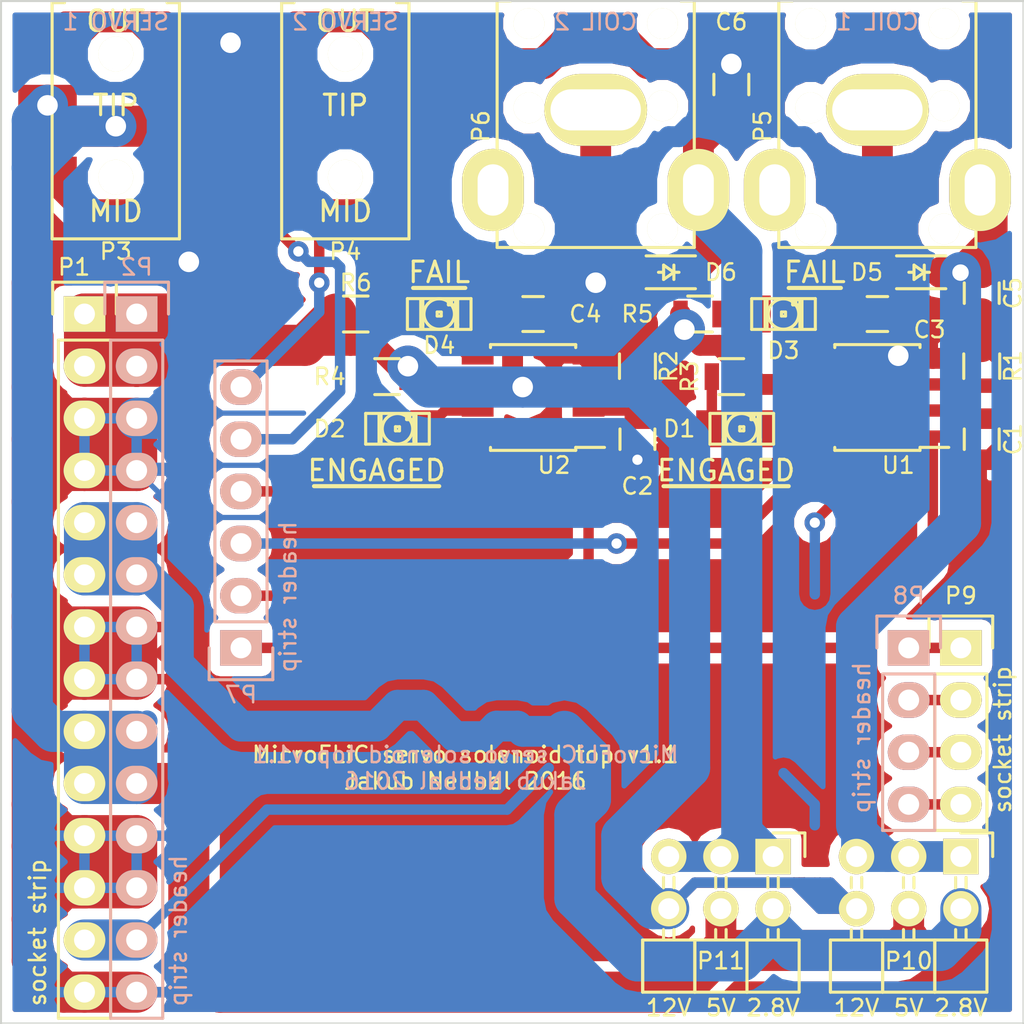
<source format=kicad_pcb>
(kicad_pcb (version 4) (host pcbnew 4.0.2-4+6225~38~ubuntu14.04.1-stable)

  (general
    (links 93)
    (no_connects 0)
    (area 100.025999 100.025999 149.910001 149.910001)
    (thickness 1.6)
    (drawings 29)
    (tracks 444)
    (zones 0)
    (modules 31)
    (nets 30)
  )

  (page A4)
  (layers
    (0 F.Cu signal hide)
    (31 B.Cu signal hide)
    (32 B.Adhes user)
    (33 F.Adhes user)
    (34 B.Paste user)
    (35 F.Paste user)
    (36 B.SilkS user)
    (37 F.SilkS user)
    (38 B.Mask user)
    (39 F.Mask user)
    (40 Dwgs.User user)
    (41 Cmts.User user)
    (42 Eco1.User user)
    (43 Eco2.User user)
    (44 Edge.Cuts user)
    (45 Margin user)
    (46 B.CrtYd user)
    (47 F.CrtYd user)
    (48 B.Fab user)
    (49 F.Fab user)
  )

  (setup
    (last_trace_width 0.254)
    (user_trace_width 0.254)
    (user_trace_width 0.381)
    (user_trace_width 0.508)
    (user_trace_width 1.016)
    (user_trace_width 1.5)
    (user_trace_width 2)
    (trace_clearance 0.127)
    (zone_clearance 0.508)
    (zone_45_only no)
    (trace_min 0.254)
    (segment_width 0.2)
    (edge_width 0.1)
    (via_size 0.889)
    (via_drill 0.635)
    (via_min_size 0.889)
    (via_min_drill 0.508)
    (user_via 1 0.5)
    (user_via 1.5 0.8)
    (user_via 2 1)
    (uvia_size 0.508)
    (uvia_drill 0.127)
    (uvias_allowed no)
    (uvia_min_size 0.508)
    (uvia_min_drill 0.127)
    (pcb_text_width 0.3)
    (pcb_text_size 1.5 1.5)
    (mod_edge_width 0.15)
    (mod_text_size 1 1)
    (mod_text_width 0.15)
    (pad_size 1.4 0.3)
    (pad_drill 0)
    (pad_to_mask_clearance 0)
    (aux_axis_origin 100.076 149.86)
    (visible_elements FFFFFF7F)
    (pcbplotparams
      (layerselection 0x010f0_80000001)
      (usegerberextensions true)
      (excludeedgelayer true)
      (linewidth 0.100000)
      (plotframeref false)
      (viasonmask false)
      (mode 1)
      (useauxorigin false)
      (hpglpennumber 1)
      (hpglpenspeed 20)
      (hpglpendiameter 15)
      (hpglpenoverlay 2)
      (psnegative false)
      (psa4output false)
      (plotreference true)
      (plotvalue true)
      (plotinvisibletext false)
      (padsonsilk false)
      (subtractmaskfromsilk false)
      (outputformat 1)
      (mirror false)
      (drillshape 0)
      (scaleselection 1)
      (outputdirectory board/))
  )

  (net 0 "")
  (net 1 +5VP)
  (net 2 GND)
  (net 3 +12V)
  (net 4 +2V5)
  (net 5 +3V3)
  (net 6 /SERVO3)
  (net 7 /SERVO4)
  (net 8 /shutterPWM/SH3_PWM)
  (net 9 /shutterPWM/SH4_PWM)
  (net 10 /shutterPWM/DC)
  (net 11 /shutterPWM/DD)
  (net 12 /shutterPWM/SHC_PWR)
  (net 13 /shutterPWM/SHD_PWR)
  (net 14 /shutterPWM/EC)
  (net 15 /shutterPWM/ENG_C)
  (net 16 /shutterPWM/ED)
  (net 17 /shutterPWM/ENG_D)
  (net 18 /shutterPWM/FC)
  (net 19 /shutterPWM/SHC_O/C)
  (net 20 /shutterPWM/FD)
  (net 21 /shutterPWM/SHD_O/C)
  (net 22 /shutterPWM/SH3)
  (net 23 /shutterPWM/SH4)
  (net 24 /SCL_5V)
  (net 25 /SDA_5V)
  (net 26 /SDA_3V3)
  (net 27 /SCL_3V3)
  (net 28 /shutterPWM/OC)
  (net 29 /shutterPWM/OD)

  (net_class Default "This is the default net class."
    (clearance 0.127)
    (trace_width 0.254)
    (via_dia 0.889)
    (via_drill 0.635)
    (uvia_dia 0.508)
    (uvia_drill 0.127)
    (add_net +12V)
    (add_net +2V5)
    (add_net +3V3)
    (add_net +5VP)
    (add_net /SCL_3V3)
    (add_net /SCL_5V)
    (add_net /SDA_3V3)
    (add_net /SDA_5V)
    (add_net /SERVO3)
    (add_net /SERVO4)
    (add_net /shutterPWM/DC)
    (add_net /shutterPWM/DD)
    (add_net /shutterPWM/EC)
    (add_net /shutterPWM/ED)
    (add_net /shutterPWM/ENG_C)
    (add_net /shutterPWM/ENG_D)
    (add_net /shutterPWM/FC)
    (add_net /shutterPWM/FD)
    (add_net /shutterPWM/OC)
    (add_net /shutterPWM/OD)
    (add_net /shutterPWM/SH3)
    (add_net /shutterPWM/SH3_PWM)
    (add_net /shutterPWM/SH4)
    (add_net /shutterPWM/SH4_PWM)
    (add_net /shutterPWM/SHC_O/C)
    (add_net /shutterPWM/SHC_PWR)
    (add_net /shutterPWM/SHD_O/C)
    (add_net /shutterPWM/SHD_PWR)
    (add_net GND)
  )

  (net_class 0.381 ""
    (clearance 0.254)
    (trace_width 0.381)
    (via_dia 0.889)
    (via_drill 0.635)
    (uvia_dia 0.508)
    (uvia_drill 0.127)
  )

  (module Resistors_SMD:R_0805 (layer F.Cu) (tedit 56D3845A) (tstamp 55698079)
    (at 117.348 115.316 180)
    (descr "Resistor SMD 0805, reflow soldering, Vishay (see dcrcw.pdf)")
    (tags "resistor 0805")
    (path /54E08E01/55C10BB7)
    (attr smd)
    (fp_text reference R6 (at 0 1.524 180) (layer F.SilkS)
      (effects (font (size 0.8 0.8) (thickness 0.12)))
    )
    (fp_text value 10k (at 0 2.1 180) (layer F.Fab) hide
      (effects (font (size 1 1) (thickness 0.15)))
    )
    (fp_line (start -1.6 -1) (end 1.6 -1) (layer F.CrtYd) (width 0.05))
    (fp_line (start -1.6 1) (end 1.6 1) (layer F.CrtYd) (width 0.05))
    (fp_line (start -1.6 -1) (end -1.6 1) (layer F.CrtYd) (width 0.05))
    (fp_line (start 1.6 -1) (end 1.6 1) (layer F.CrtYd) (width 0.05))
    (fp_line (start 0.6 0.875) (end -0.6 0.875) (layer F.SilkS) (width 0.15))
    (fp_line (start -0.6 -0.875) (end 0.6 -0.875) (layer F.SilkS) (width 0.15))
    (pad 1 smd rect (at -0.95 0 180) (size 0.7 1.3) (layers F.Cu F.Paste F.Mask)
      (net 20 /shutterPWM/FD))
    (pad 2 smd rect (at 0.95 0 180) (size 0.7 1.3) (layers F.Cu F.Paste F.Mask)
      (net 3 +12V))
    (model Resistors_SMD.3dshapes/R_0805.wrl
      (at (xyz 0 0 0))
      (scale (xyz 1 1 1))
      (rotate (xyz 0 0 0))
    )
  )

  (module Diodes_SMD:SOD-323 (layer F.Cu) (tedit 56D43ECB) (tstamp 55696F0E)
    (at 132.588 113.284 180)
    (descr SOD-323)
    (tags SOD-323)
    (path /54E08E01/56D2E634)
    (attr smd)
    (fp_text reference D6 (at -2.54 0 180) (layer F.SilkS)
      (effects (font (size 0.8 0.8) (thickness 0.12)))
    )
    (fp_text value 1N4148 (at 0.1 1.9 180) (layer F.Fab) hide
      (effects (font (size 1 1) (thickness 0.15)))
    )
    (fp_line (start 0.25 0) (end 0.5 0) (layer F.SilkS) (width 0.15))
    (fp_line (start -0.25 0) (end -0.5 0) (layer F.SilkS) (width 0.15))
    (fp_line (start -0.25 0) (end 0.25 -0.35) (layer F.SilkS) (width 0.15))
    (fp_line (start 0.25 -0.35) (end 0.25 0.35) (layer F.SilkS) (width 0.15))
    (fp_line (start 0.25 0.35) (end -0.25 0) (layer F.SilkS) (width 0.15))
    (fp_line (start -0.25 -0.35) (end -0.25 0.35) (layer F.SilkS) (width 0.15))
    (fp_line (start -1.5 -0.95) (end 1.5 -0.95) (layer F.CrtYd) (width 0.05))
    (fp_line (start 1.5 -0.95) (end 1.5 0.95) (layer F.CrtYd) (width 0.05))
    (fp_line (start -1.5 0.95) (end 1.5 0.95) (layer F.CrtYd) (width 0.05))
    (fp_line (start -1.5 -0.95) (end -1.5 0.95) (layer F.CrtYd) (width 0.05))
    (fp_line (start -1.3 0.8) (end 1.1 0.8) (layer F.SilkS) (width 0.15))
    (fp_line (start -1.3 -0.8) (end 1.1 -0.8) (layer F.SilkS) (width 0.15))
    (pad 1 smd rect (at -1.055 0 180) (size 1 1) (layers F.Cu F.Paste F.Mask)
      (net 13 /shutterPWM/SHD_PWR))
    (pad 2 smd rect (at 1.055 0 180) (size 1 1) (layers F.Cu F.Paste F.Mask)
      (net 21 /shutterPWM/SHD_O/C))
    (model jakub.3dshapes/diodes/sod323.wrl
      (at (xyz 0 0 0))
      (scale (xyz 1 1 1))
      (rotate (xyz 0 0 180))
    )
  )

  (module Diodes_SMD:SOD-323 (layer F.Cu) (tedit 56D43ED1) (tstamp 55696EFC)
    (at 144.78 113.284 180)
    (descr SOD-323)
    (tags SOD-323)
    (path /54E08E01/56D2E38C)
    (attr smd)
    (fp_text reference D5 (at 2.54 0 180) (layer F.SilkS)
      (effects (font (size 0.8 0.8) (thickness 0.12)))
    )
    (fp_text value 1N4148 (at 0.1 1.9 180) (layer F.Fab) hide
      (effects (font (size 1 1) (thickness 0.15)))
    )
    (fp_line (start 0.25 0) (end 0.5 0) (layer F.SilkS) (width 0.15))
    (fp_line (start -0.25 0) (end -0.5 0) (layer F.SilkS) (width 0.15))
    (fp_line (start -0.25 0) (end 0.25 -0.35) (layer F.SilkS) (width 0.15))
    (fp_line (start 0.25 -0.35) (end 0.25 0.35) (layer F.SilkS) (width 0.15))
    (fp_line (start 0.25 0.35) (end -0.25 0) (layer F.SilkS) (width 0.15))
    (fp_line (start -0.25 -0.35) (end -0.25 0.35) (layer F.SilkS) (width 0.15))
    (fp_line (start -1.5 -0.95) (end 1.5 -0.95) (layer F.CrtYd) (width 0.05))
    (fp_line (start 1.5 -0.95) (end 1.5 0.95) (layer F.CrtYd) (width 0.05))
    (fp_line (start -1.5 0.95) (end 1.5 0.95) (layer F.CrtYd) (width 0.05))
    (fp_line (start -1.5 -0.95) (end -1.5 0.95) (layer F.CrtYd) (width 0.05))
    (fp_line (start -1.3 0.8) (end 1.1 0.8) (layer F.SilkS) (width 0.15))
    (fp_line (start -1.3 -0.8) (end 1.1 -0.8) (layer F.SilkS) (width 0.15))
    (pad 1 smd rect (at -1.055 0 180) (size 1 1) (layers F.Cu F.Paste F.Mask)
      (net 12 /shutterPWM/SHC_PWR))
    (pad 2 smd rect (at 1.055 0 180) (size 1 1) (layers F.Cu F.Paste F.Mask)
      (net 19 /shutterPWM/SHC_O/C))
    (model jakub.3dshapes/diodes/sod323.wrl
      (at (xyz 0 0 0))
      (scale (xyz 1 1 1))
      (rotate (xyz 0 0 180))
    )
  )

  (module LEDs:LED-1206 (layer F.Cu) (tedit 5668595F) (tstamp 55696EC0)
    (at 138.176 115.316 180)
    (descr "LED 1206 smd package")
    (tags "LED1206 SMD")
    (path /54E08E01/556888A1)
    (attr smd)
    (fp_text reference D3 (at 0 -1.778 180) (layer F.SilkS)
      (effects (font (size 0.8 0.8) (thickness 0.12)))
    )
    (fp_text value "LED YELLOW" (at 0 1.65 180) (layer F.Fab) hide
      (effects (font (size 1 1) (thickness 0.15)))
    )
    (fp_line (start 0.09906 0.09906) (end -0.09906 0.09906) (layer F.SilkS) (width 0.15))
    (fp_line (start -0.09906 0.09906) (end -0.09906 -0.09906) (layer F.SilkS) (width 0.15))
    (fp_line (start 0.09906 -0.09906) (end -0.09906 -0.09906) (layer F.SilkS) (width 0.15))
    (fp_line (start 0.09906 0.09906) (end 0.09906 -0.09906) (layer F.SilkS) (width 0.15))
    (fp_line (start -0.44958 0.6985) (end -0.79756 0.6985) (layer F.SilkS) (width 0.15))
    (fp_line (start -0.79756 0.6985) (end -0.79756 0.44958) (layer F.SilkS) (width 0.15))
    (fp_line (start -0.44958 0.44958) (end -0.79756 0.44958) (layer F.SilkS) (width 0.15))
    (fp_line (start -0.44958 0.6985) (end -0.44958 0.44958) (layer F.SilkS) (width 0.15))
    (fp_line (start -0.79756 0.6985) (end -0.89916 0.6985) (layer F.SilkS) (width 0.15))
    (fp_line (start -0.89916 0.6985) (end -0.89916 -0.49784) (layer F.SilkS) (width 0.15))
    (fp_line (start -0.79756 -0.49784) (end -0.89916 -0.49784) (layer F.SilkS) (width 0.15))
    (fp_line (start -0.79756 0.6985) (end -0.79756 -0.49784) (layer F.SilkS) (width 0.15))
    (fp_line (start -0.79756 -0.54864) (end -0.89916 -0.54864) (layer F.SilkS) (width 0.15))
    (fp_line (start -0.89916 -0.54864) (end -0.89916 -0.6985) (layer F.SilkS) (width 0.15))
    (fp_line (start -0.79756 -0.6985) (end -0.89916 -0.6985) (layer F.SilkS) (width 0.15))
    (fp_line (start -0.79756 -0.54864) (end -0.79756 -0.6985) (layer F.SilkS) (width 0.15))
    (fp_line (start 0.89916 0.6985) (end 0.79756 0.6985) (layer F.SilkS) (width 0.15))
    (fp_line (start 0.79756 0.6985) (end 0.79756 -0.49784) (layer F.SilkS) (width 0.15))
    (fp_line (start 0.89916 -0.49784) (end 0.79756 -0.49784) (layer F.SilkS) (width 0.15))
    (fp_line (start 0.89916 0.6985) (end 0.89916 -0.49784) (layer F.SilkS) (width 0.15))
    (fp_line (start 0.89916 -0.54864) (end 0.79756 -0.54864) (layer F.SilkS) (width 0.15))
    (fp_line (start 0.79756 -0.54864) (end 0.79756 -0.6985) (layer F.SilkS) (width 0.15))
    (fp_line (start 0.89916 -0.6985) (end 0.79756 -0.6985) (layer F.SilkS) (width 0.15))
    (fp_line (start 0.89916 -0.54864) (end 0.89916 -0.6985) (layer F.SilkS) (width 0.15))
    (fp_line (start -0.44958 0.6985) (end -0.59944 0.6985) (layer F.SilkS) (width 0.15))
    (fp_line (start -0.59944 0.6985) (end -0.59944 0.44958) (layer F.SilkS) (width 0.15))
    (fp_line (start -0.44958 0.44958) (end -0.59944 0.44958) (layer F.SilkS) (width 0.15))
    (fp_line (start -0.44958 0.6985) (end -0.44958 0.44958) (layer F.SilkS) (width 0.15))
    (fp_line (start -1.5494 0.7493) (end 1.5494 0.7493) (layer F.SilkS) (width 0.15))
    (fp_line (start 1.5494 0.7493) (end 1.5494 -0.7493) (layer F.SilkS) (width 0.15))
    (fp_line (start 1.5494 -0.7493) (end -1.5494 -0.7493) (layer F.SilkS) (width 0.15))
    (fp_line (start -1.5494 -0.7493) (end -1.5494 0.7493) (layer F.SilkS) (width 0.15))
    (fp_arc (start 0 0) (end -0.54864 0.49784) (angle -95.4) (layer F.SilkS) (width 0.15))
    (fp_arc (start 0 0) (end 0.54864 0.49784) (angle -84.5) (layer F.SilkS) (width 0.15))
    (fp_arc (start 0 0) (end 0.54864 -0.49784) (angle -95.4) (layer F.SilkS) (width 0.15))
    (fp_arc (start 0 0) (end -0.54864 -0.49784) (angle -84.5) (layer F.SilkS) (width 0.15))
    (pad 2 smd rect (at 1.41986 0) (size 1.59766 1.80086) (layers F.Cu F.Paste F.Mask)
      (net 18 /shutterPWM/FC))
    (pad 1 smd rect (at -1.41986 0) (size 1.59766 1.80086) (layers F.Cu F.Paste F.Mask)
      (net 19 /shutterPWM/SHC_O/C))
    (model jakub.3dshapes/LED1206/LED1206.wrl
      (at (xyz 0 0 0))
      (scale (xyz 1 1 1))
      (rotate (xyz 0 0 180))
    )
  )

  (module LEDs:LED-1206 (layer F.Cu) (tedit 5668596D) (tstamp 556981B1)
    (at 121.412 115.316 180)
    (descr "LED 1206 smd package")
    (tags "LED1206 SMD")
    (path /54E08E01/5668B297)
    (attr smd)
    (fp_text reference D4 (at 0 -1.524 180) (layer F.SilkS)
      (effects (font (size 0.8 0.8) (thickness 0.12)))
    )
    (fp_text value "LED YELLOW" (at 0 1.65 180) (layer F.Fab) hide
      (effects (font (size 1 1) (thickness 0.15)))
    )
    (fp_line (start 0.09906 0.09906) (end -0.09906 0.09906) (layer F.SilkS) (width 0.15))
    (fp_line (start -0.09906 0.09906) (end -0.09906 -0.09906) (layer F.SilkS) (width 0.15))
    (fp_line (start 0.09906 -0.09906) (end -0.09906 -0.09906) (layer F.SilkS) (width 0.15))
    (fp_line (start 0.09906 0.09906) (end 0.09906 -0.09906) (layer F.SilkS) (width 0.15))
    (fp_line (start -0.44958 0.6985) (end -0.79756 0.6985) (layer F.SilkS) (width 0.15))
    (fp_line (start -0.79756 0.6985) (end -0.79756 0.44958) (layer F.SilkS) (width 0.15))
    (fp_line (start -0.44958 0.44958) (end -0.79756 0.44958) (layer F.SilkS) (width 0.15))
    (fp_line (start -0.44958 0.6985) (end -0.44958 0.44958) (layer F.SilkS) (width 0.15))
    (fp_line (start -0.79756 0.6985) (end -0.89916 0.6985) (layer F.SilkS) (width 0.15))
    (fp_line (start -0.89916 0.6985) (end -0.89916 -0.49784) (layer F.SilkS) (width 0.15))
    (fp_line (start -0.79756 -0.49784) (end -0.89916 -0.49784) (layer F.SilkS) (width 0.15))
    (fp_line (start -0.79756 0.6985) (end -0.79756 -0.49784) (layer F.SilkS) (width 0.15))
    (fp_line (start -0.79756 -0.54864) (end -0.89916 -0.54864) (layer F.SilkS) (width 0.15))
    (fp_line (start -0.89916 -0.54864) (end -0.89916 -0.6985) (layer F.SilkS) (width 0.15))
    (fp_line (start -0.79756 -0.6985) (end -0.89916 -0.6985) (layer F.SilkS) (width 0.15))
    (fp_line (start -0.79756 -0.54864) (end -0.79756 -0.6985) (layer F.SilkS) (width 0.15))
    (fp_line (start 0.89916 0.6985) (end 0.79756 0.6985) (layer F.SilkS) (width 0.15))
    (fp_line (start 0.79756 0.6985) (end 0.79756 -0.49784) (layer F.SilkS) (width 0.15))
    (fp_line (start 0.89916 -0.49784) (end 0.79756 -0.49784) (layer F.SilkS) (width 0.15))
    (fp_line (start 0.89916 0.6985) (end 0.89916 -0.49784) (layer F.SilkS) (width 0.15))
    (fp_line (start 0.89916 -0.54864) (end 0.79756 -0.54864) (layer F.SilkS) (width 0.15))
    (fp_line (start 0.79756 -0.54864) (end 0.79756 -0.6985) (layer F.SilkS) (width 0.15))
    (fp_line (start 0.89916 -0.6985) (end 0.79756 -0.6985) (layer F.SilkS) (width 0.15))
    (fp_line (start 0.89916 -0.54864) (end 0.89916 -0.6985) (layer F.SilkS) (width 0.15))
    (fp_line (start -0.44958 0.6985) (end -0.59944 0.6985) (layer F.SilkS) (width 0.15))
    (fp_line (start -0.59944 0.6985) (end -0.59944 0.44958) (layer F.SilkS) (width 0.15))
    (fp_line (start -0.44958 0.44958) (end -0.59944 0.44958) (layer F.SilkS) (width 0.15))
    (fp_line (start -0.44958 0.6985) (end -0.44958 0.44958) (layer F.SilkS) (width 0.15))
    (fp_line (start -1.5494 0.7493) (end 1.5494 0.7493) (layer F.SilkS) (width 0.15))
    (fp_line (start 1.5494 0.7493) (end 1.5494 -0.7493) (layer F.SilkS) (width 0.15))
    (fp_line (start 1.5494 -0.7493) (end -1.5494 -0.7493) (layer F.SilkS) (width 0.15))
    (fp_line (start -1.5494 -0.7493) (end -1.5494 0.7493) (layer F.SilkS) (width 0.15))
    (fp_arc (start 0 0) (end -0.54864 0.49784) (angle -95.4) (layer F.SilkS) (width 0.15))
    (fp_arc (start 0 0) (end 0.54864 0.49784) (angle -84.5) (layer F.SilkS) (width 0.15))
    (fp_arc (start 0 0) (end 0.54864 -0.49784) (angle -95.4) (layer F.SilkS) (width 0.15))
    (fp_arc (start 0 0) (end -0.54864 -0.49784) (angle -84.5) (layer F.SilkS) (width 0.15))
    (pad 2 smd rect (at 1.41986 0) (size 1.59766 1.80086) (layers F.Cu F.Paste F.Mask)
      (net 20 /shutterPWM/FD))
    (pad 1 smd rect (at -1.41986 0) (size 1.59766 1.80086) (layers F.Cu F.Paste F.Mask)
      (net 21 /shutterPWM/SHD_O/C))
    (model jakub.3dshapes/LED1206/LED1206.wrl
      (at (xyz 0 0 0))
      (scale (xyz 1 1 1))
      (rotate (xyz 0 0 180))
    )
  )

  (module LEDs:LED-1206 (layer F.Cu) (tedit 566859A9) (tstamp 55696E96)
    (at 119.38 120.904 180)
    (descr "LED 1206 smd package")
    (tags "LED1206 SMD")
    (path /54E08E01/5668AFDE)
    (attr smd)
    (fp_text reference D2 (at 3.302 0 180) (layer F.SilkS)
      (effects (font (size 0.8 0.8) (thickness 0.12)))
    )
    (fp_text value "LED RED" (at 0 1.65 180) (layer F.Fab) hide
      (effects (font (size 1 1) (thickness 0.15)))
    )
    (fp_line (start 0.09906 0.09906) (end -0.09906 0.09906) (layer F.SilkS) (width 0.15))
    (fp_line (start -0.09906 0.09906) (end -0.09906 -0.09906) (layer F.SilkS) (width 0.15))
    (fp_line (start 0.09906 -0.09906) (end -0.09906 -0.09906) (layer F.SilkS) (width 0.15))
    (fp_line (start 0.09906 0.09906) (end 0.09906 -0.09906) (layer F.SilkS) (width 0.15))
    (fp_line (start -0.44958 0.6985) (end -0.79756 0.6985) (layer F.SilkS) (width 0.15))
    (fp_line (start -0.79756 0.6985) (end -0.79756 0.44958) (layer F.SilkS) (width 0.15))
    (fp_line (start -0.44958 0.44958) (end -0.79756 0.44958) (layer F.SilkS) (width 0.15))
    (fp_line (start -0.44958 0.6985) (end -0.44958 0.44958) (layer F.SilkS) (width 0.15))
    (fp_line (start -0.79756 0.6985) (end -0.89916 0.6985) (layer F.SilkS) (width 0.15))
    (fp_line (start -0.89916 0.6985) (end -0.89916 -0.49784) (layer F.SilkS) (width 0.15))
    (fp_line (start -0.79756 -0.49784) (end -0.89916 -0.49784) (layer F.SilkS) (width 0.15))
    (fp_line (start -0.79756 0.6985) (end -0.79756 -0.49784) (layer F.SilkS) (width 0.15))
    (fp_line (start -0.79756 -0.54864) (end -0.89916 -0.54864) (layer F.SilkS) (width 0.15))
    (fp_line (start -0.89916 -0.54864) (end -0.89916 -0.6985) (layer F.SilkS) (width 0.15))
    (fp_line (start -0.79756 -0.6985) (end -0.89916 -0.6985) (layer F.SilkS) (width 0.15))
    (fp_line (start -0.79756 -0.54864) (end -0.79756 -0.6985) (layer F.SilkS) (width 0.15))
    (fp_line (start 0.89916 0.6985) (end 0.79756 0.6985) (layer F.SilkS) (width 0.15))
    (fp_line (start 0.79756 0.6985) (end 0.79756 -0.49784) (layer F.SilkS) (width 0.15))
    (fp_line (start 0.89916 -0.49784) (end 0.79756 -0.49784) (layer F.SilkS) (width 0.15))
    (fp_line (start 0.89916 0.6985) (end 0.89916 -0.49784) (layer F.SilkS) (width 0.15))
    (fp_line (start 0.89916 -0.54864) (end 0.79756 -0.54864) (layer F.SilkS) (width 0.15))
    (fp_line (start 0.79756 -0.54864) (end 0.79756 -0.6985) (layer F.SilkS) (width 0.15))
    (fp_line (start 0.89916 -0.6985) (end 0.79756 -0.6985) (layer F.SilkS) (width 0.15))
    (fp_line (start 0.89916 -0.54864) (end 0.89916 -0.6985) (layer F.SilkS) (width 0.15))
    (fp_line (start -0.44958 0.6985) (end -0.59944 0.6985) (layer F.SilkS) (width 0.15))
    (fp_line (start -0.59944 0.6985) (end -0.59944 0.44958) (layer F.SilkS) (width 0.15))
    (fp_line (start -0.44958 0.44958) (end -0.59944 0.44958) (layer F.SilkS) (width 0.15))
    (fp_line (start -0.44958 0.6985) (end -0.44958 0.44958) (layer F.SilkS) (width 0.15))
    (fp_line (start -1.5494 0.7493) (end 1.5494 0.7493) (layer F.SilkS) (width 0.15))
    (fp_line (start 1.5494 0.7493) (end 1.5494 -0.7493) (layer F.SilkS) (width 0.15))
    (fp_line (start 1.5494 -0.7493) (end -1.5494 -0.7493) (layer F.SilkS) (width 0.15))
    (fp_line (start -1.5494 -0.7493) (end -1.5494 0.7493) (layer F.SilkS) (width 0.15))
    (fp_arc (start 0 0) (end -0.54864 0.49784) (angle -95.4) (layer F.SilkS) (width 0.15))
    (fp_arc (start 0 0) (end 0.54864 0.49784) (angle -84.5) (layer F.SilkS) (width 0.15))
    (fp_arc (start 0 0) (end 0.54864 -0.49784) (angle -95.4) (layer F.SilkS) (width 0.15))
    (fp_arc (start 0 0) (end -0.54864 -0.49784) (angle -84.5) (layer F.SilkS) (width 0.15))
    (pad 2 smd rect (at 1.41986 0) (size 1.59766 1.80086) (layers F.Cu F.Paste F.Mask)
      (net 16 /shutterPWM/ED))
    (pad 1 smd rect (at -1.41986 0) (size 1.59766 1.80086) (layers F.Cu F.Paste F.Mask)
      (net 17 /shutterPWM/ENG_D))
    (model jakub.3dshapes/LED1206/LED1206.wrl
      (at (xyz 0 0 0))
      (scale (xyz 1 1 1))
      (rotate (xyz 0 0 180))
    )
  )

  (module LEDs:LED-1206 (layer F.Cu) (tedit 56D38594) (tstamp 55696E6C)
    (at 136.144 120.904 180)
    (descr "LED 1206 smd package")
    (tags "LED1206 SMD")
    (path /54E08E01/5567D38B)
    (attr smd)
    (fp_text reference D1 (at 3.048 0 360) (layer F.SilkS)
      (effects (font (size 0.8 0.8) (thickness 0.12)))
    )
    (fp_text value "LED RED" (at 0 1.65 180) (layer F.Fab) hide
      (effects (font (size 1 1) (thickness 0.15)))
    )
    (fp_line (start 0.09906 0.09906) (end -0.09906 0.09906) (layer F.SilkS) (width 0.15))
    (fp_line (start -0.09906 0.09906) (end -0.09906 -0.09906) (layer F.SilkS) (width 0.15))
    (fp_line (start 0.09906 -0.09906) (end -0.09906 -0.09906) (layer F.SilkS) (width 0.15))
    (fp_line (start 0.09906 0.09906) (end 0.09906 -0.09906) (layer F.SilkS) (width 0.15))
    (fp_line (start -0.44958 0.6985) (end -0.79756 0.6985) (layer F.SilkS) (width 0.15))
    (fp_line (start -0.79756 0.6985) (end -0.79756 0.44958) (layer F.SilkS) (width 0.15))
    (fp_line (start -0.44958 0.44958) (end -0.79756 0.44958) (layer F.SilkS) (width 0.15))
    (fp_line (start -0.44958 0.6985) (end -0.44958 0.44958) (layer F.SilkS) (width 0.15))
    (fp_line (start -0.79756 0.6985) (end -0.89916 0.6985) (layer F.SilkS) (width 0.15))
    (fp_line (start -0.89916 0.6985) (end -0.89916 -0.49784) (layer F.SilkS) (width 0.15))
    (fp_line (start -0.79756 -0.49784) (end -0.89916 -0.49784) (layer F.SilkS) (width 0.15))
    (fp_line (start -0.79756 0.6985) (end -0.79756 -0.49784) (layer F.SilkS) (width 0.15))
    (fp_line (start -0.79756 -0.54864) (end -0.89916 -0.54864) (layer F.SilkS) (width 0.15))
    (fp_line (start -0.89916 -0.54864) (end -0.89916 -0.6985) (layer F.SilkS) (width 0.15))
    (fp_line (start -0.79756 -0.6985) (end -0.89916 -0.6985) (layer F.SilkS) (width 0.15))
    (fp_line (start -0.79756 -0.54864) (end -0.79756 -0.6985) (layer F.SilkS) (width 0.15))
    (fp_line (start 0.89916 0.6985) (end 0.79756 0.6985) (layer F.SilkS) (width 0.15))
    (fp_line (start 0.79756 0.6985) (end 0.79756 -0.49784) (layer F.SilkS) (width 0.15))
    (fp_line (start 0.89916 -0.49784) (end 0.79756 -0.49784) (layer F.SilkS) (width 0.15))
    (fp_line (start 0.89916 0.6985) (end 0.89916 -0.49784) (layer F.SilkS) (width 0.15))
    (fp_line (start 0.89916 -0.54864) (end 0.79756 -0.54864) (layer F.SilkS) (width 0.15))
    (fp_line (start 0.79756 -0.54864) (end 0.79756 -0.6985) (layer F.SilkS) (width 0.15))
    (fp_line (start 0.89916 -0.6985) (end 0.79756 -0.6985) (layer F.SilkS) (width 0.15))
    (fp_line (start 0.89916 -0.54864) (end 0.89916 -0.6985) (layer F.SilkS) (width 0.15))
    (fp_line (start -0.44958 0.6985) (end -0.59944 0.6985) (layer F.SilkS) (width 0.15))
    (fp_line (start -0.59944 0.6985) (end -0.59944 0.44958) (layer F.SilkS) (width 0.15))
    (fp_line (start -0.44958 0.44958) (end -0.59944 0.44958) (layer F.SilkS) (width 0.15))
    (fp_line (start -0.44958 0.6985) (end -0.44958 0.44958) (layer F.SilkS) (width 0.15))
    (fp_line (start -1.5494 0.7493) (end 1.5494 0.7493) (layer F.SilkS) (width 0.15))
    (fp_line (start 1.5494 0.7493) (end 1.5494 -0.7493) (layer F.SilkS) (width 0.15))
    (fp_line (start 1.5494 -0.7493) (end -1.5494 -0.7493) (layer F.SilkS) (width 0.15))
    (fp_line (start -1.5494 -0.7493) (end -1.5494 0.7493) (layer F.SilkS) (width 0.15))
    (fp_arc (start 0 0) (end -0.54864 0.49784) (angle -95.4) (layer F.SilkS) (width 0.15))
    (fp_arc (start 0 0) (end 0.54864 0.49784) (angle -84.5) (layer F.SilkS) (width 0.15))
    (fp_arc (start 0 0) (end 0.54864 -0.49784) (angle -95.4) (layer F.SilkS) (width 0.15))
    (fp_arc (start 0 0) (end -0.54864 -0.49784) (angle -84.5) (layer F.SilkS) (width 0.15))
    (pad 2 smd rect (at 1.41986 0) (size 1.59766 1.80086) (layers F.Cu F.Paste F.Mask)
      (net 14 /shutterPWM/EC))
    (pad 1 smd rect (at -1.41986 0) (size 1.59766 1.80086) (layers F.Cu F.Paste F.Mask)
      (net 15 /shutterPWM/ENG_C))
    (model jakub.3dshapes/LED1206/LED1206.wrl
      (at (xyz 0 0 0))
      (scale (xyz 1 1 1))
      (rotate (xyz 0 0 180))
    )
  )

  (module Pin_Headers:Pin_Header_Angled_2x03 (layer F.Cu) (tedit 56D4891E) (tstamp 55697061)
    (at 137.668 141.732 270)
    (descr "Through hole pin header")
    (tags "pin header")
    (path /54E08E01/556A5830)
    (fp_text reference P11 (at 5.08 2.54 360) (layer F.SilkS)
      (effects (font (size 0.8 0.8) (thickness 0.12)))
    )
    (fp_text value "2x3 header strip R/A" (at 0 -3.1 270) (layer F.Fab) hide
      (effects (font (size 1 1) (thickness 0.15)))
    )
    (fp_line (start -1.35 -1.75) (end -1.35 6.85) (layer F.CrtYd) (width 0.05))
    (fp_line (start 13.2 -1.75) (end 13.2 6.85) (layer F.CrtYd) (width 0.05))
    (fp_line (start -1.35 -1.75) (end 13.2 -1.75) (layer F.CrtYd) (width 0.05))
    (fp_line (start -1.35 6.85) (end 13.2 6.85) (layer F.CrtYd) (width 0.05))
    (fp_line (start 1.524 5.334) (end 1.016 5.334) (layer F.SilkS) (width 0.15))
    (fp_line (start 1.524 4.826) (end 1.016 4.826) (layer F.SilkS) (width 0.15))
    (fp_line (start 1.524 2.794) (end 1.016 2.794) (layer F.SilkS) (width 0.15))
    (fp_line (start 1.524 2.286) (end 1.016 2.286) (layer F.SilkS) (width 0.15))
    (fp_line (start 1.524 0.254) (end 1.016 0.254) (layer F.SilkS) (width 0.15))
    (fp_line (start 1.524 -0.254) (end 1.016 -0.254) (layer F.SilkS) (width 0.15))
    (fp_line (start 4.064 2.286) (end 3.556 2.286) (layer F.SilkS) (width 0.15))
    (fp_line (start 4.064 2.794) (end 3.556 2.794) (layer F.SilkS) (width 0.15))
    (fp_line (start 4.064 4.826) (end 3.556 4.826) (layer F.SilkS) (width 0.15))
    (fp_line (start 4.064 5.334) (end 3.556 5.334) (layer F.SilkS) (width 0.15))
    (fp_line (start 4.064 -0.254) (end 3.556 -0.254) (layer F.SilkS) (width 0.15))
    (fp_line (start 4.064 0.254) (end 3.556 0.254) (layer F.SilkS) (width 0.15))
    (fp_line (start 0 -1.55) (end -1.15 -1.55) (layer F.SilkS) (width 0.15))
    (fp_line (start -1.15 -1.55) (end -1.15 0) (layer F.SilkS) (width 0.15))
    (fp_line (start 4.064 1.27) (end 4.064 3.81) (layer F.SilkS) (width 0.15))
    (fp_line (start 4.064 3.81) (end 6.604 3.81) (layer F.SilkS) (width 0.15))
    (fp_line (start 6.604 3.81) (end 6.604 1.27) (layer F.SilkS) (width 0.15))
    (fp_line (start 4.064 6.35) (end 6.604 6.35) (layer F.SilkS) (width 0.15))
    (fp_line (start 6.604 6.35) (end 6.604 3.81) (layer F.SilkS) (width 0.15))
    (fp_line (start 4.064 6.35) (end 6.604 6.35) (layer F.SilkS) (width 0.15))
    (fp_line (start 4.064 3.81) (end 4.064 6.35) (layer F.SilkS) (width 0.15))
    (fp_line (start 4.064 3.81) (end 6.604 3.81) (layer F.SilkS) (width 0.15))
    (fp_line (start 4.064 1.27) (end 6.604 1.27) (layer F.SilkS) (width 0.15))
    (fp_line (start 6.604 1.27) (end 6.604 -1.27) (layer F.SilkS) (width 0.15))
    (fp_line (start 4.064 1.27) (end 6.604 1.27) (layer F.SilkS) (width 0.15))
    (fp_line (start 4.064 -1.27) (end 4.064 1.27) (layer F.SilkS) (width 0.15))
    (fp_line (start 4.064 -1.27) (end 6.604 -1.27) (layer F.SilkS) (width 0.15))
    (pad 1 thru_hole rect (at 0 0 270) (size 1.7272 1.7272) (drill 1.016) (layers *.Cu *.Mask F.SilkS)
      (net 13 /shutterPWM/SHD_PWR))
    (pad 2 thru_hole oval (at 2.54 0 270) (size 1.7272 1.7272) (drill 1.016) (layers *.Cu *.Mask F.SilkS)
      (net 4 +2V5))
    (pad 3 thru_hole oval (at 0 2.54 270) (size 1.7272 1.7272) (drill 1.016) (layers *.Cu *.Mask F.SilkS)
      (net 13 /shutterPWM/SHD_PWR))
    (pad 4 thru_hole oval (at 2.54 2.54 270) (size 1.7272 1.7272) (drill 1.016) (layers *.Cu *.Mask F.SilkS)
      (net 1 +5VP))
    (pad 5 thru_hole oval (at 0 5.08 270) (size 1.7272 1.7272) (drill 1.016) (layers *.Cu *.Mask F.SilkS)
      (net 13 /shutterPWM/SHD_PWR))
    (pad 6 thru_hole oval (at 2.54 5.08 270) (size 1.7272 1.7272) (drill 1.016) (layers *.Cu *.Mask F.SilkS)
      (net 3 +12V))
    (model Pin_Headers.3dshapes/Pin_Header_Angled_2x03.wrl
      (at (xyz 0.05 -0.1 0))
      (scale (xyz 1 1 1))
      (rotate (xyz 0 0 90))
    )
  )

  (module Pin_Headers:Pin_Header_Angled_2x03 (layer F.Cu) (tedit 56D48923) (tstamp 5569702A)
    (at 146.812 141.732 270)
    (descr "Through hole pin header")
    (tags "pin header")
    (path /54E08E01/55C120EA)
    (fp_text reference P10 (at 5.08 2.54 360) (layer F.SilkS)
      (effects (font (size 0.8 0.8) (thickness 0.12)))
    )
    (fp_text value "2x3 header strip R/A" (at 0 -3.1 270) (layer F.Fab) hide
      (effects (font (size 1 1) (thickness 0.15)))
    )
    (fp_line (start -1.35 -1.75) (end -1.35 6.85) (layer F.CrtYd) (width 0.05))
    (fp_line (start 13.2 -1.75) (end 13.2 6.85) (layer F.CrtYd) (width 0.05))
    (fp_line (start -1.35 -1.75) (end 13.2 -1.75) (layer F.CrtYd) (width 0.05))
    (fp_line (start -1.35 6.85) (end 13.2 6.85) (layer F.CrtYd) (width 0.05))
    (fp_line (start 1.524 5.334) (end 1.016 5.334) (layer F.SilkS) (width 0.15))
    (fp_line (start 1.524 4.826) (end 1.016 4.826) (layer F.SilkS) (width 0.15))
    (fp_line (start 1.524 2.794) (end 1.016 2.794) (layer F.SilkS) (width 0.15))
    (fp_line (start 1.524 2.286) (end 1.016 2.286) (layer F.SilkS) (width 0.15))
    (fp_line (start 1.524 0.254) (end 1.016 0.254) (layer F.SilkS) (width 0.15))
    (fp_line (start 1.524 -0.254) (end 1.016 -0.254) (layer F.SilkS) (width 0.15))
    (fp_line (start 4.064 2.286) (end 3.556 2.286) (layer F.SilkS) (width 0.15))
    (fp_line (start 4.064 2.794) (end 3.556 2.794) (layer F.SilkS) (width 0.15))
    (fp_line (start 4.064 4.826) (end 3.556 4.826) (layer F.SilkS) (width 0.15))
    (fp_line (start 4.064 5.334) (end 3.556 5.334) (layer F.SilkS) (width 0.15))
    (fp_line (start 4.064 -0.254) (end 3.556 -0.254) (layer F.SilkS) (width 0.15))
    (fp_line (start 4.064 0.254) (end 3.556 0.254) (layer F.SilkS) (width 0.15))
    (fp_line (start 0 -1.55) (end -1.15 -1.55) (layer F.SilkS) (width 0.15))
    (fp_line (start -1.15 -1.55) (end -1.15 0) (layer F.SilkS) (width 0.15))
    (fp_line (start 4.064 1.27) (end 4.064 3.81) (layer F.SilkS) (width 0.15))
    (fp_line (start 4.064 3.81) (end 6.604 3.81) (layer F.SilkS) (width 0.15))
    (fp_line (start 6.604 3.81) (end 6.604 1.27) (layer F.SilkS) (width 0.15))
    (fp_line (start 4.064 6.35) (end 6.604 6.35) (layer F.SilkS) (width 0.15))
    (fp_line (start 6.604 6.35) (end 6.604 3.81) (layer F.SilkS) (width 0.15))
    (fp_line (start 4.064 6.35) (end 6.604 6.35) (layer F.SilkS) (width 0.15))
    (fp_line (start 4.064 3.81) (end 4.064 6.35) (layer F.SilkS) (width 0.15))
    (fp_line (start 4.064 3.81) (end 6.604 3.81) (layer F.SilkS) (width 0.15))
    (fp_line (start 4.064 1.27) (end 6.604 1.27) (layer F.SilkS) (width 0.15))
    (fp_line (start 6.604 1.27) (end 6.604 -1.27) (layer F.SilkS) (width 0.15))
    (fp_line (start 4.064 1.27) (end 6.604 1.27) (layer F.SilkS) (width 0.15))
    (fp_line (start 4.064 -1.27) (end 4.064 1.27) (layer F.SilkS) (width 0.15))
    (fp_line (start 4.064 -1.27) (end 6.604 -1.27) (layer F.SilkS) (width 0.15))
    (pad 1 thru_hole rect (at 0 0 270) (size 1.7272 1.7272) (drill 1.016) (layers *.Cu *.Mask F.SilkS)
      (net 12 /shutterPWM/SHC_PWR))
    (pad 2 thru_hole oval (at 2.54 0 270) (size 1.7272 1.7272) (drill 1.016) (layers *.Cu *.Mask F.SilkS)
      (net 4 +2V5))
    (pad 3 thru_hole oval (at 0 2.54 270) (size 1.7272 1.7272) (drill 1.016) (layers *.Cu *.Mask F.SilkS)
      (net 12 /shutterPWM/SHC_PWR))
    (pad 4 thru_hole oval (at 2.54 2.54 270) (size 1.7272 1.7272) (drill 1.016) (layers *.Cu *.Mask F.SilkS)
      (net 1 +5VP))
    (pad 5 thru_hole oval (at 0 5.08 270) (size 1.7272 1.7272) (drill 1.016) (layers *.Cu *.Mask F.SilkS)
      (net 12 /shutterPWM/SHC_PWR))
    (pad 6 thru_hole oval (at 2.54 5.08 270) (size 1.7272 1.7272) (drill 1.016) (layers *.Cu *.Mask F.SilkS)
      (net 3 +12V))
    (model Pin_Headers.3dshapes/Pin_Header_Angled_2x03.wrl
      (at (xyz 0.05 -0.1 0))
      (scale (xyz 1 1 1))
      (rotate (xyz 0 0 90))
    )
  )

  (module jakub:PSG01544 (layer F.Cu) (tedit 56D48BE4) (tstamp 55696FA3)
    (at 142.748 100.076 270)
    (tags "RCA phono jack")
    (path /54E05653)
    (fp_text reference P5 (at 6.096 5.588 270) (layer F.SilkS)
      (effects (font (size 0.8 0.8) (thickness 0.12)))
    )
    (fp_text value RCA_3 (at -1.016 0 360) (layer F.SilkS) hide
      (effects (font (size 1 1) (thickness 0.15)))
    )
    (fp_line (start 12 -4.8) (end 12 4.8) (layer F.SilkS) (width 0.15))
    (fp_line (start 0 4.8) (end 12 4.8) (layer F.SilkS) (width 0.15))
    (fp_line (start 0 -4.8) (end 12 -4.8) (layer F.SilkS) (width 0.15))
    (fp_line (start 0 4.15) (end 0 4.8) (layer F.SilkS) (width 0.15))
    (fp_line (start 0 -4.15) (end 0 -4.8) (layer F.SilkS) (width 0.15))
    (fp_line (start -9 -4.15) (end -9 4.15) (layer F.SilkS) (width 0.15))
    (fp_line (start 0 4.15) (end -9 4.15) (layer F.SilkS) (width 0.15))
    (fp_line (start 0 -4.15) (end -9 -4.15) (layer F.SilkS) (width 0.15))
    (pad "" np_thru_hole circle (at 11.1 -3.25 270) (size 1.5 1.5) (drill 1.5) (layers *.Cu *.Mask F.SilkS))
    (pad "" np_thru_hole circle (at 11.1 3.25 270) (size 1.5 1.5) (drill 1.5) (layers *.Cu *.Mask F.SilkS))
    (pad "" np_thru_hole circle (at 5.1 -3.25 270) (size 1.5 1.5) (drill 1.5) (layers *.Cu *.Mask F.SilkS))
    (pad "" np_thru_hole circle (at 5.2 3.25 270) (size 1.5 1.5) (drill 1.5) (layers *.Cu *.Mask F.SilkS))
    (pad "" np_thru_hole circle (at 1.1 -3.25 270) (size 1.5 1.5) (drill 1.5) (layers *.Cu *.Mask F.SilkS))
    (pad "" np_thru_hole circle (at 1.1 3.25 270) (size 1.5 1.5) (drill 1.5) (layers *.Cu *.Mask F.SilkS))
    (pad 2 thru_hole oval (at 9.2 -5 270) (size 4 3) (drill oval 2.5 1.5) (layers *.Cu *.Mask F.SilkS)
      (net 12 /shutterPWM/SHC_PWR))
    (pad 3 thru_hole oval (at 9.2 5 270) (size 4 3) (drill oval 2.5 1.5) (layers *.Cu *.Mask F.SilkS))
    (pad 1 thru_hole oval (at 5.3 0 270) (size 3.5 5) (drill oval 2 4.4) (layers *.Cu *.Mask F.SilkS)
      (net 19 /shutterPWM/SHC_O/C))
    (model jakub.3dshapes/connectors/RCAjack/RCAjack.wrl
      (at (xyz 0.24 0 0.059))
      (scale (xyz 0.3937 0.3937 0.3937))
      (rotate (xyz 270 0 0))
    )
  )

  (module jakub:PSG01544 (layer F.Cu) (tedit 56D48BDD) (tstamp 55696FB8)
    (at 129.032 100.076 270)
    (tags "RCA phono jack")
    (path /54E05655)
    (fp_text reference P6 (at 6.096 5.588 270) (layer F.SilkS)
      (effects (font (size 0.8 0.8) (thickness 0.12)))
    )
    (fp_text value RCA_3 (at 0 6.35 270) (layer F.SilkS) hide
      (effects (font (size 1 1) (thickness 0.15)))
    )
    (fp_line (start 12 -4.8) (end 12 4.8) (layer F.SilkS) (width 0.15))
    (fp_line (start 0 4.8) (end 12 4.8) (layer F.SilkS) (width 0.15))
    (fp_line (start 0 -4.8) (end 12 -4.8) (layer F.SilkS) (width 0.15))
    (fp_line (start 0 4.15) (end 0 4.8) (layer F.SilkS) (width 0.15))
    (fp_line (start 0 -4.15) (end 0 -4.8) (layer F.SilkS) (width 0.15))
    (fp_line (start -9 -4.15) (end -9 4.15) (layer F.SilkS) (width 0.15))
    (fp_line (start 0 4.15) (end -9 4.15) (layer F.SilkS) (width 0.15))
    (fp_line (start 0 -4.15) (end -9 -4.15) (layer F.SilkS) (width 0.15))
    (pad "" np_thru_hole circle (at 11.1 -3.25 270) (size 1.5 1.5) (drill 1.5) (layers *.Cu *.Mask F.SilkS))
    (pad "" np_thru_hole circle (at 11.1 3.25 270) (size 1.5 1.5) (drill 1.5) (layers *.Cu *.Mask F.SilkS))
    (pad "" np_thru_hole circle (at 5.1 -3.25 270) (size 1.5 1.5) (drill 1.5) (layers *.Cu *.Mask F.SilkS))
    (pad "" np_thru_hole circle (at 5.2 3.25 270) (size 1.5 1.5) (drill 1.5) (layers *.Cu *.Mask F.SilkS))
    (pad "" np_thru_hole circle (at 1.1 -3.25 270) (size 1.5 1.5) (drill 1.5) (layers *.Cu *.Mask F.SilkS))
    (pad "" np_thru_hole circle (at 1.1 3.25 270) (size 1.5 1.5) (drill 1.5) (layers *.Cu *.Mask F.SilkS))
    (pad 2 thru_hole oval (at 9.2 -5 270) (size 4 3) (drill oval 2.5 1.5) (layers *.Cu *.Mask F.SilkS)
      (net 13 /shutterPWM/SHD_PWR))
    (pad 3 thru_hole oval (at 9.2 5 270) (size 4 3) (drill oval 2.5 1.5) (layers *.Cu *.Mask F.SilkS))
    (pad 1 thru_hole oval (at 5.3 0 270) (size 3.5 5) (drill oval 2 4.4) (layers *.Cu *.Mask F.SilkS)
      (net 21 /shutterPWM/SHD_O/C))
    (model jakub.3dshapes/connectors/RCAjack/RCAjack.wrl
      (at (xyz 0.24 0 0.059))
      (scale (xyz 0.3937 0.3937 0.3937))
      (rotate (xyz 270 0 0))
    )
  )

  (module jakub:MJ4435-R (layer F.Cu) (tedit 56D48BD7) (tstamp 55696F8E)
    (at 116.84 105.156 270)
    (path /556B7522)
    (fp_text reference P4 (at 7.112 0 360) (layer F.SilkS)
      (effects (font (size 0.8 0.8) (thickness 0.12)))
    )
    (fp_text value Jack_3.5mm_3pin (at 9.525 0 360) (layer F.SilkS) hide
      (effects (font (size 1 1) (thickness 0.15)))
    )
    (fp_line (start -5 3.1) (end -5 2.5) (layer F.SilkS) (width 0.15))
    (fp_text user MID (at 5.16 0 360) (layer F.SilkS)
      (effects (font (size 1 1) (thickness 0.15)))
    )
    (fp_text user TIP (at 0 0 360) (layer F.SilkS)
      (effects (font (size 1 1) (thickness 0.15)))
    )
    (fp_text user OUT (at -4.1 0 360) (layer F.SilkS)
      (effects (font (size 1 1) (thickness 0.15)))
    )
    (fp_line (start -7.5 2.5) (end -5 2.5) (layer F.SilkS) (width 0.15))
    (fp_line (start -5 -2.5) (end -7.5 -2.5) (layer F.SilkS) (width 0.15))
    (fp_line (start -7.5 -2.5) (end -7.5 2.5) (layer F.SilkS) (width 0.15))
    (fp_line (start 6.5 -3.1) (end 6.5 3.1) (layer F.SilkS) (width 0.15))
    (fp_line (start -5 -3.1) (end 6.5 -3.1) (layer F.SilkS) (width 0.15))
    (fp_line (start -5 3.1) (end 6.5 3.1) (layer F.SilkS) (width 0.15))
    (fp_line (start -5 -3.1) (end -5 -2.5) (layer F.SilkS) (width 0.15))
    (pad "" np_thru_hole circle (at 3.5 0 270) (size 1.7 1.7) (drill 1.7) (layers *.Cu *.Mask F.SilkS))
    (pad "" np_thru_hole circle (at -2.5 0 270) (size 1.7 1.7) (drill 1.7) (layers *.Cu *.Mask F.SilkS))
    (pad 1 smd rect (at -3.2 -3.325 270) (size 2 2.85) (layers F.Cu F.Paste F.Mask)
      (net 2 GND))
    (pad 3 smd rect (at 0 -3.325 270) (size 2 2.85) (layers F.Cu F.Paste F.Mask)
      (net 1 +5VP))
    (pad 2 smd rect (at 3.5 -3.325 270) (size 2 2.85) (layers F.Cu F.Paste F.Mask)
      (net 7 /SERVO4))
    (pad 1 smd rect (at -3.2 3.325 270) (size 2 2.85) (layers F.Cu F.Paste F.Mask)
      (net 2 GND))
    (pad 3 smd rect (at 0 3.325 270) (size 2 2.85) (layers F.Cu F.Paste F.Mask)
      (net 1 +5VP))
    (pad 2 smd rect (at 3.5 3.325 270) (size 2 2.85) (layers F.Cu F.Paste F.Mask)
      (net 7 /SERVO4))
    (model jakub.3dshapes/connectors/3.5mmJack/SMDstereo3-5mmJack.wrl
      (at (xyz -0.2 0 0.113))
      (scale (xyz 0.3937 0.3937 0.3937))
      (rotate (xyz 270 0 90))
    )
  )

  (module jakub:MJ4435-R (layer F.Cu) (tedit 56D48BD1) (tstamp 55696F77)
    (at 105.664 105.156 270)
    (path /5569290E)
    (fp_text reference P3 (at 7.112 0 360) (layer F.SilkS)
      (effects (font (size 0.8 0.8) (thickness 0.12)))
    )
    (fp_text value Jack_3.5mm_3pin (at 9.525 0 360) (layer F.SilkS) hide
      (effects (font (size 1 1) (thickness 0.15)))
    )
    (fp_line (start -5 3.1) (end -5 2.5) (layer F.SilkS) (width 0.15))
    (fp_text user MID (at 5.16 0 360) (layer F.SilkS)
      (effects (font (size 1 1) (thickness 0.15)))
    )
    (fp_text user TIP (at 0 0 360) (layer F.SilkS)
      (effects (font (size 1 1) (thickness 0.15)))
    )
    (fp_text user OUT (at -4.1 0 360) (layer F.SilkS)
      (effects (font (size 1 1) (thickness 0.15)))
    )
    (fp_line (start -7.5 2.5) (end -5 2.5) (layer F.SilkS) (width 0.15))
    (fp_line (start -5 -2.5) (end -7.5 -2.5) (layer F.SilkS) (width 0.15))
    (fp_line (start -7.5 -2.5) (end -7.5 2.5) (layer F.SilkS) (width 0.15))
    (fp_line (start 6.5 -3.1) (end 6.5 3.1) (layer F.SilkS) (width 0.15))
    (fp_line (start -5 -3.1) (end 6.5 -3.1) (layer F.SilkS) (width 0.15))
    (fp_line (start -5 3.1) (end 6.5 3.1) (layer F.SilkS) (width 0.15))
    (fp_line (start -5 -3.1) (end -5 -2.5) (layer F.SilkS) (width 0.15))
    (pad "" np_thru_hole circle (at 3.5 0 270) (size 1.7 1.7) (drill 1.7) (layers *.Cu *.Mask F.SilkS))
    (pad "" np_thru_hole circle (at -2.5 0 270) (size 1.7 1.7) (drill 1.7) (layers *.Cu *.Mask F.SilkS))
    (pad 1 smd rect (at -3.2 -3.325 270) (size 2 2.85) (layers F.Cu F.Paste F.Mask)
      (net 2 GND))
    (pad 3 smd rect (at 0 -3.325 270) (size 2 2.85) (layers F.Cu F.Paste F.Mask)
      (net 1 +5VP))
    (pad 2 smd rect (at 3.5 -3.325 270) (size 2 2.85) (layers F.Cu F.Paste F.Mask)
      (net 6 /SERVO3))
    (pad 1 smd rect (at -3.2 3.325 270) (size 2 2.85) (layers F.Cu F.Paste F.Mask)
      (net 2 GND))
    (pad 3 smd rect (at 0 3.325 270) (size 2 2.85) (layers F.Cu F.Paste F.Mask)
      (net 1 +5VP))
    (pad 2 smd rect (at 3.5 3.325 270) (size 2 2.85) (layers F.Cu F.Paste F.Mask)
      (net 6 /SERVO3))
    (model jakub.3dshapes/connectors/3.5mmJack/SMDstereo3-5mmJack.wrl
      (at (xyz -0.2 0 0.113))
      (scale (xyz 0.3937 0.3937 0.3937))
      (rotate (xyz 270 0 90))
    )
  )

  (module Housings_SOIC:SOIC-8_3.9x4.9mm_Pitch1.27mm (layer F.Cu) (tedit 56D48BF7) (tstamp 5569795A)
    (at 142.748 119.38 180)
    (descr "8-Lead Plastic Small Outline (SN) - Narrow, 3.90 mm Body [SOIC] (see Microchip Packaging Specification 00000049BS.pdf)")
    (tags "SOIC 1.27")
    (path /54E08E01/55498318)
    (attr smd)
    (fp_text reference U1 (at -1.016 -3.302 180) (layer F.SilkS)
      (effects (font (size 0.8 0.8) (thickness 0.12)))
    )
    (fp_text value DRV103 (at 0 3.5 180) (layer F.Fab) hide
      (effects (font (size 1 1) (thickness 0.15)))
    )
    (fp_line (start -3.75 -2.75) (end -3.75 2.75) (layer F.CrtYd) (width 0.05))
    (fp_line (start 3.75 -2.75) (end 3.75 2.75) (layer F.CrtYd) (width 0.05))
    (fp_line (start -3.75 -2.75) (end 3.75 -2.75) (layer F.CrtYd) (width 0.05))
    (fp_line (start -3.75 2.75) (end 3.75 2.75) (layer F.CrtYd) (width 0.05))
    (fp_line (start -2.075 -2.575) (end -2.075 -2.43) (layer F.SilkS) (width 0.15))
    (fp_line (start 2.075 -2.575) (end 2.075 -2.43) (layer F.SilkS) (width 0.15))
    (fp_line (start 2.075 2.575) (end 2.075 2.43) (layer F.SilkS) (width 0.15))
    (fp_line (start -2.075 2.575) (end -2.075 2.43) (layer F.SilkS) (width 0.15))
    (fp_line (start -2.075 -2.575) (end 2.075 -2.575) (layer F.SilkS) (width 0.15))
    (fp_line (start -2.075 2.575) (end 2.075 2.575) (layer F.SilkS) (width 0.15))
    (fp_line (start -2.075 -2.43) (end -3.475 -2.43) (layer F.SilkS) (width 0.15))
    (pad 1 smd rect (at -2.7 -1.905 180) (size 1.55 0.6) (layers F.Cu F.Paste F.Mask)
      (net 8 /shutterPWM/SH3_PWM))
    (pad 2 smd rect (at -2.7 -0.635 180) (size 1.55 0.6) (layers F.Cu F.Paste F.Mask)
      (net 10 /shutterPWM/DC))
    (pad 3 smd rect (at -2.7 0.635 180) (size 1.55 0.6) (layers F.Cu F.Paste F.Mask)
      (net 28 /shutterPWM/OC))
    (pad 4 smd rect (at -2.7 1.905 180) (size 1.55 0.6) (layers F.Cu F.Paste F.Mask)
      (net 2 GND))
    (pad 5 smd rect (at 2.7 1.905 180) (size 1.55 0.6) (layers F.Cu F.Paste F.Mask)
      (net 19 /shutterPWM/SHC_O/C))
    (pad 6 smd rect (at 2.7 0.635 180) (size 1.55 0.6) (layers F.Cu F.Paste F.Mask)
      (net 3 +12V))
    (pad 7 smd rect (at 2.7 -0.635 180) (size 1.55 0.6) (layers F.Cu F.Paste F.Mask)
      (net 15 /shutterPWM/ENG_C))
    (pad 8 smd rect (at 2.7 -1.905 180) (size 1.55 0.6) (layers F.Cu F.Paste F.Mask)
      (net 22 /shutterPWM/SH3))
    (model Housings_SOIC.3dshapes/SOIC-8_3.9x4.9mm_Pitch1.27mm.wrl
      (at (xyz 0 0 0))
      (scale (xyz 1 1 1))
      (rotate (xyz 0 0 0))
    )
  )

  (module Housings_SOIC:SOIC-8_3.9x4.9mm_Pitch1.27mm (layer F.Cu) (tedit 56D48C02) (tstamp 55697971)
    (at 125.984 119.38 180)
    (descr "8-Lead Plastic Small Outline (SN) - Narrow, 3.90 mm Body [SOIC] (see Microchip Packaging Specification 00000049BS.pdf)")
    (tags "SOIC 1.27")
    (path /54E08E01/55C1018D)
    (attr smd)
    (fp_text reference U2 (at -1.016 -3.302 180) (layer F.SilkS)
      (effects (font (size 0.8 0.8) (thickness 0.12)))
    )
    (fp_text value DRV103 (at 0 3.5 180) (layer F.Fab) hide
      (effects (font (size 1 1) (thickness 0.15)))
    )
    (fp_line (start -3.75 -2.75) (end -3.75 2.75) (layer F.CrtYd) (width 0.05))
    (fp_line (start 3.75 -2.75) (end 3.75 2.75) (layer F.CrtYd) (width 0.05))
    (fp_line (start -3.75 -2.75) (end 3.75 -2.75) (layer F.CrtYd) (width 0.05))
    (fp_line (start -3.75 2.75) (end 3.75 2.75) (layer F.CrtYd) (width 0.05))
    (fp_line (start -2.075 -2.575) (end -2.075 -2.43) (layer F.SilkS) (width 0.15))
    (fp_line (start 2.075 -2.575) (end 2.075 -2.43) (layer F.SilkS) (width 0.15))
    (fp_line (start 2.075 2.575) (end 2.075 2.43) (layer F.SilkS) (width 0.15))
    (fp_line (start -2.075 2.575) (end -2.075 2.43) (layer F.SilkS) (width 0.15))
    (fp_line (start -2.075 -2.575) (end 2.075 -2.575) (layer F.SilkS) (width 0.15))
    (fp_line (start -2.075 2.575) (end 2.075 2.575) (layer F.SilkS) (width 0.15))
    (fp_line (start -2.075 -2.43) (end -3.475 -2.43) (layer F.SilkS) (width 0.15))
    (pad 1 smd rect (at -2.7 -1.905 180) (size 1.55 0.6) (layers F.Cu F.Paste F.Mask)
      (net 9 /shutterPWM/SH4_PWM))
    (pad 2 smd rect (at -2.7 -0.635 180) (size 1.55 0.6) (layers F.Cu F.Paste F.Mask)
      (net 11 /shutterPWM/DD))
    (pad 3 smd rect (at -2.7 0.635 180) (size 1.55 0.6) (layers F.Cu F.Paste F.Mask)
      (net 29 /shutterPWM/OD))
    (pad 4 smd rect (at -2.7 1.905 180) (size 1.55 0.6) (layers F.Cu F.Paste F.Mask)
      (net 2 GND))
    (pad 5 smd rect (at 2.7 1.905 180) (size 1.55 0.6) (layers F.Cu F.Paste F.Mask)
      (net 21 /shutterPWM/SHD_O/C))
    (pad 6 smd rect (at 2.7 0.635 180) (size 1.55 0.6) (layers F.Cu F.Paste F.Mask)
      (net 3 +12V))
    (pad 7 smd rect (at 2.7 -0.635 180) (size 1.55 0.6) (layers F.Cu F.Paste F.Mask)
      (net 17 /shutterPWM/ENG_D))
    (pad 8 smd rect (at 2.7 -1.905 180) (size 1.55 0.6) (layers F.Cu F.Paste F.Mask)
      (net 23 /shutterPWM/SH4))
    (model Housings_SOIC.3dshapes/SOIC-8_3.9x4.9mm_Pitch1.27mm.wrl
      (at (xyz 0 0 0))
      (scale (xyz 1 1 1))
      (rotate (xyz 0 0 0))
    )
  )

  (module Capacitors_SMD:C_0805 (layer F.Cu) (tedit 56D48AD5) (tstamp 55698015)
    (at 147.828 121.412 90)
    (descr "Capacitor SMD 0805, reflow soldering, AVX (see smccp.pdf)")
    (tags "capacitor 0805")
    (path /54E08E01/53A2B998)
    (attr smd)
    (fp_text reference C1 (at 0 1.524 90) (layer F.SilkS)
      (effects (font (size 0.8 0.8) (thickness 0.12)))
    )
    (fp_text value 10n (at 0 2.1 90) (layer F.Fab) hide
      (effects (font (size 1 1) (thickness 0.15)))
    )
    (fp_line (start -1.8 -1) (end 1.8 -1) (layer F.CrtYd) (width 0.05))
    (fp_line (start -1.8 1) (end 1.8 1) (layer F.CrtYd) (width 0.05))
    (fp_line (start -1.8 -1) (end -1.8 1) (layer F.CrtYd) (width 0.05))
    (fp_line (start 1.8 -1) (end 1.8 1) (layer F.CrtYd) (width 0.05))
    (fp_line (start 0.5 -0.85) (end -0.5 -0.85) (layer F.SilkS) (width 0.15))
    (fp_line (start -0.5 0.85) (end 0.5 0.85) (layer F.SilkS) (width 0.15))
    (pad 1 smd rect (at -1 0 90) (size 1 1.25) (layers F.Cu F.Paste F.Mask)
      (net 2 GND))
    (pad 2 smd rect (at 1 0 90) (size 1 1.25) (layers F.Cu F.Paste F.Mask)
      (net 10 /shutterPWM/DC))
    (model Capacitors_SMD.3dshapes/C_0805.wrl
      (at (xyz 0 0 0))
      (scale (xyz 1 1 1))
      (rotate (xyz 0 0 0))
    )
  )

  (module Capacitors_SMD:C_0805 (layer F.Cu) (tedit 56D48AE4) (tstamp 5569801A)
    (at 131.064 121.412 90)
    (descr "Capacitor SMD 0805, reflow soldering, AVX (see smccp.pdf)")
    (tags "capacitor 0805")
    (path /54E08E01/55C273E1)
    (attr smd)
    (fp_text reference C2 (at -2.286 0 180) (layer F.SilkS)
      (effects (font (size 0.8 0.8) (thickness 0.12)))
    )
    (fp_text value 10n (at 0 2.1 90) (layer F.Fab) hide
      (effects (font (size 1 1) (thickness 0.15)))
    )
    (fp_line (start -1.8 -1) (end 1.8 -1) (layer F.CrtYd) (width 0.05))
    (fp_line (start -1.8 1) (end 1.8 1) (layer F.CrtYd) (width 0.05))
    (fp_line (start -1.8 -1) (end -1.8 1) (layer F.CrtYd) (width 0.05))
    (fp_line (start 1.8 -1) (end 1.8 1) (layer F.CrtYd) (width 0.05))
    (fp_line (start 0.5 -0.85) (end -0.5 -0.85) (layer F.SilkS) (width 0.15))
    (fp_line (start -0.5 0.85) (end 0.5 0.85) (layer F.SilkS) (width 0.15))
    (pad 1 smd rect (at -1 0 90) (size 1 1.25) (layers F.Cu F.Paste F.Mask)
      (net 2 GND))
    (pad 2 smd rect (at 1 0 90) (size 1 1.25) (layers F.Cu F.Paste F.Mask)
      (net 11 /shutterPWM/DD))
    (model Capacitors_SMD.3dshapes/C_0805.wrl
      (at (xyz 0 0 0))
      (scale (xyz 1 1 1))
      (rotate (xyz 0 0 0))
    )
  )

  (module Capacitors_SMD:C_0805 (layer F.Cu) (tedit 56D48AF0) (tstamp 5569801F)
    (at 142.748 115.316 180)
    (descr "Capacitor SMD 0805, reflow soldering, AVX (see smccp.pdf)")
    (tags "capacitor 0805")
    (path /54E08E01/53A2CAC9)
    (attr smd)
    (fp_text reference C3 (at -2.54 -0.762 180) (layer F.SilkS)
      (effects (font (size 0.8 0.8) (thickness 0.12)))
    )
    (fp_text value 4u7/25V (at 0 2.1 180) (layer F.Fab) hide
      (effects (font (size 1 1) (thickness 0.15)))
    )
    (fp_line (start -1.8 -1) (end 1.8 -1) (layer F.CrtYd) (width 0.05))
    (fp_line (start -1.8 1) (end 1.8 1) (layer F.CrtYd) (width 0.05))
    (fp_line (start -1.8 -1) (end -1.8 1) (layer F.CrtYd) (width 0.05))
    (fp_line (start 1.8 -1) (end 1.8 1) (layer F.CrtYd) (width 0.05))
    (fp_line (start 0.5 -0.85) (end -0.5 -0.85) (layer F.SilkS) (width 0.15))
    (fp_line (start -0.5 0.85) (end 0.5 0.85) (layer F.SilkS) (width 0.15))
    (pad 1 smd rect (at -1 0 180) (size 1 1.25) (layers F.Cu F.Paste F.Mask)
      (net 2 GND))
    (pad 2 smd rect (at 1 0 180) (size 1 1.25) (layers F.Cu F.Paste F.Mask)
      (net 3 +12V))
    (model Capacitors_SMD.3dshapes/C_0805.wrl
      (at (xyz 0 0 0))
      (scale (xyz 1 1 1))
      (rotate (xyz 0 0 0))
    )
  )

  (module Capacitors_SMD:C_0805 (layer F.Cu) (tedit 56D48AFB) (tstamp 55698024)
    (at 125.984 115.316 180)
    (descr "Capacitor SMD 0805, reflow soldering, AVX (see smccp.pdf)")
    (tags "capacitor 0805")
    (path /54E08E01/55C0FEBC)
    (attr smd)
    (fp_text reference C4 (at -2.54 0 180) (layer F.SilkS)
      (effects (font (size 0.8 0.8) (thickness 0.12)))
    )
    (fp_text value 4u7/25V (at 0 2.1 180) (layer F.Fab) hide
      (effects (font (size 1 1) (thickness 0.15)))
    )
    (fp_line (start -1.8 -1) (end 1.8 -1) (layer F.CrtYd) (width 0.05))
    (fp_line (start -1.8 1) (end 1.8 1) (layer F.CrtYd) (width 0.05))
    (fp_line (start -1.8 -1) (end -1.8 1) (layer F.CrtYd) (width 0.05))
    (fp_line (start 1.8 -1) (end 1.8 1) (layer F.CrtYd) (width 0.05))
    (fp_line (start 0.5 -0.85) (end -0.5 -0.85) (layer F.SilkS) (width 0.15))
    (fp_line (start -0.5 0.85) (end 0.5 0.85) (layer F.SilkS) (width 0.15))
    (pad 1 smd rect (at -1 0 180) (size 1 1.25) (layers F.Cu F.Paste F.Mask)
      (net 2 GND))
    (pad 2 smd rect (at 1 0 180) (size 1 1.25) (layers F.Cu F.Paste F.Mask)
      (net 3 +12V))
    (model Capacitors_SMD.3dshapes/C_0805.wrl
      (at (xyz 0 0 0))
      (scale (xyz 1 1 1))
      (rotate (xyz 0 0 0))
    )
  )

  (module Capacitors_SMD:C_0805 (layer F.Cu) (tedit 56D48B04) (tstamp 55698029)
    (at 147.828 114.3 90)
    (descr "Capacitor SMD 0805, reflow soldering, AVX (see smccp.pdf)")
    (tags "capacitor 0805")
    (path /54E08E01/55463929)
    (attr smd)
    (fp_text reference C5 (at 0 1.524 90) (layer F.SilkS)
      (effects (font (size 0.8 0.8) (thickness 0.12)))
    )
    (fp_text value 4u7/25V (at 0 2.1 90) (layer F.Fab) hide
      (effects (font (size 1 1) (thickness 0.15)))
    )
    (fp_line (start -1.8 -1) (end 1.8 -1) (layer F.CrtYd) (width 0.05))
    (fp_line (start -1.8 1) (end 1.8 1) (layer F.CrtYd) (width 0.05))
    (fp_line (start -1.8 -1) (end -1.8 1) (layer F.CrtYd) (width 0.05))
    (fp_line (start 1.8 -1) (end 1.8 1) (layer F.CrtYd) (width 0.05))
    (fp_line (start 0.5 -0.85) (end -0.5 -0.85) (layer F.SilkS) (width 0.15))
    (fp_line (start -0.5 0.85) (end 0.5 0.85) (layer F.SilkS) (width 0.15))
    (pad 1 smd rect (at -1 0 90) (size 1 1.25) (layers F.Cu F.Paste F.Mask)
      (net 2 GND))
    (pad 2 smd rect (at 1 0 90) (size 1 1.25) (layers F.Cu F.Paste F.Mask)
      (net 12 /shutterPWM/SHC_PWR))
    (model Capacitors_SMD.3dshapes/C_0805.wrl
      (at (xyz 0 0 0))
      (scale (xyz 1 1 1))
      (rotate (xyz 0 0 0))
    )
  )

  (module Capacitors_SMD:C_0805 (layer F.Cu) (tedit 56D48AC9) (tstamp 5569802E)
    (at 135.636 104.14 270)
    (descr "Capacitor SMD 0805, reflow soldering, AVX (see smccp.pdf)")
    (tags "capacitor 0805")
    (path /54E08E01/55C117E9)
    (attr smd)
    (fp_text reference C6 (at -3.048 0 360) (layer F.SilkS)
      (effects (font (size 0.8 0.8) (thickness 0.12)))
    )
    (fp_text value 4u7/25V (at 0 2.1 270) (layer F.Fab) hide
      (effects (font (size 1 1) (thickness 0.15)))
    )
    (fp_line (start -1.8 -1) (end 1.8 -1) (layer F.CrtYd) (width 0.05))
    (fp_line (start -1.8 1) (end 1.8 1) (layer F.CrtYd) (width 0.05))
    (fp_line (start -1.8 -1) (end -1.8 1) (layer F.CrtYd) (width 0.05))
    (fp_line (start 1.8 -1) (end 1.8 1) (layer F.CrtYd) (width 0.05))
    (fp_line (start 0.5 -0.85) (end -0.5 -0.85) (layer F.SilkS) (width 0.15))
    (fp_line (start -0.5 0.85) (end 0.5 0.85) (layer F.SilkS) (width 0.15))
    (pad 1 smd rect (at -1 0 270) (size 1 1.25) (layers F.Cu F.Paste F.Mask)
      (net 2 GND))
    (pad 2 smd rect (at 1 0 270) (size 1 1.25) (layers F.Cu F.Paste F.Mask)
      (net 13 /shutterPWM/SHD_PWR))
    (model Capacitors_SMD.3dshapes/C_0805.wrl
      (at (xyz 0 0 0))
      (scale (xyz 1 1 1))
      (rotate (xyz 0 0 0))
    )
  )

  (module Resistors_SMD:R_0805 (layer F.Cu) (tedit 56D385A6) (tstamp 55698060)
    (at 147.828 117.856 270)
    (descr "Resistor SMD 0805, reflow soldering, Vishay (see dcrcw.pdf)")
    (tags "resistor 0805")
    (path /54E08E01/53A2B9D0)
    (attr smd)
    (fp_text reference R1 (at 0 -1.524 270) (layer F.SilkS)
      (effects (font (size 0.8 0.8) (thickness 0.12)))
    )
    (fp_text value 270k (at 0 2.1 270) (layer F.Fab) hide
      (effects (font (size 1 1) (thickness 0.15)))
    )
    (fp_line (start -1.6 -1) (end 1.6 -1) (layer F.CrtYd) (width 0.05))
    (fp_line (start -1.6 1) (end 1.6 1) (layer F.CrtYd) (width 0.05))
    (fp_line (start -1.6 -1) (end -1.6 1) (layer F.CrtYd) (width 0.05))
    (fp_line (start 1.6 -1) (end 1.6 1) (layer F.CrtYd) (width 0.05))
    (fp_line (start 0.6 0.875) (end -0.6 0.875) (layer F.SilkS) (width 0.15))
    (fp_line (start -0.6 -0.875) (end 0.6 -0.875) (layer F.SilkS) (width 0.15))
    (pad 1 smd rect (at -0.95 0 270) (size 0.7 1.3) (layers F.Cu F.Paste F.Mask)
      (net 2 GND))
    (pad 2 smd rect (at 0.95 0 270) (size 0.7 1.3) (layers F.Cu F.Paste F.Mask)
      (net 28 /shutterPWM/OC))
    (model Resistors_SMD.3dshapes/R_0805.wrl
      (at (xyz 0 0 0))
      (scale (xyz 1 1 1))
      (rotate (xyz 0 0 0))
    )
  )

  (module Resistors_SMD:R_0805 (layer F.Cu) (tedit 56D38533) (tstamp 55698065)
    (at 131.064 117.856 270)
    (descr "Resistor SMD 0805, reflow soldering, Vishay (see dcrcw.pdf)")
    (tags "resistor 0805")
    (path /54E08E01/55C0F844)
    (attr smd)
    (fp_text reference R2 (at 0 -1.524 270) (layer F.SilkS)
      (effects (font (size 0.8 0.8) (thickness 0.12)))
    )
    (fp_text value 270k (at 0 2.1 270) (layer F.Fab) hide
      (effects (font (size 1 1) (thickness 0.15)))
    )
    (fp_line (start -1.6 -1) (end 1.6 -1) (layer F.CrtYd) (width 0.05))
    (fp_line (start -1.6 1) (end 1.6 1) (layer F.CrtYd) (width 0.05))
    (fp_line (start -1.6 -1) (end -1.6 1) (layer F.CrtYd) (width 0.05))
    (fp_line (start 1.6 -1) (end 1.6 1) (layer F.CrtYd) (width 0.05))
    (fp_line (start 0.6 0.875) (end -0.6 0.875) (layer F.SilkS) (width 0.15))
    (fp_line (start -0.6 -0.875) (end 0.6 -0.875) (layer F.SilkS) (width 0.15))
    (pad 1 smd rect (at -0.95 0 270) (size 0.7 1.3) (layers F.Cu F.Paste F.Mask)
      (net 2 GND))
    (pad 2 smd rect (at 0.95 0 270) (size 0.7 1.3) (layers F.Cu F.Paste F.Mask)
      (net 29 /shutterPWM/OD))
    (model Resistors_SMD.3dshapes/R_0805.wrl
      (at (xyz 0 0 0))
      (scale (xyz 1 1 1))
      (rotate (xyz 0 0 0))
    )
  )

  (module Resistors_SMD:R_0805 (layer F.Cu) (tedit 56D38582) (tstamp 5569806A)
    (at 135.636 118.364)
    (descr "Resistor SMD 0805, reflow soldering, Vishay (see dcrcw.pdf)")
    (tags "resistor 0805")
    (path /54E08E01/5567D385)
    (attr smd)
    (fp_text reference R3 (at -2.032 0 90) (layer F.SilkS)
      (effects (font (size 0.8 0.8) (thickness 0.12)))
    )
    (fp_text value 10k (at 0 2.1) (layer F.Fab) hide
      (effects (font (size 1 1) (thickness 0.15)))
    )
    (fp_line (start -1.6 -1) (end 1.6 -1) (layer F.CrtYd) (width 0.05))
    (fp_line (start -1.6 1) (end 1.6 1) (layer F.CrtYd) (width 0.05))
    (fp_line (start -1.6 -1) (end -1.6 1) (layer F.CrtYd) (width 0.05))
    (fp_line (start 1.6 -1) (end 1.6 1) (layer F.CrtYd) (width 0.05))
    (fp_line (start 0.6 0.875) (end -0.6 0.875) (layer F.SilkS) (width 0.15))
    (fp_line (start -0.6 -0.875) (end 0.6 -0.875) (layer F.SilkS) (width 0.15))
    (pad 1 smd rect (at -0.95 0) (size 0.7 1.3) (layers F.Cu F.Paste F.Mask)
      (net 14 /shutterPWM/EC))
    (pad 2 smd rect (at 0.95 0) (size 0.7 1.3) (layers F.Cu F.Paste F.Mask)
      (net 3 +12V))
    (model Resistors_SMD.3dshapes/R_0805.wrl
      (at (xyz 0 0 0))
      (scale (xyz 1 1 1))
      (rotate (xyz 0 0 0))
    )
  )

  (module Resistors_SMD:R_0805 (layer F.Cu) (tedit 56D3844A) (tstamp 5569806F)
    (at 118.872 118.364)
    (descr "Resistor SMD 0805, reflow soldering, Vishay (see dcrcw.pdf)")
    (tags "resistor 0805")
    (path /54E08E01/55C10AA5)
    (attr smd)
    (fp_text reference R4 (at -2.794 0) (layer F.SilkS)
      (effects (font (size 0.8 0.8) (thickness 0.12)))
    )
    (fp_text value 10k (at 0 2.1) (layer F.Fab) hide
      (effects (font (size 1 1) (thickness 0.15)))
    )
    (fp_line (start -1.6 -1) (end 1.6 -1) (layer F.CrtYd) (width 0.05))
    (fp_line (start -1.6 1) (end 1.6 1) (layer F.CrtYd) (width 0.05))
    (fp_line (start -1.6 -1) (end -1.6 1) (layer F.CrtYd) (width 0.05))
    (fp_line (start 1.6 -1) (end 1.6 1) (layer F.CrtYd) (width 0.05))
    (fp_line (start 0.6 0.875) (end -0.6 0.875) (layer F.SilkS) (width 0.15))
    (fp_line (start -0.6 -0.875) (end 0.6 -0.875) (layer F.SilkS) (width 0.15))
    (pad 1 smd rect (at -0.95 0) (size 0.7 1.3) (layers F.Cu F.Paste F.Mask)
      (net 16 /shutterPWM/ED))
    (pad 2 smd rect (at 0.95 0) (size 0.7 1.3) (layers F.Cu F.Paste F.Mask)
      (net 3 +12V))
    (model Resistors_SMD.3dshapes/R_0805.wrl
      (at (xyz 0 0 0))
      (scale (xyz 1 1 1))
      (rotate (xyz 0 0 0))
    )
  )

  (module Resistors_SMD:R_0805 (layer F.Cu) (tedit 56D3855C) (tstamp 55698074)
    (at 134.112 115.316 180)
    (descr "Resistor SMD 0805, reflow soldering, Vishay (see dcrcw.pdf)")
    (tags "resistor 0805")
    (path /54E08E01/55C104F3)
    (attr smd)
    (fp_text reference R5 (at 3.048 0 180) (layer F.SilkS)
      (effects (font (size 0.8 0.8) (thickness 0.12)))
    )
    (fp_text value 10k (at 0 2.1 180) (layer F.Fab) hide
      (effects (font (size 1 1) (thickness 0.15)))
    )
    (fp_line (start -1.6 -1) (end 1.6 -1) (layer F.CrtYd) (width 0.05))
    (fp_line (start -1.6 1) (end 1.6 1) (layer F.CrtYd) (width 0.05))
    (fp_line (start -1.6 -1) (end -1.6 1) (layer F.CrtYd) (width 0.05))
    (fp_line (start 1.6 -1) (end 1.6 1) (layer F.CrtYd) (width 0.05))
    (fp_line (start 0.6 0.875) (end -0.6 0.875) (layer F.SilkS) (width 0.15))
    (fp_line (start -0.6 -0.875) (end 0.6 -0.875) (layer F.SilkS) (width 0.15))
    (pad 1 smd rect (at -0.95 0 180) (size 0.7 1.3) (layers F.Cu F.Paste F.Mask)
      (net 18 /shutterPWM/FC))
    (pad 2 smd rect (at 0.95 0 180) (size 0.7 1.3) (layers F.Cu F.Paste F.Mask)
      (net 3 +12V))
    (model Resistors_SMD.3dshapes/R_0805.wrl
      (at (xyz 0 0 0))
      (scale (xyz 1 1 1))
      (rotate (xyz 0 0 0))
    )
  )

  (module jakub:ESQ-114-33-G-S (layer F.Cu) (tedit 56D4922B) (tstamp 56D491C7)
    (at 104.14 115.316)
    (descr "Through hole pin header")
    (tags "pin header")
    (path /556973F8)
    (fp_text reference P1 (at -0.508 -2.286) (layer F.SilkS)
      (effects (font (size 0.8 0.8) (thickness 0.12)))
    )
    (fp_text value "1x14 socket strip" (at 0 -3.1) (layer F.Fab) hide
      (effects (font (size 1 1) (thickness 0.15)))
    )
    (fp_line (start -1.75 -1.75) (end -1.75 34.8) (layer F.CrtYd) (width 0.05))
    (fp_line (start 1.75 -1.75) (end 1.75 34.8) (layer F.CrtYd) (width 0.05))
    (fp_line (start -1.75 -1.75) (end 1.75 -1.75) (layer F.CrtYd) (width 0.05))
    (fp_line (start -1.75 34.8) (end 1.75 34.8) (layer F.CrtYd) (width 0.05))
    (fp_line (start -1.27 1.27) (end -1.27 34.29) (layer F.SilkS) (width 0.15))
    (fp_line (start -1.27 34.29) (end 1.27 34.29) (layer F.SilkS) (width 0.15))
    (fp_line (start 1.27 34.29) (end 1.27 1.27) (layer F.SilkS) (width 0.15))
    (fp_line (start 1.55 -1.55) (end 1.55 0) (layer F.SilkS) (width 0.15))
    (fp_line (start 1.27 1.27) (end -1.27 1.27) (layer F.SilkS) (width 0.15))
    (fp_line (start -1.55 0) (end -1.55 -1.55) (layer F.SilkS) (width 0.15))
    (fp_line (start -1.55 -1.55) (end 1.55 -1.55) (layer F.SilkS) (width 0.15))
    (pad 1 thru_hole rect (at 0 0) (size 2.032 1.7272) (drill 1.016) (layers *.Cu *.Mask F.SilkS)
      (net 3 +12V))
    (pad 2 thru_hole oval (at 0 2.54) (size 2.032 1.7272) (drill 1.016) (layers *.Cu *.Mask F.SilkS)
      (net 3 +12V))
    (pad 3 thru_hole oval (at 0 5.08) (size 2.032 1.7272) (drill 1.016) (layers *.Cu *.Mask F.SilkS)
      (net 2 GND))
    (pad 4 thru_hole oval (at 0 7.62) (size 2.032 1.7272) (drill 1.016) (layers *.Cu *.Mask F.SilkS)
      (net 2 GND))
    (pad 5 thru_hole oval (at 0 10.16) (size 2.032 1.7272) (drill 1.016) (layers *.Cu *.Mask F.SilkS)
      (net 4 +2V5))
    (pad 6 thru_hole oval (at 0 12.7) (size 2.032 1.7272) (drill 1.016) (layers *.Cu *.Mask F.SilkS)
      (net 4 +2V5))
    (pad 7 thru_hole oval (at 0 15.24) (size 2.032 1.7272) (drill 1.016) (layers *.Cu *.Mask F.SilkS)
      (net 2 GND))
    (pad 8 thru_hole oval (at 0 17.78) (size 2.032 1.7272) (drill 1.016) (layers *.Cu *.Mask F.SilkS)
      (net 2 GND))
    (pad 9 thru_hole oval (at 0 20.32) (size 2.032 1.7272) (drill 1.016) (layers *.Cu *.Mask F.SilkS)
      (net 1 +5VP))
    (pad 10 thru_hole oval (at 0 22.86) (size 2.032 1.7272) (drill 1.016) (layers *.Cu *.Mask F.SilkS)
      (net 1 +5VP))
    (pad 11 thru_hole oval (at 0 25.4) (size 2.032 1.7272) (drill 1.016) (layers *.Cu *.Mask F.SilkS)
      (net 2 GND))
    (pad 12 thru_hole oval (at 0 27.94) (size 2.032 1.7272) (drill 1.016) (layers *.Cu *.Mask F.SilkS)
      (net 2 GND))
    (pad 13 thru_hole oval (at 0 30.48) (size 2.032 1.7272) (drill 1.016) (layers *.Cu *.Mask F.SilkS)
      (net 5 +3V3))
    (pad 14 thru_hole oval (at 0 33.02) (size 2.032 1.7272) (drill 1.016) (layers *.Cu *.Mask F.SilkS)
      (net 2 GND))
    (model jakub.3dshapes/connectors/board2board/esq-114-33-g-s.wrl
      (at (xyz -0.05 0.06 -0.09))
      (scale (xyz 0.3937 0.3937 0.3937))
      (rotate (xyz -90 0 0))
    )
  )

  (module Pin_Headers:Pin_Header_Straight_1x14 (layer B.Cu) (tedit 56D4920F) (tstamp 56D491D8)
    (at 106.68 115.316 180)
    (descr "Through hole pin header")
    (tags "pin header")
    (path /5569748E)
    (fp_text reference P2 (at 0 2.286 180) (layer B.SilkS)
      (effects (font (size 0.8 0.8) (thickness 0.12)) (justify mirror))
    )
    (fp_text value "1x14 header strip" (at 0 3.1 180) (layer B.Fab) hide
      (effects (font (size 1 1) (thickness 0.15)) (justify mirror))
    )
    (fp_line (start -1.75 1.75) (end -1.75 -34.8) (layer B.CrtYd) (width 0.05))
    (fp_line (start 1.75 1.75) (end 1.75 -34.8) (layer B.CrtYd) (width 0.05))
    (fp_line (start -1.75 1.75) (end 1.75 1.75) (layer B.CrtYd) (width 0.05))
    (fp_line (start -1.75 -34.8) (end 1.75 -34.8) (layer B.CrtYd) (width 0.05))
    (fp_line (start -1.27 -1.27) (end -1.27 -34.29) (layer B.SilkS) (width 0.15))
    (fp_line (start -1.27 -34.29) (end 1.27 -34.29) (layer B.SilkS) (width 0.15))
    (fp_line (start 1.27 -34.29) (end 1.27 -1.27) (layer B.SilkS) (width 0.15))
    (fp_line (start 1.55 1.55) (end 1.55 0) (layer B.SilkS) (width 0.15))
    (fp_line (start 1.27 -1.27) (end -1.27 -1.27) (layer B.SilkS) (width 0.15))
    (fp_line (start -1.55 0) (end -1.55 1.55) (layer B.SilkS) (width 0.15))
    (fp_line (start -1.55 1.55) (end 1.55 1.55) (layer B.SilkS) (width 0.15))
    (pad 1 thru_hole rect (at 0 0 180) (size 2.032 1.7272) (drill 1.016) (layers *.Cu *.Mask B.SilkS)
      (net 3 +12V))
    (pad 2 thru_hole oval (at 0 -2.54 180) (size 2.032 1.7272) (drill 1.016) (layers *.Cu *.Mask B.SilkS)
      (net 3 +12V))
    (pad 3 thru_hole oval (at 0 -5.08 180) (size 2.032 1.7272) (drill 1.016) (layers *.Cu *.Mask B.SilkS)
      (net 2 GND))
    (pad 4 thru_hole oval (at 0 -7.62 180) (size 2.032 1.7272) (drill 1.016) (layers *.Cu *.Mask B.SilkS)
      (net 2 GND))
    (pad 5 thru_hole oval (at 0 -10.16 180) (size 2.032 1.7272) (drill 1.016) (layers *.Cu *.Mask B.SilkS)
      (net 4 +2V5))
    (pad 6 thru_hole oval (at 0 -12.7 180) (size 2.032 1.7272) (drill 1.016) (layers *.Cu *.Mask B.SilkS)
      (net 4 +2V5))
    (pad 7 thru_hole oval (at 0 -15.24 180) (size 2.032 1.7272) (drill 1.016) (layers *.Cu *.Mask B.SilkS)
      (net 2 GND))
    (pad 8 thru_hole oval (at 0 -17.78 180) (size 2.032 1.7272) (drill 1.016) (layers *.Cu *.Mask B.SilkS)
      (net 2 GND))
    (pad 9 thru_hole oval (at 0 -20.32 180) (size 2.032 1.7272) (drill 1.016) (layers *.Cu *.Mask B.SilkS)
      (net 1 +5VP))
    (pad 10 thru_hole oval (at 0 -22.86 180) (size 2.032 1.7272) (drill 1.016) (layers *.Cu *.Mask B.SilkS)
      (net 1 +5VP))
    (pad 11 thru_hole oval (at 0 -25.4 180) (size 2.032 1.7272) (drill 1.016) (layers *.Cu *.Mask B.SilkS)
      (net 2 GND))
    (pad 12 thru_hole oval (at 0 -27.94 180) (size 2.032 1.7272) (drill 1.016) (layers *.Cu *.Mask B.SilkS)
      (net 2 GND))
    (pad 13 thru_hole oval (at 0 -30.48 180) (size 2.032 1.7272) (drill 1.016) (layers *.Cu *.Mask B.SilkS)
      (net 5 +3V3))
    (pad 14 thru_hole oval (at 0 -33.02 180) (size 2.032 1.7272) (drill 1.016) (layers *.Cu *.Mask B.SilkS)
      (net 2 GND))
    (model Pin_Headers.3dshapes/Pin_Header_Straight_1x14.wrl
      (at (xyz 0 -0.65 0))
      (scale (xyz 1 1 1))
      (rotate (xyz 0 0 90))
    )
  )

  (module Pin_Headers:Pin_Header_Straight_1x06 (layer B.Cu) (tedit 56D491F6) (tstamp 56D491E9)
    (at 111.76 131.572)
    (descr "Through hole pin header")
    (tags "pin header")
    (path /556B98AA)
    (fp_text reference P7 (at 0 2.286) (layer B.SilkS)
      (effects (font (size 0.8 0.8) (thickness 0.12)) (justify mirror))
    )
    (fp_text value "1x6 header strip" (at 0 3.1) (layer B.Fab) hide
      (effects (font (size 1 1) (thickness 0.15)) (justify mirror))
    )
    (fp_line (start -1.75 1.75) (end -1.75 -14.45) (layer B.CrtYd) (width 0.05))
    (fp_line (start 1.75 1.75) (end 1.75 -14.45) (layer B.CrtYd) (width 0.05))
    (fp_line (start -1.75 1.75) (end 1.75 1.75) (layer B.CrtYd) (width 0.05))
    (fp_line (start -1.75 -14.45) (end 1.75 -14.45) (layer B.CrtYd) (width 0.05))
    (fp_line (start 1.27 -1.27) (end 1.27 -13.97) (layer B.SilkS) (width 0.15))
    (fp_line (start 1.27 -13.97) (end -1.27 -13.97) (layer B.SilkS) (width 0.15))
    (fp_line (start -1.27 -13.97) (end -1.27 -1.27) (layer B.SilkS) (width 0.15))
    (fp_line (start 1.55 1.55) (end 1.55 0) (layer B.SilkS) (width 0.15))
    (fp_line (start 1.27 -1.27) (end -1.27 -1.27) (layer B.SilkS) (width 0.15))
    (fp_line (start -1.55 0) (end -1.55 1.55) (layer B.SilkS) (width 0.15))
    (fp_line (start -1.55 1.55) (end 1.55 1.55) (layer B.SilkS) (width 0.15))
    (pad 1 thru_hole rect (at 0 0) (size 2.032 1.7272) (drill 1.016) (layers *.Cu *.Mask B.SilkS)
      (net 8 /shutterPWM/SH3_PWM))
    (pad 2 thru_hole oval (at 0 -2.54) (size 2.032 1.7272) (drill 1.016) (layers *.Cu *.Mask B.SilkS)
      (net 9 /shutterPWM/SH4_PWM))
    (pad 3 thru_hole oval (at 0 -5.08) (size 2.032 1.7272) (drill 1.016) (layers *.Cu *.Mask B.SilkS)
      (net 22 /shutterPWM/SH3))
    (pad 4 thru_hole oval (at 0 -7.62) (size 2.032 1.7272) (drill 1.016) (layers *.Cu *.Mask B.SilkS)
      (net 23 /shutterPWM/SH4))
    (pad 5 thru_hole oval (at 0 -10.16) (size 2.032 1.7272) (drill 1.016) (layers *.Cu *.Mask B.SilkS)
      (net 6 /SERVO3))
    (pad 6 thru_hole oval (at 0 -12.7) (size 2.032 1.7272) (drill 1.016) (layers *.Cu *.Mask B.SilkS)
      (net 7 /SERVO4))
    (model Pin_Headers.3dshapes/Pin_Header_Straight_1x06.wrl
      (at (xyz 0 -0.25 0))
      (scale (xyz 1 1 1))
      (rotate (xyz 0 0 90))
    )
  )

  (module Pin_Headers:Pin_Header_Straight_1x04 (layer B.Cu) (tedit 56D491EB) (tstamp 56D491F2)
    (at 144.272 131.572 180)
    (descr "Through hole pin header")
    (tags "pin header")
    (path /55698B6F)
    (fp_text reference P8 (at 0 2.54 180) (layer B.SilkS)
      (effects (font (size 0.8 0.8) (thickness 0.12)) (justify mirror))
    )
    (fp_text value "1x4 header strip" (at 0 3.1 180) (layer B.Fab) hide
      (effects (font (size 1 1) (thickness 0.15)) (justify mirror))
    )
    (fp_line (start -1.75 1.75) (end -1.75 -9.4) (layer B.CrtYd) (width 0.05))
    (fp_line (start 1.75 1.75) (end 1.75 -9.4) (layer B.CrtYd) (width 0.05))
    (fp_line (start -1.75 1.75) (end 1.75 1.75) (layer B.CrtYd) (width 0.05))
    (fp_line (start -1.75 -9.4) (end 1.75 -9.4) (layer B.CrtYd) (width 0.05))
    (fp_line (start -1.27 -1.27) (end -1.27 -8.89) (layer B.SilkS) (width 0.15))
    (fp_line (start 1.27 -1.27) (end 1.27 -8.89) (layer B.SilkS) (width 0.15))
    (fp_line (start 1.55 1.55) (end 1.55 0) (layer B.SilkS) (width 0.15))
    (fp_line (start -1.27 -8.89) (end 1.27 -8.89) (layer B.SilkS) (width 0.15))
    (fp_line (start 1.27 -1.27) (end -1.27 -1.27) (layer B.SilkS) (width 0.15))
    (fp_line (start -1.55 0) (end -1.55 1.55) (layer B.SilkS) (width 0.15))
    (fp_line (start -1.55 1.55) (end 1.55 1.55) (layer B.SilkS) (width 0.15))
    (pad 1 thru_hole rect (at 0 0 180) (size 2.032 1.7272) (drill 1.016) (layers *.Cu *.Mask B.SilkS)
      (net 24 /SCL_5V))
    (pad 2 thru_hole oval (at 0 -2.54 180) (size 2.032 1.7272) (drill 1.016) (layers *.Cu *.Mask B.SilkS)
      (net 25 /SDA_5V))
    (pad 3 thru_hole oval (at 0 -5.08 180) (size 2.032 1.7272) (drill 1.016) (layers *.Cu *.Mask B.SilkS)
      (net 26 /SDA_3V3))
    (pad 4 thru_hole oval (at 0 -7.62 180) (size 2.032 1.7272) (drill 1.016) (layers *.Cu *.Mask B.SilkS)
      (net 27 /SCL_3V3))
    (model Pin_Headers.3dshapes/Pin_Header_Straight_1x04.wrl
      (at (xyz 0 -0.15 0))
      (scale (xyz 1 1 1))
      (rotate (xyz 0 0 90))
    )
  )

  (module jakub:ESQ-104-33-G-S (layer F.Cu) (tedit 55BBC85F) (tstamp 56D491F9)
    (at 146.812 131.572 270)
    (descr "Through hole socket strip")
    (tags "socket strip")
    (path /54DF35DA)
    (fp_text reference P9 (at -2.54 0 540) (layer F.SilkS)
      (effects (font (size 0.8 0.8) (thickness 0.12)))
    )
    (fp_text value "1x4 socket strip" (at 0 -3.1 270) (layer F.Fab) hide
      (effects (font (size 1 1) (thickness 0.15)))
    )
    (fp_line (start -1.75 -1.75) (end -1.75 1.75) (layer F.CrtYd) (width 0.05))
    (fp_line (start 9.4 -1.75) (end 9.4 1.75) (layer F.CrtYd) (width 0.05))
    (fp_line (start -1.75 -1.75) (end 9.4 -1.75) (layer F.CrtYd) (width 0.05))
    (fp_line (start -1.75 1.75) (end 9.4 1.75) (layer F.CrtYd) (width 0.05))
    (fp_line (start 1.27 -1.27) (end 8.89 -1.27) (layer F.SilkS) (width 0.15))
    (fp_line (start 1.27 1.27) (end 8.89 1.27) (layer F.SilkS) (width 0.15))
    (fp_line (start -1.55 1.55) (end 0 1.55) (layer F.SilkS) (width 0.15))
    (fp_line (start 8.89 -1.27) (end 8.89 1.27) (layer F.SilkS) (width 0.15))
    (fp_line (start 1.27 1.27) (end 1.27 -1.27) (layer F.SilkS) (width 0.15))
    (fp_line (start 0 -1.55) (end -1.55 -1.55) (layer F.SilkS) (width 0.15))
    (fp_line (start -1.55 -1.55) (end -1.55 1.55) (layer F.SilkS) (width 0.15))
    (pad 1 thru_hole rect (at 0 0 270) (size 1.7272 2.032) (drill 1.016) (layers *.Cu *.Mask F.SilkS)
      (net 24 /SCL_5V))
    (pad 2 thru_hole oval (at 2.54 0 270) (size 1.7272 2.032) (drill 1.016) (layers *.Cu *.Mask F.SilkS)
      (net 25 /SDA_5V))
    (pad 3 thru_hole oval (at 5.08 0 270) (size 1.7272 2.032) (drill 1.016) (layers *.Cu *.Mask F.SilkS)
      (net 26 /SDA_3V3))
    (pad 4 thru_hole oval (at 7.62 0 270) (size 1.7272 2.032) (drill 1.016) (layers *.Cu *.Mask F.SilkS)
      (net 27 /SCL_3V3))
    (model jakub.3dshapes/connectors/board2board/esq-104-33-g-s.wrl
      (at (xyz -0.06 -0.05 -0.09))
      (scale (xyz 0.3937 0.3937 0.3937))
      (rotate (xyz -90 0 -90))
    )
  )

  (gr_text "MicroFLiC servo solenoid top v1.1\nJakub Nedbal 2016" (at 122.682 137.414) (layer B.SilkS)
    (effects (font (size 0.8 0.8) (thickness 0.12)) (justify mirror))
  )
  (gr_text "MicroFLiC servo solenoid top v1.1\nJakub Nedbal 2016" (at 122.682 137.414) (layer F.SilkS)
    (effects (font (size 0.8 0.8) (thickness 0.12)))
  )
  (gr_text "header strip" (at 114.046 132.842 90) (layer B.SilkS)
    (effects (font (size 0.8 0.8) (thickness 0.12)) (justify right mirror))
  )
  (gr_text "socket strip" (at 148.844 139.7 90) (layer F.SilkS)
    (effects (font (size 0.8 0.8) (thickness 0.12)) (justify left))
  )
  (gr_text "header strip" (at 141.986 139.7 90) (layer B.SilkS)
    (effects (font (size 0.8 0.8) (thickness 0.12)) (justify right mirror))
  )
  (gr_text "SERVO 2" (at 116.84 101.092) (layer B.SilkS)
    (effects (font (size 0.8 0.8) (thickness 0.12)) (justify mirror))
  )
  (gr_text "SERVO 1" (at 105.664 101.092) (layer B.SilkS)
    (effects (font (size 0.8 0.8) (thickness 0.12)) (justify mirror))
  )
  (gr_text "COIL 1" (at 142.748 101.092) (layer B.SilkS)
    (effects (font (size 0.8 0.8) (thickness 0.12)) (justify mirror))
  )
  (gr_text "COIL 2" (at 129.032 101.092) (layer B.SilkS)
    (effects (font (size 0.8 0.8) (thickness 0.12)) (justify mirror))
  )
  (gr_text "header strip" (at 108.712 149.098 90) (layer B.SilkS)
    (effects (font (size 0.8 0.8) (thickness 0.12)) (justify right mirror))
  )
  (gr_text "socket strip" (at 101.854 149.098 90) (layer F.SilkS)
    (effects (font (size 0.8 0.8) (thickness 0.12)) (justify left))
  )
  (gr_text 12V (at 141.732 149.098) (layer F.SilkS)
    (effects (font (size 0.8 0.8) (thickness 0.12)))
  )
  (gr_text 5V (at 144.272 149.098) (layer F.SilkS)
    (effects (font (size 0.8 0.8) (thickness 0.12)))
  )
  (gr_text 2.8V (at 146.812 149.098) (layer F.SilkS)
    (effects (font (size 0.8 0.8) (thickness 0.12)))
  )
  (gr_text 2.8V (at 137.668 149.098) (layer F.SilkS)
    (effects (font (size 0.8 0.8) (thickness 0.12)))
  )
  (gr_text 5V (at 135.128 149.098) (layer F.SilkS)
    (effects (font (size 0.8 0.8) (thickness 0.12)))
  )
  (gr_text 12V (at 132.588 149.098) (layer F.SilkS)
    (effects (font (size 0.8 0.8) (thickness 0.12)))
  )
  (gr_line (start 138.43 123.698) (end 132.334 123.698) (angle 90) (layer F.SilkS) (width 0.2))
  (gr_line (start 138.43 114.046) (end 140.97 114.046) (angle 90) (layer F.SilkS) (width 0.2))
  (gr_line (start 120.142 114.046) (end 122.682 114.046) (angle 90) (layer F.SilkS) (width 0.2))
  (gr_line (start 115.316 123.698) (end 121.412 123.698) (angle 90) (layer F.SilkS) (width 0.2))
  (gr_text FAIL (at 139.7 113.284) (layer F.SilkS)
    (effects (font (size 1 1) (thickness 0.15)))
  )
  (gr_text ENGAGED (at 135.382 122.936) (layer F.SilkS)
    (effects (font (size 1 1) (thickness 0.15)))
  )
  (gr_text ENGAGED (at 118.364 122.936) (layer F.SilkS)
    (effects (font (size 1 1) (thickness 0.15)))
  )
  (gr_text FAIL (at 121.412 113.284) (layer F.SilkS)
    (effects (font (size 1 1) (thickness 0.15)))
  )
  (gr_line (start 149.86 100.076) (end 149.86 149.86) (angle 90) (layer Edge.Cuts) (width 0.1))
  (gr_line (start 100.076 100.076) (end 149.86 100.076) (angle 90) (layer Edge.Cuts) (width 0.1))
  (gr_line (start 100.076 149.86) (end 149.86 149.86) (angle 90) (layer Edge.Cuts) (width 0.1))
  (gr_line (start 100.076 100.076) (end 100.076 149.86) (angle 90) (layer Edge.Cuts) (width 0.1))

  (segment (start 138.176 137.668) (end 139.7 139.192) (width 0.508) (layer B.Cu) (net 0))
  (segment (start 139.7 140.208) (end 139.7 139.192) (width 0.508) (layer B.Cu) (net 0) (tstamp 5569A7BF))
  (segment (start 101.6 108.204) (end 103.632 106.172) (width 2) (layer B.Cu) (net 1))
  (via (at 105.664 106.172) (size 2) (drill 1) (layers F.Cu B.Cu) (net 1))
  (segment (start 103.632 106.172) (end 105.664 106.172) (width 2) (layer B.Cu) (net 1) (tstamp 5569D73D))
  (via (at 102.339 105.156) (size 2) (drill 1) (layers F.Cu B.Cu) (net 1))
  (segment (start 107.973 106.172) (end 105.664 106.172) (width 2) (layer F.Cu) (net 1) (tstamp 5569D6AE))
  (segment (start 105.664 106.172) (end 103.355 106.172) (width 2) (layer F.Cu) (net 1) (tstamp 5569D74C))
  (segment (start 103.355 106.172) (end 102.339 105.156) (width 2) (layer F.Cu) (net 1) (tstamp 5569D6AF))
  (segment (start 102.616 135.636) (end 104.14 135.636) (width 2) (layer B.Cu) (net 1) (tstamp 5569D726))
  (segment (start 101.6 134.62) (end 102.616 135.636) (width 2) (layer B.Cu) (net 1) (tstamp 5569D723))
  (segment (start 101.6 105.895) (end 101.6 108.204) (width 2) (layer B.Cu) (net 1) (tstamp 5569D720))
  (segment (start 101.6 108.204) (end 101.6 134.62) (width 2) (layer B.Cu) (net 1) (tstamp 5569D73B))
  (segment (start 102.339 105.156) (end 101.6 105.895) (width 2) (layer B.Cu) (net 1) (tstamp 5569D71F))
  (segment (start 114.531 106.172) (end 107.973 106.172) (width 2) (layer F.Cu) (net 1))
  (segment (start 108.989 105.156) (end 107.973 106.172) (width 2) (layer F.Cu) (net 1))
  (segment (start 113.515 105.156) (end 108.989 105.156) (width 2) (layer F.Cu) (net 1))
  (segment (start 120.165 105.156) (end 119.149 106.172) (width 2) (layer F.Cu) (net 1))
  (segment (start 114.531 106.172) (end 113.515 105.156) (width 2) (layer F.Cu) (net 1) (tstamp 5569D6A9))
  (segment (start 119.149 106.172) (end 114.531 106.172) (width 2) (layer F.Cu) (net 1) (tstamp 5569D6A8))
  (segment (start 135.128 146.304) (end 143.764 146.304) (width 2) (layer F.Cu) (net 1))
  (segment (start 144.272 145.796) (end 144.272 144.272) (width 1.5) (layer F.Cu) (net 1) (tstamp 5569C651))
  (segment (start 143.764 146.304) (end 144.272 145.796) (width 2) (layer F.Cu) (net 1) (tstamp 5569C64D))
  (segment (start 106.68 138.176) (end 108.712 138.176) (width 2) (layer F.Cu) (net 1))
  (segment (start 108.712 138.176) (end 109.22 138.684) (width 2) (layer F.Cu) (net 1) (tstamp 5569C63A))
  (segment (start 109.22 138.684) (end 109.22 146.812) (width 2) (layer F.Cu) (net 1) (tstamp 5569C63E))
  (segment (start 109.22 146.812) (end 110.744 148.336) (width 2) (layer F.Cu) (net 1) (tstamp 5569C640))
  (segment (start 110.744 148.336) (end 133.096 148.336) (width 2) (layer F.Cu) (net 1) (tstamp 5569C642))
  (segment (start 133.096 148.336) (end 135.128 146.304) (width 2) (layer F.Cu) (net 1) (tstamp 5569C648))
  (segment (start 135.128 146.304) (end 135.128 144.272) (width 1.5) (layer F.Cu) (net 1) (tstamp 5569C64A))
  (segment (start 104.14 135.636) (end 106.68 138.176) (width 2) (layer B.Cu) (net 1))
  (segment (start 104.14 135.636) (end 104.14 138.176) (width 2) (layer B.Cu) (net 1))
  (segment (start 104.14 138.176) (end 106.68 138.176) (width 2) (layer B.Cu) (net 1))
  (segment (start 106.68 135.636) (end 107.188 135.128) (width 1.016) (layer B.Cu) (net 1))
  (segment (start 106.68 135.636) (end 106.68 138.176) (width 2) (layer B.Cu) (net 1))
  (segment (start 104.14 135.636) (end 106.68 135.636) (width 2) (layer B.Cu) (net 1))
  (segment (start 106.68 120.396) (end 106.934 120.142) (width 0.254) (layer B.Cu) (net 2))
  (segment (start 106.934 120.142) (end 114.808 120.142) (width 0.254) (layer B.Cu) (net 2) (tstamp 5569DCD0))
  (segment (start 106.934 133.096) (end 106.68 133.096) (width 1.016) (layer B.Cu) (net 2) (tstamp 5569DC3F))
  (via (at 131.064 122.412) (size 1) (drill 0.5) (layers F.Cu B.Cu) (net 2))
  (segment (start 131.588 122.412) (end 131.064 122.412) (width 0.508) (layer F.Cu) (net 2))
  (segment (start 131.064 122.412) (end 131.064 122.428) (width 1.016) (layer B.Cu) (net 2) (tstamp 5569DAEB))
  (segment (start 147.828 122.412) (end 148.844 121.396) (width 0.381) (layer F.Cu) (net 2))
  (segment (start 148.844 121.396) (end 148.844 117.922) (width 0.381) (layer F.Cu) (net 2) (tstamp 5569DA11))
  (segment (start 148.844 117.922) (end 147.828 116.906) (width 0.381) (layer F.Cu) (net 2) (tstamp 5569DA19))
  (segment (start 138.176 122.936) (end 143.764 117.348) (width 1.016) (layer B.Cu) (net 2) (tstamp 5569D9D5))
  (segment (start 138.176 136.144) (end 138.176 122.936) (width 1.016) (layer B.Cu) (net 2) (tstamp 5569D9D4))
  (via (at 135.636 103.14) (size 2) (drill 1) (layers F.Cu B.Cu) (net 2))
  (segment (start 135.62 103.124) (end 135.636 103.14) (width 1.5) (layer F.Cu) (net 2) (tstamp 5569D898))
  (segment (start 135.89 103.124) (end 135.89 106.172) (width 2) (layer B.Cu) (net 2))
  (segment (start 135.652 103.124) (end 135.89 103.124) (width 2) (layer B.Cu) (net 2) (tstamp 5569D989))
  (segment (start 135.636 103.14) (end 135.652 103.124) (width 2) (layer B.Cu) (net 2) (tstamp 5569D988))
  (segment (start 143.748 115.316) (end 143.748 117.332) (width 1.016) (layer F.Cu) (net 2))
  (segment (start 143.748 117.332) (end 143.764 117.348) (width 1.016) (layer F.Cu) (net 2) (tstamp 5569D943))
  (segment (start 143.748 117.332) (end 143.764 117.348) (width 1.016) (layer F.Cu) (net 2) (tstamp 5569D93E))
  (segment (start 143.764 117.348) (end 143.764 115.332) (width 1.016) (layer F.Cu) (net 2))
  (segment (start 143.764 115.332) (end 143.748 115.316) (width 1.016) (layer F.Cu) (net 2) (tstamp 5569D93B))
  (segment (start 143.764 115.332) (end 143.748 115.316) (width 1.016) (layer F.Cu) (net 2) (tstamp 5569D92D))
  (via (at 143.764 117.348) (size 2) (drill 1) (layers F.Cu B.Cu) (net 2))
  (segment (start 135.89 106.172) (end 138.176 106.172) (width 1.016) (layer B.Cu) (net 2) (tstamp 5569D96A))
  (segment (start 143.764 111.252) (end 143.764 117.348) (width 1.016) (layer B.Cu) (net 2) (tstamp 5569D91B))
  (segment (start 139.192 106.68) (end 143.764 111.252) (width 1.016) (layer B.Cu) (net 2) (tstamp 5569D916))
  (segment (start 138.684 106.68) (end 139.192 106.68) (width 1.016) (layer B.Cu) (net 2) (tstamp 5569D90E))
  (segment (start 138.176 106.172) (end 138.684 106.68) (width 1.016) (layer B.Cu) (net 2) (tstamp 5569D90B))
  (segment (start 131.064 108.204) (end 132.588 106.68) (width 1.016) (layer B.Cu) (net 2))
  (segment (start 132.588 106.68) (end 133.096 106.68) (width 1.016) (layer B.Cu) (net 2) (tstamp 5569D8F8))
  (segment (start 133.096 106.68) (end 133.604 106.172) (width 1.016) (layer B.Cu) (net 2) (tstamp 5569D903))
  (segment (start 133.604 106.172) (end 135.89 106.172) (width 1.016) (layer B.Cu) (net 2) (tstamp 5569D907))
  (segment (start 129.032 113.792) (end 129.032 110.236) (width 2) (layer B.Cu) (net 2))
  (segment (start 129.032 110.236) (end 131.064 108.204) (width 2) (layer B.Cu) (net 2) (tstamp 5569D8E4))
  (segment (start 143.891 117.475) (end 145.448 117.475) (width 1.016) (layer F.Cu) (net 2) (tstamp 5569D92A))
  (segment (start 143.764 117.348) (end 143.891 117.475) (width 1.016) (layer F.Cu) (net 2) (tstamp 5569D929))
  (segment (start 120.165 101.956) (end 123.292 101.956) (width 1.5) (layer F.Cu) (net 2))
  (segment (start 131.572 103.124) (end 135.62 103.124) (width 1.5) (layer F.Cu) (net 2) (tstamp 5569D896))
  (segment (start 130.556 102.108) (end 131.572 103.124) (width 1.5) (layer F.Cu) (net 2) (tstamp 5569D894))
  (segment (start 127.508 102.108) (end 130.556 102.108) (width 1.5) (layer F.Cu) (net 2) (tstamp 5569D88F))
  (segment (start 126.492 103.124) (end 127.508 102.108) (width 1.5) (layer F.Cu) (net 2) (tstamp 5569D88E))
  (segment (start 124.46 103.124) (end 126.492 103.124) (width 1.5) (layer F.Cu) (net 2) (tstamp 5569D88D))
  (segment (start 123.292 101.956) (end 124.46 103.124) (width 1.5) (layer F.Cu) (net 2) (tstamp 5569D88B))
  (segment (start 131.588 122.412) (end 133.096 120.904) (width 0.508) (layer F.Cu) (net 2) (tstamp 5569D83A))
  (segment (start 133.096 120.904) (end 133.096 118.938) (width 0.508) (layer F.Cu) (net 2) (tstamp 5569D83B))
  (segment (start 133.096 118.938) (end 131.064 116.906) (width 0.508) (layer F.Cu) (net 2) (tstamp 5569D83E))
  (segment (start 104.14 143.256) (end 103.632 143.256) (width 2) (layer F.Cu) (net 2))
  (segment (start 103.632 143.256) (end 101.6 141.224) (width 2) (layer F.Cu) (net 2) (tstamp 5569D7F3))
  (segment (start 101.6 139.192) (end 101.6 141.224) (width 2) (layer F.Cu) (net 2))
  (segment (start 101.6 141.224) (end 101.6 144.78) (width 2) (layer F.Cu) (net 2) (tstamp 5569D7F6))
  (segment (start 101.6 121.412) (end 102.616 121.412) (width 2) (layer F.Cu) (net 2))
  (segment (start 102.616 121.412) (end 104.14 122.936) (width 2) (layer F.Cu) (net 2) (tstamp 5569D7E7))
  (segment (start 101.6 118.872) (end 101.6 121.412) (width 2) (layer F.Cu) (net 2))
  (segment (start 101.6 121.412) (end 101.6 124.46) (width 2) (layer F.Cu) (net 2) (tstamp 5569D7E5))
  (segment (start 104.14 120.396) (end 103.124 120.396) (width 2) (layer F.Cu) (net 2))
  (via (at 109.22 112.776) (size 2) (drill 1) (layers F.Cu B.Cu) (net 2))
  (segment (start 102.616 112.776) (end 109.22 112.776) (width 2) (layer F.Cu) (net 2) (tstamp 5569D7D2))
  (segment (start 101.6 113.792) (end 102.616 112.776) (width 2) (layer F.Cu) (net 2) (tstamp 5569D7D0))
  (segment (start 101.6 118.872) (end 101.6 113.792) (width 2) (layer F.Cu) (net 2) (tstamp 5569D7CE))
  (segment (start 103.124 120.396) (end 101.6 118.872) (width 2) (layer F.Cu) (net 2) (tstamp 5569D7CC))
  (segment (start 104.14 140.716) (end 106.68 143.256) (width 2) (layer F.Cu) (net 2))
  (segment (start 104.14 140.716) (end 104.14 143.256) (width 2) (layer F.Cu) (net 2))
  (segment (start 104.14 130.556) (end 106.68 133.096) (width 2) (layer F.Cu) (net 2))
  (segment (start 104.14 130.556) (end 104.14 133.096) (width 2) (layer F.Cu) (net 2))
  (segment (start 104.14 120.396) (end 106.68 122.936) (width 2) (layer F.Cu) (net 2))
  (segment (start 104.14 120.396) (end 104.14 122.936) (width 2) (layer F.Cu) (net 2))
  (segment (start 106.68 120.396) (end 104.14 120.396) (width 2) (layer F.Cu) (net 2))
  (segment (start 106.68 122.936) (end 106.68 120.396) (width 2) (layer F.Cu) (net 2))
  (segment (start 104.14 122.936) (end 106.68 122.936) (width 2) (layer F.Cu) (net 2))
  (segment (start 104.14 130.556) (end 103.124 130.556) (width 2) (layer F.Cu) (net 2))
  (segment (start 103.124 130.556) (end 101.6 129.032) (width 2) (layer F.Cu) (net 2) (tstamp 5569D7AA))
  (segment (start 101.6 124.46) (end 103.124 122.936) (width 2) (layer F.Cu) (net 2) (tstamp 5569D7AC))
  (segment (start 103.124 122.936) (end 104.14 122.936) (width 2) (layer F.Cu) (net 2) (tstamp 5569D7AD))
  (segment (start 106.68 130.556) (end 104.14 130.556) (width 2) (layer F.Cu) (net 2))
  (segment (start 106.68 133.096) (end 106.68 130.556) (width 2) (layer F.Cu) (net 2))
  (segment (start 104.14 133.096) (end 106.68 133.096) (width 2) (layer F.Cu) (net 2))
  (segment (start 104.14 140.716) (end 103.124 140.716) (width 2) (layer F.Cu) (net 2))
  (segment (start 101.6 139.192) (end 101.6 134.62) (width 2) (layer F.Cu) (net 2) (tstamp 5569D79C))
  (segment (start 103.124 140.716) (end 101.6 139.192) (width 2) (layer F.Cu) (net 2) (tstamp 5569D79A))
  (segment (start 101.6 134.62) (end 103.124 133.096) (width 2) (layer F.Cu) (net 2) (tstamp 5569D79E))
  (segment (start 103.124 133.096) (end 104.14 133.096) (width 2) (layer F.Cu) (net 2) (tstamp 5569D7A1))
  (segment (start 106.68 140.716) (end 104.14 140.716) (width 2) (layer F.Cu) (net 2))
  (segment (start 106.68 143.256) (end 106.68 140.716) (width 2) (layer F.Cu) (net 2))
  (segment (start 104.14 143.256) (end 106.68 143.256) (width 2) (layer F.Cu) (net 2))
  (segment (start 104.14 148.336) (end 103.124 148.336) (width 2) (layer F.Cu) (net 2))
  (segment (start 101.6 146.812) (end 101.6 144.78) (width 2) (layer F.Cu) (net 2) (tstamp 5569D77F))
  (segment (start 103.124 148.336) (end 101.6 146.812) (width 2) (layer F.Cu) (net 2) (tstamp 5569D77C))
  (segment (start 101.6 144.78) (end 103.124 143.256) (width 2) (layer F.Cu) (net 2) (tstamp 5569D782))
  (segment (start 103.124 143.256) (end 104.14 143.256) (width 2) (layer F.Cu) (net 2) (tstamp 5569D786))
  (segment (start 106.68 148.336) (end 104.14 148.336) (width 2) (layer F.Cu) (net 2))
  (segment (start 111.252 102.108) (end 111.252 109.728) (width 2) (layer B.Cu) (net 2))
  (via (at 111.252 102.108) (size 2) (drill 1) (layers F.Cu B.Cu) (net 2))
  (segment (start 111.252 109.728) (end 111.76 110.236) (width 2) (layer B.Cu) (net 2) (tstamp 5569D6E7))
  (segment (start 120.165 101.956) (end 118.72 101.956) (width 1.016) (layer F.Cu) (net 2))
  (segment (start 118.72 101.956) (end 117.856 101.092) (width 1.016) (layer F.Cu) (net 2) (tstamp 5569D6E1))
  (segment (start 113.515 101.956) (end 114.96 101.956) (width 1.016) (layer F.Cu) (net 2))
  (segment (start 114.96 101.956) (end 115.824 101.092) (width 1.016) (layer F.Cu) (net 2) (tstamp 5569D6DC))
  (segment (start 111.252 102.108) (end 111.252 101.956) (width 2) (layer F.Cu) (net 2) (tstamp 5569D6D5))
  (segment (start 111.252 101.956) (end 111.252 102.108) (width 2) (layer F.Cu) (net 2) (tstamp 5569D6D6))
  (segment (start 111.252 102.108) (end 111.252 101.956) (width 2) (layer F.Cu) (net 2) (tstamp 5569D6D8))
  (segment (start 102.339 101.956) (end 103.784 101.956) (width 1.016) (layer F.Cu) (net 2))
  (segment (start 103.784 101.956) (end 104.648 101.092) (width 1.016) (layer F.Cu) (net 2) (tstamp 5569D6CA))
  (segment (start 108.989 101.956) (end 107.544 101.956) (width 1.016) (layer F.Cu) (net 2))
  (segment (start 107.544 101.956) (end 106.68 101.092) (width 1.016) (layer F.Cu) (net 2) (tstamp 5569D6C5))
  (segment (start 113.515 101.956) (end 114.379 101.092) (width 1.016) (layer F.Cu) (net 2))
  (segment (start 114.379 101.092) (end 115.824 101.092) (width 1.016) (layer F.Cu) (net 2) (tstamp 5569D6BC))
  (segment (start 115.824 101.092) (end 117.856 101.092) (width 1.016) (layer F.Cu) (net 2) (tstamp 5569D6DF))
  (segment (start 117.856 101.092) (end 119.301 101.092) (width 1.016) (layer F.Cu) (net 2) (tstamp 5569D6E4))
  (segment (start 119.301 101.092) (end 120.165 101.956) (width 1.016) (layer F.Cu) (net 2) (tstamp 5569D6BD))
  (segment (start 108.989 101.956) (end 111.252 101.956) (width 2) (layer F.Cu) (net 2))
  (segment (start 111.252 101.956) (end 113.515 101.956) (width 2) (layer F.Cu) (net 2) (tstamp 5569D6D9))
  (segment (start 102.339 101.956) (end 103.203 101.092) (width 1.016) (layer F.Cu) (net 2))
  (segment (start 103.203 101.092) (end 104.648 101.092) (width 1.016) (layer F.Cu) (net 2) (tstamp 5569D6B6))
  (segment (start 104.648 101.092) (end 106.68 101.092) (width 1.016) (layer F.Cu) (net 2) (tstamp 5569D6CD))
  (segment (start 106.68 101.092) (end 108.125 101.092) (width 1.016) (layer F.Cu) (net 2) (tstamp 5569D6C8))
  (segment (start 108.125 101.092) (end 108.989 101.956) (width 1.016) (layer F.Cu) (net 2) (tstamp 5569D6B7))
  (segment (start 131.064 116.906) (end 129.606 116.906) (width 2) (layer F.Cu) (net 2))
  (segment (start 131.064 116.906) (end 131.064 115.824) (width 2) (layer F.Cu) (net 2))
  (segment (start 122.428 113.792) (end 129.032 113.792) (width 2) (layer B.Cu) (net 2) (tstamp 5569D51D))
  (segment (start 119.888 111.252) (end 122.428 113.792) (width 2) (layer B.Cu) (net 2) (tstamp 5569D51B))
  (segment (start 116.332 111.252) (end 119.888 111.252) (width 2) (layer B.Cu) (net 2) (tstamp 5569D512))
  (segment (start 115.316 110.236) (end 116.332 111.252) (width 2) (layer B.Cu) (net 2) (tstamp 5569D50B))
  (segment (start 111.76 110.236) (end 115.316 110.236) (width 2) (layer B.Cu) (net 2) (tstamp 5569D507))
  (segment (start 107.696 120.396) (end 109.22 118.872) (width 2) (layer B.Cu) (net 2) (tstamp 5569D4FE))
  (segment (start 109.22 118.872) (end 109.22 112.776) (width 2) (layer B.Cu) (net 2) (tstamp 5569D500))
  (segment (start 109.22 112.776) (end 111.76 110.236) (width 2) (layer B.Cu) (net 2) (tstamp 5569D503))
  (segment (start 127.762 115.316) (end 126.984 115.316) (width 2) (layer F.Cu) (net 2) (tstamp 5569D558))
  (segment (start 106.68 120.396) (end 107.696 120.396) (width 2) (layer B.Cu) (net 2) (tstamp 5569D4FD))
  (segment (start 126.984 115.775) (end 128.684 117.475) (width 1.016) (layer F.Cu) (net 2) (tstamp 556989AB))
  (segment (start 126.984 115.316) (end 126.984 115.775) (width 1.016) (layer F.Cu) (net 2))
  (segment (start 143.748 115.775) (end 143.748 115.316) (width 1.016) (layer F.Cu) (net 2) (tstamp 556991D7))
  (segment (start 145.448 117.475) (end 143.748 115.775) (width 1.016) (layer F.Cu) (net 2))
  (segment (start 147.259 117.475) (end 145.448 117.475) (width 1.016) (layer F.Cu) (net 2) (tstamp 556991F1))
  (segment (start 147.828 116.906) (end 147.259 117.475) (width 1.016) (layer F.Cu) (net 2))
  (segment (start 130.495 117.475) (end 128.684 117.475) (width 1.016) (layer F.Cu) (net 2) (tstamp 556991FB))
  (segment (start 131.064 116.906) (end 130.495 117.475) (width 1.016) (layer F.Cu) (net 2))
  (segment (start 147.828 116.906) (end 147.828 115.3) (width 1.5) (layer F.Cu) (net 2))
  (segment (start 127.762 115.062) (end 127.762 115.316) (width 2) (layer F.Cu) (net 2) (tstamp 5569D557))
  (segment (start 129.606 116.906) (end 127.762 115.062) (width 2) (layer F.Cu) (net 2) (tstamp 5569D552))
  (segment (start 131.064 115.824) (end 129.032 113.792) (width 2) (layer F.Cu) (net 2) (tstamp 5569D54C))
  (via (at 129.032 113.792) (size 2) (drill 1) (layers F.Cu B.Cu) (net 2))
  (segment (start 127.508 115.316) (end 127.762 115.316) (width 2) (layer F.Cu) (net 2) (tstamp 5569D541))
  (segment (start 129.032 113.792) (end 127.508 115.316) (width 2) (layer F.Cu) (net 2) (tstamp 5569D540))
  (segment (start 106.68 122.936) (end 108.966 125.222) (width 0.254) (layer B.Cu) (net 2))
  (segment (start 108.966 125.222) (end 114.808 125.222) (width 0.254) (layer B.Cu) (net 2) (tstamp 5569DCE2))
  (segment (start 106.68 122.936) (end 106.934 122.682) (width 0.254) (layer B.Cu) (net 2))
  (segment (start 106.934 122.682) (end 114.808 122.682) (width 0.254) (layer B.Cu) (net 2) (tstamp 5569DCD9))
  (segment (start 101.6 130.048) (end 101.6 130.556) (width 2) (layer F.Cu) (net 2))
  (segment (start 101.6 130.556) (end 104.14 133.096) (width 2) (layer F.Cu) (net 2) (tstamp 5569D7EE))
  (segment (start 101.6 129.032) (end 101.6 130.048) (width 2) (layer F.Cu) (net 2))
  (segment (start 101.6 130.048) (end 101.6 134.62) (width 2) (layer F.Cu) (net 2) (tstamp 5569D7EC))
  (segment (start 101.6 129.032) (end 101.6 124.46) (width 2) (layer F.Cu) (net 2) (tstamp 5569D7AB))
  (segment (start 117.094 116.012) (end 117.094 116.84) (width 1.016) (layer F.Cu) (net 3) (tstamp 5569C9DD))
  (segment (start 132.588 144.272) (end 131.826 144.272) (width 2) (layer B.Cu) (net 3))
  (segment (start 131.826 144.272) (end 130.302 142.748) (width 2) (layer B.Cu) (net 3) (tstamp 5569CFD4))
  (segment (start 133.604 137.414) (end 133.604 121.412) (width 2) (layer B.Cu) (net 3) (tstamp 5569CFDA))
  (segment (start 130.302 140.716) (end 133.604 137.414) (width 2) (layer B.Cu) (net 3) (tstamp 5569CFD8))
  (segment (start 130.302 142.748) (end 130.302 140.716) (width 2) (layer B.Cu) (net 3) (tstamp 5569CFD7))
  (segment (start 119.888 117.856) (end 119.822 117.922) (width 1.016) (layer F.Cu) (net 3) (tstamp 5569CA14))
  (via (at 119.888 117.856) (size 2) (drill 1) (layers F.Cu B.Cu) (net 3))
  (segment (start 119.822 117.922) (end 119.822 118.364) (width 1.016) (layer F.Cu) (net 3) (tstamp 5569CA15))
  (segment (start 116.398 115.316) (end 117.094 116.012) (width 1.016) (layer F.Cu) (net 3))
  (segment (start 117.094 116.84) (end 114.874 116.84) (width 1.016) (layer F.Cu) (net 3))
  (segment (start 106.68 117.856) (end 109.22 115.316) (width 2) (layer F.Cu) (net 3))
  (segment (start 106.68 117.856) (end 109.22 117.856) (width 2) (layer F.Cu) (net 3))
  (segment (start 109.22 117.856) (end 110.236 116.84) (width 2) (layer F.Cu) (net 3) (tstamp 5569C9AD))
  (segment (start 104.14 115.316) (end 106.68 117.856) (width 2) (layer F.Cu) (net 3))
  (segment (start 106.68 117.856) (end 106.68 117.856) (width 2) (layer F.Cu) (net 3) (tstamp 5569C9C5))
  (segment (start 106.68 117.856) (end 106.68 115.316) (width 2) (layer F.Cu) (net 3))
  (segment (start 104.14 117.856) (end 106.68 117.856) (width 2) (layer F.Cu) (net 3))
  (segment (start 104.14 117.856) (end 104.14 115.316) (width 2) (layer F.Cu) (net 3))
  (segment (start 116.398 115.316) (end 114.874 116.84) (width 2) (layer F.Cu) (net 3))
  (segment (start 108.712 115.316) (end 104.14 115.316) (width 2) (layer F.Cu) (net 3) (tstamp 5569C9CB))
  (segment (start 124.587 118.745) (end 125.349 118.745) (width 1.016) (layer F.Cu) (net 3))
  (via (at 133.35 116.078) (size 2) (drill 1) (layers F.Cu B.Cu) (net 3))
  (segment (start 119.822 118.364) (end 118.298 116.84) (width 1.016) (layer F.Cu) (net 3))
  (segment (start 118.298 116.84) (end 117.094 116.84) (width 1.016) (layer F.Cu) (net 3) (tstamp 5569C915))
  (segment (start 136.586 118.364) (end 135.062 116.84) (width 1.016) (layer F.Cu) (net 3))
  (segment (start 135.062 116.84) (end 134.112 116.84) (width 1.016) (layer F.Cu) (net 3) (tstamp 5569C8E2))
  (segment (start 134.112 116.84) (end 133.35 116.078) (width 1.016) (layer F.Cu) (net 3) (tstamp 5569C8E9))
  (segment (start 133.35 116.078) (end 133.162 115.89) (width 1.016) (layer F.Cu) (net 3) (tstamp 5569C95B))
  (segment (start 133.162 115.89) (end 133.162 115.316) (width 1.016) (layer F.Cu) (net 3) (tstamp 5569C8EC))
  (segment (start 140.462 144.272) (end 139.954 144.272) (width 0.508) (layer B.Cu) (net 3))
  (segment (start 139.446 143.256) (end 139.954 143.256) (width 0.508) (layer B.Cu) (net 3))
  (segment (start 139.954 143.256) (end 140.462 143.764) (width 0.508) (layer B.Cu) (net 3) (tstamp 5569C899))
  (segment (start 141.732 144.272) (end 141.224 144.272) (width 0.508) (layer B.Cu) (net 3))
  (segment (start 141.224 144.272) (end 140.716 143.764) (width 0.508) (layer B.Cu) (net 3) (tstamp 5569C88E))
  (segment (start 139.954 143.002) (end 140.716 143.764) (width 0.508) (layer B.Cu) (net 3))
  (segment (start 140.462 143.764) (end 140.462 144.018) (width 0.508) (layer B.Cu) (net 3) (tstamp 5569C88B))
  (segment (start 140.716 143.764) (end 140.462 143.764) (width 0.508) (layer B.Cu) (net 3) (tstamp 5569C888))
  (segment (start 140.462 143.002) (end 139.954 143.002) (width 0.508) (layer B.Cu) (net 3))
  (segment (start 141.732 144.272) (end 140.462 144.272) (width 0.508) (layer B.Cu) (net 3))
  (segment (start 140.462 144.272) (end 139.446 143.256) (width 0.508) (layer B.Cu) (net 3) (tstamp 5569C86E))
  (segment (start 139.446 143.256) (end 139.192 143.002) (width 0.508) (layer B.Cu) (net 3) (tstamp 5569C897))
  (segment (start 141.732 144.272) (end 139.954 144.272) (width 0.508) (layer F.Cu) (net 3))
  (segment (start 139.954 144.272) (end 140.208 144.272) (width 0.508) (layer B.Cu) (net 3))
  (segment (start 140.208 144.272) (end 140.462 144.018) (width 0.508) (layer B.Cu) (net 3) (tstamp 5569C857))
  (segment (start 140.462 144.018) (end 140.97 143.51) (width 0.508) (layer B.Cu) (net 3) (tstamp 5569C88C))
  (segment (start 138.684 143.002) (end 139.192 143.002) (width 0.508) (layer B.Cu) (net 3))
  (segment (start 139.192 143.002) (end 139.954 143.002) (width 0.508) (layer B.Cu) (net 3) (tstamp 5569C874))
  (segment (start 140.462 143.002) (end 140.97 143.51) (width 0.508) (layer B.Cu) (net 3) (tstamp 5569C84A))
  (segment (start 140.97 143.51) (end 141.732 144.272) (width 0.508) (layer B.Cu) (net 3) (tstamp 5569C85D))
  (segment (start 140.716 144.018) (end 140.716 143.764) (width 0.508) (layer F.Cu) (net 3) (tstamp 5569C82F))
  (segment (start 140.716 143.764) (end 141.224 144.272) (width 0.508) (layer F.Cu) (net 3) (tstamp 5569C830))
  (segment (start 139.7 143.002) (end 140.716 144.018) (width 0.508) (layer F.Cu) (net 3) (tstamp 5569C825))
  (segment (start 139.192 143.002) (end 140.208 144.018) (width 0.508) (layer F.Cu) (net 3))
  (segment (start 140.208 144.018) (end 140.97 144.018) (width 0.508) (layer F.Cu) (net 3) (tstamp 5569C815))
  (segment (start 140.97 144.018) (end 141.732 144.272) (width 0.508) (layer F.Cu) (net 3) (tstamp 5569C81C))
  (segment (start 139.954 144.272) (end 138.684 143.002) (width 0.508) (layer F.Cu) (net 3))
  (segment (start 138.684 143.002) (end 139.192 143.002) (width 0.508) (layer F.Cu) (net 3) (tstamp 5569C80E))
  (segment (start 139.192 143.002) (end 138.938 143.002) (width 0.508) (layer F.Cu) (net 3) (tstamp 5569C813))
  (segment (start 140.462 143.002) (end 140.462 143.764) (width 0.508) (layer F.Cu) (net 3))
  (segment (start 140.462 143.764) (end 139.954 144.272) (width 0.508) (layer F.Cu) (net 3) (tstamp 5569C7E3))
  (segment (start 139.954 144.272) (end 138.684 143.002) (width 0.508) (layer B.Cu) (net 3))
  (segment (start 133.858 143.002) (end 138.684 143.002) (width 0.508) (layer B.Cu) (net 3) (tstamp 5569C754))
  (segment (start 133.858 143.002) (end 132.588 144.272) (width 0.508) (layer B.Cu) (net 3))
  (segment (start 141.732 144.272) (end 140.462 143.002) (width 0.508) (layer F.Cu) (net 3))
  (segment (start 133.858 143.002) (end 132.588 144.272) (width 0.508) (layer F.Cu) (net 3) (tstamp 5569C728))
  (segment (start 138.938 143.002) (end 133.858 143.002) (width 0.508) (layer F.Cu) (net 3) (tstamp 5569C811))
  (segment (start 140.462 143.002) (end 139.954 143.002) (width 0.508) (layer F.Cu) (net 3) (tstamp 5569C71E))
  (segment (start 139.954 143.002) (end 138.938 143.002) (width 0.508) (layer F.Cu) (net 3) (tstamp 5569C81E))
  (segment (start 124.587 118.745) (end 124.984 118.348) (width 1.016) (layer F.Cu) (net 3) (tstamp 556989A1))
  (segment (start 123.284 118.745) (end 124.587 118.745) (width 1.016) (layer F.Cu) (net 3))
  (segment (start 136.967 118.745) (end 136.586 118.364) (width 1.016) (layer F.Cu) (net 3) (tstamp 556991CB))
  (segment (start 140.048 118.745) (end 136.967 118.745) (width 1.016) (layer F.Cu) (net 3))
  (segment (start 141.748 118.348) (end 141.351 118.745) (width 1.016) (layer F.Cu) (net 3) (tstamp 556991DD))
  (segment (start 141.351 118.745) (end 140.048 118.745) (width 1.016) (layer F.Cu) (net 3) (tstamp 556991E6))
  (segment (start 141.748 115.316) (end 141.748 118.348) (width 1.016) (layer F.Cu) (net 3))
  (segment (start 108.712 115.824) (end 108.712 115.316) (width 2) (layer F.Cu) (net 3) (tstamp 5569C9CA))
  (segment (start 109.22 115.316) (end 108.712 115.824) (width 2) (layer F.Cu) (net 3) (tstamp 5569C9C7))
  (segment (start 110.236 116.84) (end 113.284 116.84) (width 2) (layer F.Cu) (net 3) (tstamp 5569C9B9))
  (segment (start 114.874 116.84) (end 113.284 116.84) (width 2) (layer F.Cu) (net 3) (tstamp 5569C98E))
  (segment (start 111.76 115.316) (end 108.712 115.316) (width 2) (layer F.Cu) (net 3) (tstamp 5569C99A))
  (segment (start 113.284 116.84) (end 111.76 115.316) (width 2) (layer F.Cu) (net 3) (tstamp 5569C997))
  (segment (start 133.604 121.412) (end 130.81 118.618) (width 2) (layer B.Cu) (net 3) (tstamp 5569CFDD))
  (segment (start 125.476 118.872) (end 120.904 118.872) (width 2) (layer B.Cu) (net 3))
  (segment (start 120.904 118.872) (end 119.888 117.856) (width 2) (layer B.Cu) (net 3) (tstamp 5569CA0F))
  (segment (start 125.349 118.745) (end 125.476 118.872) (width 1.016) (layer F.Cu) (net 3) (tstamp 5569C969))
  (segment (start 130.556 118.872) (end 130.81 118.618) (width 2) (layer B.Cu) (net 3) (tstamp 5569C95E))
  (segment (start 130.81 118.618) (end 133.35 116.078) (width 2) (layer B.Cu) (net 3) (tstamp 5569CFE3))
  (segment (start 130.556 118.872) (end 125.476 118.872) (width 2) (layer B.Cu) (net 3) (tstamp 5569C95F))
  (via (at 125.476 118.872) (size 2) (drill 1) (layers F.Cu B.Cu) (net 3))
  (segment (start 124.984 118.348) (end 124.984 118.38) (width 1.016) (layer F.Cu) (net 3) (tstamp 5569C966))
  (segment (start 125.476 118.872) (end 124.984 118.38) (width 1.016) (layer F.Cu) (net 3) (tstamp 5569C965))
  (segment (start 124.984 118.348) (end 124.984 115.316) (width 1.016) (layer F.Cu) (net 3) (tstamp 556989A2))
  (segment (start 120.203 118.745) (end 119.822 118.364) (width 1.016) (layer F.Cu) (net 3) (tstamp 55698990))
  (segment (start 123.284 118.745) (end 120.203 118.745) (width 1.016) (layer F.Cu) (net 3))
  (segment (start 128.778 138.938) (end 128.778 136.906) (width 2) (layer B.Cu) (net 4))
  (segment (start 137.668 145.288) (end 136.144 146.812) (width 2) (layer B.Cu) (net 4))
  (segment (start 128.016 139.7) (end 128.778 138.938) (width 2) (layer B.Cu) (net 4) (tstamp 5569D039))
  (segment (start 128.016 143.764) (end 128.016 139.7) (width 2) (layer B.Cu) (net 4) (tstamp 5569D037))
  (segment (start 131.064 146.812) (end 128.016 143.764) (width 2) (layer B.Cu) (net 4) (tstamp 5569D02E))
  (segment (start 136.144 146.812) (end 131.064 146.812) (width 2) (layer B.Cu) (net 4) (tstamp 5569D027))
  (segment (start 108.712 129.54) (end 107.188 128.016) (width 1.5) (layer B.Cu) (net 4) (tstamp 5569D3D6))
  (segment (start 104.14 125.476) (end 106.68 128.016) (width 2) (layer B.Cu) (net 4))
  (segment (start 106.68 128.016) (end 104.14 128.016) (width 2) (layer B.Cu) (net 4))
  (segment (start 104.14 128.016) (end 104.14 125.476) (width 2) (layer B.Cu) (net 4) (tstamp 5569D425))
  (segment (start 104.14 125.476) (end 106.68 125.476) (width 2) (layer B.Cu) (net 4) (tstamp 5569D427))
  (segment (start 106.68 125.476) (end 106.68 128.016) (width 2) (layer B.Cu) (net 4) (tstamp 5569D428))
  (segment (start 106.68 128.016) (end 107.188 128.016) (width 1.5) (layer B.Cu) (net 4))
  (segment (start 137.668 145.288) (end 138.684 146.304) (width 2) (layer B.Cu) (net 4))
  (segment (start 137.668 144.272) (end 137.668 145.288) (width 1.5) (layer B.Cu) (net 4))
  (segment (start 146.812 145.288) (end 146.812 144.272) (width 2) (layer B.Cu) (net 4) (tstamp 5569D022))
  (segment (start 145.796 146.304) (end 146.812 145.288) (width 2) (layer B.Cu) (net 4) (tstamp 5569D020))
  (segment (start 138.684 146.304) (end 145.796 146.304) (width 2) (layer B.Cu) (net 4) (tstamp 5569D01D))
  (segment (start 123.698 135.89) (end 122.174 135.89) (width 1.5) (layer B.Cu) (net 4))
  (segment (start 127.508 135.636) (end 125.476 135.636) (width 1.5) (layer B.Cu) (net 4))
  (segment (start 128.778 136.906) (end 127.508 135.636) (width 2) (layer B.Cu) (net 4) (tstamp 5569D358))
  (segment (start 124.206 135.382) (end 123.698 135.89) (width 1.5) (layer B.Cu) (net 4) (tstamp 5569D376))
  (segment (start 125.222 135.382) (end 124.206 135.382) (width 1.5) (layer B.Cu) (net 4) (tstamp 5569D375))
  (segment (start 125.476 135.636) (end 125.222 135.382) (width 1.5) (layer B.Cu) (net 4) (tstamp 5569D371))
  (segment (start 122.174 135.89) (end 120.65 134.366) (width 1.5) (layer B.Cu) (net 4) (tstamp 5569DFEC))
  (segment (start 120.65 134.366) (end 119.38 134.366) (width 1.5) (layer B.Cu) (net 4) (tstamp 5569DFF1))
  (segment (start 108.712 129.54) (end 108.712 132.334) (width 1.5) (layer B.Cu) (net 4))
  (segment (start 119.38 134.366) (end 118.364 135.382) (width 1.5) (layer B.Cu) (net 4) (tstamp 5569D384))
  (segment (start 118.364 135.382) (end 111.76 135.382) (width 1.5) (layer B.Cu) (net 4) (tstamp 5569D387))
  (segment (start 111.76 135.382) (end 108.712 132.334) (width 1.5) (layer B.Cu) (net 4) (tstamp 5569D389))
  (segment (start 126.746 137.414) (end 124.714 139.446) (width 0.508) (layer B.Cu) (net 5))
  (segment (start 124.714 139.446) (end 113.03 139.446) (width 0.508) (layer B.Cu) (net 5) (tstamp 5569D1DA))
  (segment (start 113.03 139.446) (end 106.68 145.796) (width 0.508) (layer B.Cu) (net 5) (tstamp 5569D1E0))
  (segment (start 106.68 145.796) (end 104.14 145.796) (width 2) (layer B.Cu) (net 5) (tstamp 5569C5D7))
  (segment (start 111.76 121.412) (end 114.256434 121.412) (width 0.508) (layer B.Cu) (net 6))
  (segment (start 116.586 119.082434) (end 116.586 113.03) (width 0.508) (layer B.Cu) (net 6))
  (segment (start 114.256434 121.412) (end 116.586 119.082434) (width 0.508) (layer B.Cu) (net 6))
  (segment (start 108.989 108.656) (end 109.414 108.656) (width 0.508) (layer F.Cu) (net 6))
  (segment (start 109.414 108.656) (end 110.998 110.24) (width 0.508) (layer F.Cu) (net 6))
  (segment (start 114.554 112.268) (end 115.062 112.776) (width 0.508) (layer B.Cu) (net 6))
  (segment (start 115.062 112.776) (end 116.332 112.776) (width 0.508) (layer B.Cu) (net 6) (tstamp 56D44327))
  (segment (start 116.332 112.776) (end 116.586 113.03) (width 0.508) (layer B.Cu) (net 6) (tstamp 56D4432B))
  (segment (start 114.554 112.456) (end 114.554 112.268) (width 0.508) (layer B.Cu) (net 6) (tstamp 5569C122))
  (segment (start 114.554 112.268) (end 114.554 112.456) (width 0.508) (layer B.Cu) (net 6))
  (segment (start 102.339 108.656) (end 103.919 110.236) (width 1.016) (layer F.Cu) (net 6))
  (segment (start 107.409 110.236) (end 108.989 108.656) (width 1.016) (layer F.Cu) (net 6) (tstamp 5569C002))
  (segment (start 103.919 110.236) (end 107.409 110.236) (width 1.016) (layer F.Cu) (net 6) (tstamp 5569BFFE))
  (segment (start 110.823 110.49) (end 108.989 108.656) (width 0.508) (layer F.Cu) (net 6) (tstamp 5569BFD7))
  (via (at 114.554 112.268) (size 1) (drill 0.5) (layers F.Cu B.Cu) (net 6))
  (segment (start 114.554 112.268) (end 112.776 110.49) (width 0.508) (layer F.Cu) (net 6) (tstamp 5569BFCA))
  (segment (start 112.776 110.49) (end 110.823 110.49) (width 0.508) (layer F.Cu) (net 6) (tstamp 5569BFCB))
  (segment (start 115.57 113.792) (end 115.57 115.2144) (width 0.508) (layer B.Cu) (net 7))
  (segment (start 115.57 115.2144) (end 111.9124 118.872) (width 0.508) (layer B.Cu) (net 7))
  (segment (start 111.9124 118.872) (end 111.76 118.872) (width 0.508) (layer B.Cu) (net 7))
  (segment (start 111.76 118.872) (end 111.826 118.806) (width 0.508) (layer B.Cu) (net 7))
  (via (at 115.57 113.792) (size 1) (drill 0.5) (layers F.Cu B.Cu) (net 7))
  (segment (start 115.095 110.236) (end 115.57 110.711) (width 1.016) (layer F.Cu) (net 7) (tstamp 5569C077))
  (segment (start 115.57 113.792) (end 115.57 110.711) (width 0.508) (layer F.Cu) (net 7))
  (segment (start 120.165 108.656) (end 118.585 110.236) (width 1.016) (layer F.Cu) (net 7))
  (segment (start 118.585 110.236) (end 115.095 110.236) (width 1.016) (layer F.Cu) (net 7) (tstamp 5569C067))
  (segment (start 113.515 108.656) (end 115.095 110.236) (width 1.016) (layer F.Cu) (net 7) (tstamp 5569C05B))
  (segment (start 145.448 127.602) (end 141.478 131.572) (width 0.508) (layer F.Cu) (net 8))
  (segment (start 141.478 131.572) (end 111.76 131.572) (width 0.508) (layer F.Cu) (net 8))
  (segment (start 145.448 121.285) (end 145.448 127.602) (width 0.508) (layer F.Cu) (net 8))
  (segment (start 128.684 127.348) (end 127 129.032) (width 0.508) (layer F.Cu) (net 9))
  (segment (start 127 129.032) (end 111.76 129.032) (width 0.508) (layer F.Cu) (net 9))
  (segment (start 128.684 121.285) (end 128.684 127.348) (width 0.508) (layer F.Cu) (net 9))
  (segment (start 147.431 120.015) (end 147.828 120.412) (width 0.508) (layer F.Cu) (net 10) (tstamp 55698E3D))
  (segment (start 145.448 120.015) (end 147.431 120.015) (width 0.508) (layer F.Cu) (net 10))
  (segment (start 130.667 120.015) (end 131.064 120.412) (width 0.508) (layer F.Cu) (net 11) (tstamp 55698E06))
  (segment (start 128.684 120.015) (end 130.667 120.015) (width 0.508) (layer F.Cu) (net 11))
  (segment (start 148.336 109.864) (end 147.748 109.276) (width 1.5) (layer F.Cu) (net 12) (tstamp 55699528))
  (segment (start 147.828 112.268) (end 148.336 111.76) (width 1.5) (layer F.Cu) (net 12) (tstamp 55699526))
  (segment (start 148.336 111.76) (end 148.336 109.864) (width 1.5) (layer F.Cu) (net 12) (tstamp 55699527))
  (segment (start 147.828 113.3) (end 147.828 112.268) (width 1.5) (layer F.Cu) (net 12))
  (segment (start 146.812 113.3) (end 147.828 113.3) (width 1.5) (layer F.Cu) (net 12) (tstamp 55699614))
  (segment (start 146.796 113.3) (end 146.812 113.284) (width 1.5) (layer F.Cu) (net 12) (tstamp 55699611))
  (segment (start 146.812 113.284) (end 146.812 113.3) (width 1.5) (layer F.Cu) (net 12) (tstamp 55699613))
  (segment (start 147.828 112.268) (end 146.796 113.3) (width 1.5) (layer F.Cu) (net 12))
  (segment (start 144.272 141.732) (end 146.812 141.732) (width 1.5) (layer B.Cu) (net 12) (tstamp 55699831) (status 30))
  (segment (start 143.256 141.732) (end 144.272 141.732) (width 1.5) (layer B.Cu) (net 12) (tstamp 5569A2FE) (status 30))
  (segment (start 141.732 141.732) (end 143.256 141.732) (width 1.5) (layer B.Cu) (net 12) (status 30))
  (segment (start 141.732 141.732) (end 141.732 140.208) (width 1.5) (layer B.Cu) (net 12))
  (segment (start 141.732 130.556) (end 146.796 125.492) (width 2) (layer B.Cu) (net 12))
  (segment (start 146.796 125.492) (end 146.796 113.3) (width 2) (layer B.Cu) (net 12) (tstamp 5569D8C3))
  (segment (start 141.732 130.556) (end 141.732 140.208) (width 2) (layer B.Cu) (net 12) (tstamp 5569D8C1))
  (via (at 146.796 113.3) (size 1.5) (drill 0.8) (layers F.Cu B.Cu) (net 12))
  (segment (start 143.256 141.732) (end 141.732 140.208) (width 1.5) (layer B.Cu) (net 12))
  (segment (start 145.851 113.3) (end 146.812 113.3) (width 1.5) (layer F.Cu) (net 12) (tstamp 5569960E))
  (segment (start 145.835 113.284) (end 145.851 113.3) (width 1.5) (layer F.Cu) (net 12))
  (segment (start 134.62 112.307) (end 134.62 109.864) (width 1.5) (layer F.Cu) (net 13) (tstamp 55697EA8))
  (segment (start 134.032 106.994) (end 135.636 105.39) (width 1.5) (layer F.Cu) (net 13) (tstamp 55697DEA))
  (segment (start 134.032 109.276) (end 134.032 106.994) (width 1.5) (layer F.Cu) (net 13))
  (segment (start 132.588 141.732) (end 135.128 141.732) (width 1.5) (layer B.Cu) (net 13) (status 30))
  (segment (start 137.668 141.732) (end 135.128 141.732) (width 1.5) (layer B.Cu) (net 13) (status 30))
  (segment (start 134.62 110.744) (end 134.032 109.276) (width 2) (layer B.Cu) (net 13) (tstamp 5569A80F))
  (segment (start 136.144 140.208) (end 136.144 112.268) (width 2) (layer B.Cu) (net 13) (tstamp 5569A808))
  (segment (start 136.144 112.268) (end 134.62 110.744) (width 2) (layer B.Cu) (net 13) (tstamp 5569A809))
  (segment (start 137.668 141.732) (end 136.144 140.208) (width 1.5) (layer B.Cu) (net 13))
  (segment (start 136.144 140.716) (end 136.144 140.208) (width 2) (layer B.Cu) (net 13) (tstamp 5569A82E))
  (segment (start 135.128 141.732) (end 136.144 140.716) (width 1.5) (layer B.Cu) (net 13))
  (segment (start 133.643 113.284) (end 134.62 112.307) (width 1.5) (layer F.Cu) (net 13))
  (segment (start 134.686 120.86586) (end 134.72414 120.904) (width 0.508) (layer F.Cu) (net 14) (tstamp 556991C8))
  (segment (start 134.686 118.364) (end 134.686 120.86586) (width 0.508) (layer F.Cu) (net 14))
  (segment (start 140.048 120.015) (end 138.45286 120.015) (width 0.508) (layer F.Cu) (net 15))
  (segment (start 138.45286 120.015) (end 137.56386 120.904) (width 0.508) (layer F.Cu) (net 15) (tstamp 556990E0))
  (segment (start 117.922 120.86586) (end 117.96014 120.904) (width 0.508) (layer F.Cu) (net 16) (tstamp 55698817))
  (segment (start 117.96014 118.40214) (end 117.922 118.364) (width 0.508) (layer F.Cu) (net 16) (tstamp 5569843F) (status 30))
  (segment (start 117.922 118.364) (end 117.922 120.86586) (width 0.508) (layer F.Cu) (net 16))
  (segment (start 121.68886 120.015) (end 123.284 120.015) (width 0.508) (layer F.Cu) (net 17) (tstamp 55698995))
  (segment (start 121.43486 120.269) (end 120.79986 120.904) (width 0.508) (layer F.Cu) (net 17) (tstamp 5569881A))
  (segment (start 120.79986 120.904) (end 121.68886 120.015) (width 0.508) (layer F.Cu) (net 17))
  (segment (start 135.062 115.316) (end 136.75614 115.316) (width 0.508) (layer F.Cu) (net 18))
  (segment (start 143.725 113.284) (end 142.748 112.307) (width 1.5) (layer F.Cu) (net 19))
  (segment (start 142.748 112.307) (end 142.748 110.744) (width 1.5) (layer F.Cu) (net 19) (tstamp 556995BA))
  (segment (start 142.748 110.744) (end 139.59586 113.89614) (width 1.5) (layer F.Cu) (net 19))
  (segment (start 140.048 117.475) (end 139.7 117.127) (width 0.508) (layer F.Cu) (net 19))
  (segment (start 142.748 105.376) (end 142.748 110.744) (width 1.5) (layer F.Cu) (net 19) (tstamp 55699324))
  (segment (start 139.59586 116.73586) (end 139.59586 115.316) (width 1.016) (layer F.Cu) (net 19) (tstamp 55699303))
  (segment (start 139.7 117.127) (end 139.7 116.84) (width 0.508) (layer F.Cu) (net 19) (tstamp 556992F7))
  (segment (start 139.7 116.84) (end 139.59586 116.73586) (width 1.016) (layer F.Cu) (net 19))
  (segment (start 139.59586 113.89614) (end 139.59586 115.316) (width 1.5) (layer F.Cu) (net 19) (tstamp 5569941C))
  (segment (start 119.99214 115.316) (end 118.298 115.316) (width 0.508) (layer F.Cu) (net 20))
  (segment (start 128.0355 111.7795) (end 130.0285 111.7795) (width 1.5) (layer F.Cu) (net 21))
  (segment (start 129.54 111.76) (end 129.54 111.291) (width 1.5) (layer F.Cu) (net 21) (tstamp 5569D56D))
  (segment (start 130.009 111.76) (end 129.54 111.76) (width 1.5) (layer F.Cu) (net 21) (tstamp 5569D56C))
  (segment (start 130.0285 111.7795) (end 130.009 111.76) (width 1.5) (layer F.Cu) (net 21) (tstamp 5569D56B))
  (segment (start 131.533 113.284) (end 129.54 111.291) (width 1.5) (layer F.Cu) (net 21))
  (segment (start 129.54 111.291) (end 129.032 110.783) (width 1.5) (layer F.Cu) (net 21) (tstamp 5569D56E))
  (segment (start 126.531 113.284) (end 128.0355 111.7795) (width 1.5) (layer F.Cu) (net 21) (tstamp 556988E7))
  (segment (start 128.0355 111.7795) (end 129.032 110.783) (width 1.5) (layer F.Cu) (net 21) (tstamp 5569D569))
  (segment (start 123.444 113.284) (end 126.531 113.284) (width 1.5) (layer F.Cu) (net 21) (tstamp 556988E6))
  (segment (start 122.83186 113.89614) (end 123.444 113.284) (width 1.5) (layer F.Cu) (net 21) (tstamp 556988E5))
  (segment (start 129.032 110.783) (end 129.032 105.376) (width 1.5) (layer F.Cu) (net 21) (tstamp 55697ED8))
  (segment (start 123.284 117.475) (end 122.936 117.127) (width 0.508) (layer F.Cu) (net 21))
  (segment (start 122.936 117.127) (end 122.83186 117.02286) (width 1.016) (layer F.Cu) (net 21))
  (segment (start 122.83186 115.316) (end 122.83186 113.89614) (width 1.5) (layer F.Cu) (net 21))
  (segment (start 122.83186 117.02286) (end 122.83186 115.316) (width 1.016) (layer F.Cu) (net 21) (tstamp 55698BDE))
  (segment (start 111.76 126.492) (end 130.048 126.492) (width 0.508) (layer B.Cu) (net 22))
  (segment (start 135.649 126.492) (end 130.048 126.492) (width 0.508) (layer F.Cu) (net 22))
  (via (at 130.048 126.492) (size 1) (drill 0.5) (layers F.Cu B.Cu) (net 22))
  (segment (start 140.048 121.285) (end 140.048 122.093) (width 0.508) (layer F.Cu) (net 22))
  (segment (start 140.048 122.093) (end 135.649 126.492) (width 0.508) (layer F.Cu) (net 22))
  (segment (start 139.7 125.41) (end 141.224 123.886) (width 0.508) (layer F.Cu) (net 22) (tstamp 55698EF4))
  (segment (start 141.224 123.886) (end 141.224 122.461) (width 0.508) (layer F.Cu) (net 22) (tstamp 55698EF5))
  (segment (start 140.048 121.285) (end 141.224 122.461) (width 0.508) (layer F.Cu) (net 22) (tstamp 55698EFB))
  (segment (start 139.7 125.476) (end 139.7 125.41) (width 0.508) (layer F.Cu) (net 22) (tstamp 56D44007))
  (via (at 139.7 125.476) (size 1) (drill 0.5) (layers F.Cu B.Cu) (net 22))
  (segment (start 139.7 128.966) (end 139.7 125.476) (width 0.508) (layer B.Cu) (net 22) (tstamp 56D44000))
  (segment (start 111.76 123.952) (end 121.425 123.952) (width 0.508) (layer F.Cu) (net 23))
  (segment (start 121.425 123.952) (end 123.284 122.093) (width 0.508) (layer F.Cu) (net 23))
  (segment (start 123.284 122.093) (end 123.284 121.285) (width 0.508) (layer F.Cu) (net 23))
  (segment (start 144.272 131.572) (end 146.812 131.572) (width 0.508) (layer F.Cu) (net 24))
  (segment (start 144.018 131.826) (end 144.272 131.572) (width 0.381) (layer F.Cu) (net 24) (tstamp 5569A614))
  (segment (start 146.812 134.112) (end 144.272 134.112) (width 0.508) (layer F.Cu) (net 25))
  (segment (start 146.812 136.652) (end 144.272 136.652) (width 0.508) (layer F.Cu) (net 26))
  (segment (start 146.812 139.192) (end 144.272 139.192) (width 0.508) (layer F.Cu) (net 27))
  (segment (start 147.767 118.745) (end 147.828 118.806) (width 0.508) (layer F.Cu) (net 28) (tstamp 55698E3A))
  (segment (start 145.448 118.745) (end 147.767 118.745) (width 0.508) (layer F.Cu) (net 28))
  (segment (start 128.745 118.806) (end 131.064 118.806) (width 0.508) (layer F.Cu) (net 29) (tstamp 55698E03))
  (segment (start 128.684 118.745) (end 128.745 118.806) (width 0.508) (layer F.Cu) (net 29))

  (zone (net 2) (net_name GND) (layer F.Cu) (tstamp 5569DA3F) (hatch edge 0.508)
    (connect_pads (clearance 0.508))
    (min_thickness 0.254)
    (fill yes (arc_segments 16) (thermal_gap 0.508) (thermal_bridge_width 0.508))
    (polygon
      (pts
        (xy 149.352 100.584) (xy 149.352 149.352) (xy 100.584 149.352) (xy 100.584 100.584)
      )
    )
    (filled_polygon
      (pts
        (xy 100.914 110.30344) (xy 102.369994 110.30344) (xy 103.110777 111.044223) (xy 103.481593 111.291994) (xy 103.919 111.379)
        (xy 107.409 111.379) (xy 107.846407 111.291994) (xy 108.217223 111.044223) (xy 108.958006 110.30344) (xy 109.379204 110.30344)
        (xy 110.194382 111.118618) (xy 110.482795 111.31133) (xy 110.823 111.379) (xy 112.407764 111.379) (xy 113.418893 112.390129)
        (xy 113.418803 112.492775) (xy 113.591233 112.910086) (xy 113.910235 113.229645) (xy 114.327244 113.402803) (xy 114.502585 113.402956)
        (xy 114.435197 113.565244) (xy 114.434803 114.016775) (xy 114.607233 114.434086) (xy 114.787297 114.614464) (xy 114.19676 115.205)
        (xy 113.961239 115.205) (xy 112.91612 114.15988) (xy 112.385688 113.805457) (xy 111.76 113.680999) (xy 111.759995 113.681)
        (xy 104.140005 113.681) (xy 104.14 113.680999) (xy 103.516811 113.80496) (xy 103.124 113.80496) (xy 102.888683 113.849238)
        (xy 102.672559 113.98831) (xy 102.527569 114.20051) (xy 102.47656 114.4524) (xy 102.47656 116.1796) (xy 102.505 116.330745)
        (xy 102.505 117.612953) (xy 102.456655 117.856) (xy 102.570729 118.429489) (xy 102.895585 118.91567) (xy 102.93867 118.944459)
        (xy 102.98388 119.01212) (xy 103.181086 119.143889) (xy 102.789268 119.493964) (xy 102.535291 120.021209) (xy 102.532642 120.036974)
        (xy 102.653783 120.269) (xy 104.013 120.269) (xy 104.013 120.249) (xy 104.267 120.249) (xy 104.267 120.269)
        (xy 106.553 120.269) (xy 106.553 120.249) (xy 106.807 120.249) (xy 106.807 120.269) (xy 108.166217 120.269)
        (xy 108.287358 120.036974) (xy 108.284709 120.021209) (xy 108.030732 119.493964) (xy 108.027415 119.491) (xy 109.219995 119.491)
        (xy 109.22 119.491001) (xy 109.845688 119.366543) (xy 110.136389 119.172303) (xy 110.190729 119.445489) (xy 110.515585 119.93167)
        (xy 110.830366 120.142) (xy 110.515585 120.35233) (xy 110.190729 120.838511) (xy 110.076655 121.412) (xy 110.190729 121.985489)
        (xy 110.515585 122.47167) (xy 110.830366 122.682) (xy 110.515585 122.89233) (xy 110.190729 123.378511) (xy 110.076655 123.952)
        (xy 110.190729 124.525489) (xy 110.515585 125.01167) (xy 110.830366 125.222) (xy 110.515585 125.43233) (xy 110.190729 125.918511)
        (xy 110.076655 126.492) (xy 110.190729 127.065489) (xy 110.515585 127.55167) (xy 110.830366 127.762) (xy 110.515585 127.97233)
        (xy 110.190729 128.458511) (xy 110.076655 129.032) (xy 110.190729 129.605489) (xy 110.515585 130.09167) (xy 110.529913 130.101243)
        (xy 110.508683 130.105238) (xy 110.292559 130.24431) (xy 110.147569 130.45651) (xy 110.09656 130.7084) (xy 110.09656 132.4356)
        (xy 110.140838 132.670917) (xy 110.27991 132.887041) (xy 110.49211 133.032031) (xy 110.744 133.08304) (xy 112.776 133.08304)
        (xy 113.011317 133.038762) (xy 113.227441 132.89969) (xy 113.372431 132.68749) (xy 113.418296 132.461) (xy 141.478 132.461)
        (xy 141.818206 132.393329) (xy 142.106618 132.200618) (xy 142.60856 131.698676) (xy 142.60856 132.4356) (xy 142.652838 132.670917)
        (xy 142.79191 132.887041) (xy 143.00411 133.032031) (xy 143.045439 133.0404) (xy 143.027585 133.05233) (xy 142.702729 133.538511)
        (xy 142.588655 134.112) (xy 142.702729 134.685489) (xy 143.027585 135.17167) (xy 143.342366 135.382) (xy 143.027585 135.59233)
        (xy 142.702729 136.078511) (xy 142.588655 136.652) (xy 142.702729 137.225489) (xy 143.027585 137.71167) (xy 143.342366 137.922)
        (xy 143.027585 138.13233) (xy 142.702729 138.618511) (xy 142.588655 139.192) (xy 142.702729 139.765489) (xy 143.027585 140.25167)
        (xy 143.412769 140.509042) (xy 143.21233 140.642971) (xy 143.002 140.957752) (xy 142.79167 140.642971) (xy 142.305489 140.318115)
        (xy 141.732 140.204041) (xy 141.158511 140.318115) (xy 140.67233 140.642971) (xy 140.347474 141.129152) (xy 140.2334 141.702641)
        (xy 140.2334 141.761359) (xy 140.303346 142.113) (xy 139.17904 142.113) (xy 139.17904 140.8684) (xy 139.134762 140.633083)
        (xy 138.99569 140.416959) (xy 138.78349 140.271969) (xy 138.5316 140.22096) (xy 136.8044 140.22096) (xy 136.569083 140.265238)
        (xy 136.352959 140.40431) (xy 136.207969 140.61651) (xy 136.199136 140.660131) (xy 136.18767 140.642971) (xy 135.701489 140.318115)
        (xy 135.128 140.204041) (xy 134.554511 140.318115) (xy 134.06833 140.642971) (xy 133.858 140.957752) (xy 133.64767 140.642971)
        (xy 133.161489 140.318115) (xy 132.588 140.204041) (xy 132.014511 140.318115) (xy 131.52833 140.642971) (xy 131.203474 141.129152)
        (xy 131.0894 141.702641) (xy 131.0894 141.761359) (xy 131.203474 142.334848) (xy 131.52833 142.821029) (xy 131.799172 143.002)
        (xy 131.52833 143.182971) (xy 131.203474 143.669152) (xy 131.0894 144.242641) (xy 131.0894 144.301359) (xy 131.203474 144.874848)
        (xy 131.52833 145.361029) (xy 132.014511 145.685885) (xy 132.588 145.799959) (xy 133.161489 145.685885) (xy 133.64767 145.361029)
        (xy 133.743 145.218358) (xy 133.743 145.37676) (xy 132.41876 146.701) (xy 111.421239 146.701) (xy 110.855 146.13476)
        (xy 110.855 138.684) (xy 110.730543 138.058313) (xy 110.37612 137.52788) (xy 110.376117 137.527878) (xy 109.86812 137.01988)
        (xy 109.337688 136.665457) (xy 108.712 136.540999) (xy 108.711995 136.541) (xy 108.027762 136.541) (xy 108.249271 136.209489)
        (xy 108.363345 135.636) (xy 108.249271 135.062511) (xy 107.924415 134.57633) (xy 107.614931 134.369539) (xy 108.030732 133.998036)
        (xy 108.284709 133.470791) (xy 108.287358 133.455026) (xy 108.166217 133.223) (xy 106.807 133.223) (xy 106.807 133.243)
        (xy 106.553 133.243) (xy 106.553 133.223) (xy 104.267 133.223) (xy 104.267 133.243) (xy 104.013 133.243)
        (xy 104.013 133.223) (xy 102.653783 133.223) (xy 102.532642 133.455026) (xy 102.535291 133.470791) (xy 102.789268 133.998036)
        (xy 103.205069 134.369539) (xy 102.895585 134.57633) (xy 102.570729 135.062511) (xy 102.456655 135.636) (xy 102.570729 136.209489)
        (xy 102.895585 136.69567) (xy 103.210366 136.906) (xy 102.895585 137.11633) (xy 102.570729 137.602511) (xy 102.456655 138.176)
        (xy 102.570729 138.749489) (xy 102.895585 139.23567) (xy 103.205069 139.442461) (xy 102.789268 139.813964) (xy 102.535291 140.341209)
        (xy 102.532642 140.356974) (xy 102.653783 140.589) (xy 104.013 140.589) (xy 104.013 140.569) (xy 104.267 140.569)
        (xy 104.267 140.589) (xy 106.553 140.589) (xy 106.553 140.569) (xy 106.807 140.569) (xy 106.807 140.589)
        (xy 106.827 140.589) (xy 106.827 140.843) (xy 106.807 140.843) (xy 106.807 143.129) (xy 106.827 143.129)
        (xy 106.827 143.383) (xy 106.807 143.383) (xy 106.807 143.403) (xy 106.553 143.403) (xy 106.553 143.383)
        (xy 104.267 143.383) (xy 104.267 143.403) (xy 104.013 143.403) (xy 104.013 143.383) (xy 102.653783 143.383)
        (xy 102.532642 143.615026) (xy 102.535291 143.630791) (xy 102.789268 144.158036) (xy 103.205069 144.529539) (xy 102.895585 144.73633)
        (xy 102.570729 145.222511) (xy 102.456655 145.796) (xy 102.570729 146.369489) (xy 102.895585 146.85567) (xy 103.205069 147.062461)
        (xy 102.789268 147.433964) (xy 102.535291 147.961209) (xy 102.532642 147.976974) (xy 102.653783 148.209) (xy 104.013 148.209)
        (xy 104.013 148.189) (xy 104.267 148.189) (xy 104.267 148.209) (xy 106.553 148.209) (xy 106.553 148.189)
        (xy 106.807 148.189) (xy 106.807 148.209) (xy 108.166217 148.209) (xy 108.213739 148.117979) (xy 109.270761 149.175)
        (xy 108.061097 149.175) (xy 108.284709 148.710791) (xy 108.287358 148.695026) (xy 108.166217 148.463) (xy 106.807 148.463)
        (xy 106.807 148.483) (xy 106.553 148.483) (xy 106.553 148.463) (xy 104.267 148.463) (xy 104.267 148.483)
        (xy 104.013 148.483) (xy 104.013 148.463) (xy 102.653783 148.463) (xy 102.532642 148.695026) (xy 102.535291 148.710791)
        (xy 102.758903 149.175) (xy 100.761 149.175) (xy 100.761 141.075026) (xy 102.532642 141.075026) (xy 102.535291 141.090791)
        (xy 102.789268 141.618036) (xy 103.201108 141.986) (xy 102.789268 142.353964) (xy 102.535291 142.881209) (xy 102.532642 142.896974)
        (xy 102.653783 143.129) (xy 104.013 143.129) (xy 104.013 140.843) (xy 104.267 140.843) (xy 104.267 143.129)
        (xy 106.553 143.129) (xy 106.553 140.843) (xy 104.267 140.843) (xy 104.013 140.843) (xy 102.653783 140.843)
        (xy 102.532642 141.075026) (xy 100.761 141.075026) (xy 100.761 130.915026) (xy 102.532642 130.915026) (xy 102.535291 130.930791)
        (xy 102.789268 131.458036) (xy 103.201108 131.826) (xy 102.789268 132.193964) (xy 102.535291 132.721209) (xy 102.532642 132.736974)
        (xy 102.653783 132.969) (xy 104.013 132.969) (xy 104.013 130.683) (xy 104.267 130.683) (xy 104.267 132.969)
        (xy 106.553 132.969) (xy 106.553 130.683) (xy 106.807 130.683) (xy 106.807 132.969) (xy 108.166217 132.969)
        (xy 108.287358 132.736974) (xy 108.284709 132.721209) (xy 108.030732 132.193964) (xy 107.618892 131.826) (xy 108.030732 131.458036)
        (xy 108.284709 130.930791) (xy 108.287358 130.915026) (xy 108.166217 130.683) (xy 106.807 130.683) (xy 106.553 130.683)
        (xy 104.267 130.683) (xy 104.013 130.683) (xy 102.653783 130.683) (xy 102.532642 130.915026) (xy 100.761 130.915026)
        (xy 100.761 125.476) (xy 102.456655 125.476) (xy 102.570729 126.049489) (xy 102.895585 126.53567) (xy 103.210366 126.746)
        (xy 102.895585 126.95633) (xy 102.570729 127.442511) (xy 102.456655 128.016) (xy 102.570729 128.589489) (xy 102.895585 129.07567)
        (xy 103.205069 129.282461) (xy 102.789268 129.653964) (xy 102.535291 130.181209) (xy 102.532642 130.196974) (xy 102.653783 130.429)
        (xy 104.013 130.429) (xy 104.013 130.409) (xy 104.267 130.409) (xy 104.267 130.429) (xy 106.553 130.429)
        (xy 106.553 130.409) (xy 106.807 130.409) (xy 106.807 130.429) (xy 108.166217 130.429) (xy 108.287358 130.196974)
        (xy 108.284709 130.181209) (xy 108.030732 129.653964) (xy 107.614931 129.282461) (xy 107.924415 129.07567) (xy 108.249271 128.589489)
        (xy 108.363345 128.016) (xy 108.249271 127.442511) (xy 107.924415 126.95633) (xy 107.609634 126.746) (xy 107.924415 126.53567)
        (xy 108.249271 126.049489) (xy 108.363345 125.476) (xy 108.249271 124.902511) (xy 107.924415 124.41633) (xy 107.614931 124.209539)
        (xy 108.030732 123.838036) (xy 108.284709 123.310791) (xy 108.287358 123.295026) (xy 108.166217 123.063) (xy 106.807 123.063)
        (xy 106.807 123.083) (xy 106.553 123.083) (xy 106.553 123.063) (xy 104.267 123.063) (xy 104.267 123.083)
        (xy 104.013 123.083) (xy 104.013 123.063) (xy 102.653783 123.063) (xy 102.532642 123.295026) (xy 102.535291 123.310791)
        (xy 102.789268 123.838036) (xy 103.205069 124.209539) (xy 102.895585 124.41633) (xy 102.570729 124.902511) (xy 102.456655 125.476)
        (xy 100.761 125.476) (xy 100.761 120.755026) (xy 102.532642 120.755026) (xy 102.535291 120.770791) (xy 102.789268 121.298036)
        (xy 103.201108 121.666) (xy 102.789268 122.033964) (xy 102.535291 122.561209) (xy 102.532642 122.576974) (xy 102.653783 122.809)
        (xy 104.013 122.809) (xy 104.013 120.523) (xy 104.267 120.523) (xy 104.267 122.809) (xy 106.553 122.809)
        (xy 106.553 120.523) (xy 106.807 120.523) (xy 106.807 122.809) (xy 108.166217 122.809) (xy 108.287358 122.576974)
        (xy 108.284709 122.561209) (xy 108.030732 122.033964) (xy 107.618892 121.666) (xy 108.030732 121.298036) (xy 108.284709 120.770791)
        (xy 108.287358 120.755026) (xy 108.166217 120.523) (xy 106.807 120.523) (xy 106.553 120.523) (xy 104.267 120.523)
        (xy 104.013 120.523) (xy 102.653783 120.523) (xy 102.532642 120.755026) (xy 100.761 120.755026) (xy 100.761 110.272457)
      )
    )
    (filled_polygon
      (pts
        (xy 149.175 149.175) (xy 134.56924 149.175) (xy 135.80524 147.939) (xy 143.763995 147.939) (xy 143.764 147.939001)
        (xy 144.389688 147.814543) (xy 144.92012 147.46012) (xy 145.428119 146.95212) (xy 145.782542 146.421688) (xy 145.907 145.796)
        (xy 145.830924 145.413544) (xy 146.238511 145.685885) (xy 146.812 145.799959) (xy 147.385489 145.685885) (xy 147.87167 145.361029)
        (xy 148.196526 144.874848) (xy 148.3106 144.301359) (xy 148.3106 144.242641) (xy 148.196526 143.669152) (xy 147.885426 143.203558)
        (xy 147.910917 143.198762) (xy 148.127041 143.05969) (xy 148.272031 142.84749) (xy 148.32304 142.5956) (xy 148.32304 140.8684)
        (xy 148.278762 140.633083) (xy 148.13969 140.416959) (xy 147.976212 140.30526) (xy 148.056415 140.25167) (xy 148.381271 139.765489)
        (xy 148.495345 139.192) (xy 148.381271 138.618511) (xy 148.056415 138.13233) (xy 147.741634 137.922) (xy 148.056415 137.71167)
        (xy 148.381271 137.225489) (xy 148.495345 136.652) (xy 148.381271 136.078511) (xy 148.056415 135.59233) (xy 147.741634 135.382)
        (xy 148.056415 135.17167) (xy 148.381271 134.685489) (xy 148.495345 134.112) (xy 148.381271 133.538511) (xy 148.056415 133.05233)
        (xy 148.042087 133.042757) (xy 148.063317 133.038762) (xy 148.279441 132.89969) (xy 148.424431 132.68749) (xy 148.47544 132.4356)
        (xy 148.47544 130.7084) (xy 148.431162 130.473083) (xy 148.29209 130.256959) (xy 148.07989 130.111969) (xy 147.828 130.06096)
        (xy 145.796 130.06096) (xy 145.560683 130.105238) (xy 145.544901 130.115393) (xy 145.53989 130.111969) (xy 145.288 130.06096)
        (xy 144.246276 130.06096) (xy 146.076618 128.230618) (xy 146.11757 128.169329) (xy 146.269329 127.942206) (xy 146.337 127.602)
        (xy 146.337 122.69775) (xy 146.568 122.69775) (xy 146.568 123.038309) (xy 146.664673 123.271698) (xy 146.843301 123.450327)
        (xy 147.07669 123.547) (xy 147.54225 123.547) (xy 147.701 123.38825) (xy 147.701 122.539) (xy 147.955 122.539)
        (xy 147.955 123.38825) (xy 148.11375 123.547) (xy 148.57931 123.547) (xy 148.812699 123.450327) (xy 148.991327 123.271698)
        (xy 149.088 123.038309) (xy 149.088 122.69775) (xy 148.92925 122.539) (xy 147.955 122.539) (xy 147.701 122.539)
        (xy 146.72675 122.539) (xy 146.568 122.69775) (xy 146.337 122.69775) (xy 146.337 122.210989) (xy 146.458317 122.188162)
        (xy 146.568 122.117583) (xy 146.568 122.12625) (xy 146.72675 122.285) (xy 147.701 122.285) (xy 147.701 122.265)
        (xy 147.955 122.265) (xy 147.955 122.285) (xy 148.92925 122.285) (xy 149.088 122.12625) (xy 149.088 121.785691)
        (xy 148.991327 121.552302) (xy 148.85009 121.411064) (xy 148.904441 121.37609) (xy 149.049431 121.16389) (xy 149.10044 120.912)
        (xy 149.10044 119.912) (xy 149.056162 119.676683) (xy 148.975947 119.552026) (xy 149.074431 119.40789) (xy 149.12544 119.156)
        (xy 149.12544 118.456) (xy 149.081162 118.220683) (xy 148.94209 118.004559) (xy 148.72989 117.859569) (xy 148.69651 117.852809)
        (xy 148.837699 117.794327) (xy 149.016327 117.615698) (xy 149.113 117.382309) (xy 149.113 117.19175) (xy 148.95425 117.033)
        (xy 147.955 117.033) (xy 147.955 117.053) (xy 147.701 117.053) (xy 147.701 117.033) (xy 147.681 117.033)
        (xy 147.681 116.779) (xy 147.701 116.779) (xy 147.701 115.427) (xy 147.955 115.427) (xy 147.955 116.779)
        (xy 148.95425 116.779) (xy 149.113 116.62025) (xy 149.113 116.429691) (xy 149.016327 116.196302) (xy 148.985525 116.1655)
        (xy 148.991327 116.159698) (xy 149.088 115.926309) (xy 149.088 115.58575) (xy 148.92925 115.427) (xy 147.955 115.427)
        (xy 147.701 115.427) (xy 146.72675 115.427) (xy 146.568 115.58575) (xy 146.568 115.926309) (xy 146.664673 116.159698)
        (xy 146.670475 116.1655) (xy 146.639673 116.196302) (xy 146.543 116.429691) (xy 146.543 116.62023) (xy 146.349309 116.54)
        (xy 145.73375 116.54) (xy 145.575 116.69875) (xy 145.575 117.348) (xy 145.595 117.348) (xy 145.595 117.602)
        (xy 145.575 117.602) (xy 145.575 117.622) (xy 145.321 117.622) (xy 145.321 117.602) (xy 144.19675 117.602)
        (xy 144.038 117.76075) (xy 144.038 117.90131) (xy 144.127806 118.118122) (xy 144.076569 118.19311) (xy 144.02556 118.445)
        (xy 144.02556 119.045) (xy 144.069838 119.280317) (xy 144.133678 119.379528) (xy 144.076569 119.46311) (xy 144.02556 119.715)
        (xy 144.02556 120.315) (xy 144.069838 120.550317) (xy 144.133678 120.649528) (xy 144.076569 120.73311) (xy 144.02556 120.985)
        (xy 144.02556 121.585) (xy 144.069838 121.820317) (xy 144.20891 122.036441) (xy 144.42111 122.181431) (xy 144.559 122.209354)
        (xy 144.559 127.233764) (xy 141.109764 130.683) (xy 113.418661 130.683) (xy 113.379162 130.473083) (xy 113.24009 130.256959)
        (xy 113.02789 130.111969) (xy 112.986561 130.1036) (xy 113.004415 130.09167) (xy 113.118453 129.921) (xy 127 129.921)
        (xy 127.340206 129.853329) (xy 127.628618 129.660618) (xy 129.312618 127.976618) (xy 129.50533 127.688205) (xy 129.540714 127.510316)
        (xy 129.821244 127.626803) (xy 130.272775 127.627197) (xy 130.690086 127.454767) (xy 130.763982 127.381) (xy 135.649 127.381)
        (xy 135.989206 127.313329) (xy 136.277618 127.120618) (xy 140.335 123.063236) (xy 140.335 123.517764) (xy 139.511929 124.340835)
        (xy 139.475225 124.340803) (xy 139.057914 124.513233) (xy 138.738355 124.832235) (xy 138.565197 125.249244) (xy 138.564803 125.700775)
        (xy 138.737233 126.118086) (xy 139.056235 126.437645) (xy 139.473244 126.610803) (xy 139.924775 126.611197) (xy 140.342086 126.438767)
        (xy 140.661645 126.119765) (xy 140.834803 125.702756) (xy 140.834952 125.532284) (xy 141.852618 124.514618) (xy 142.045329 124.226206)
        (xy 142.113 123.886) (xy 142.113 122.461) (xy 142.045329 122.120794) (xy 141.852618 121.832382) (xy 141.47044 121.450204)
        (xy 141.47044 120.985) (xy 141.426162 120.749683) (xy 141.362322 120.650472) (xy 141.419431 120.56689) (xy 141.47044 120.315)
        (xy 141.47044 119.864242) (xy 141.788407 119.800994) (xy 142.159223 119.553223) (xy 142.556223 119.156223) (xy 142.803994 118.785407)
        (xy 142.891 118.348) (xy 142.891 117.04869) (xy 144.038 117.04869) (xy 144.038 117.18925) (xy 144.19675 117.348)
        (xy 145.321 117.348) (xy 145.321 116.69875) (xy 145.16225 116.54) (xy 144.546691 116.54) (xy 144.313302 116.636673)
        (xy 144.134673 116.815301) (xy 144.038 117.04869) (xy 142.891 117.04869) (xy 142.891 116.480445) (xy 143.121691 116.576)
        (xy 143.46225 116.576) (xy 143.621 116.41725) (xy 143.621 115.443) (xy 143.875 115.443) (xy 143.875 116.41725)
        (xy 144.03375 116.576) (xy 144.374309 116.576) (xy 144.607698 116.479327) (xy 144.786327 116.300699) (xy 144.883 116.06731)
        (xy 144.883 115.60175) (xy 144.72425 115.443) (xy 143.875 115.443) (xy 143.621 115.443) (xy 143.601 115.443)
        (xy 143.601 115.189) (xy 143.621 115.189) (xy 143.621 115.169) (xy 143.875 115.169) (xy 143.875 115.189)
        (xy 144.72425 115.189) (xy 144.883 115.03025) (xy 144.883 114.56469) (xy 144.786327 114.331301) (xy 144.709961 114.254935)
        (xy 144.78 114.150114) (xy 144.855657 114.263343) (xy 144.871657 114.279343) (xy 145.320983 114.579573) (xy 145.851 114.685)
        (xy 146.568 114.685) (xy 146.568 115.01425) (xy 146.72675 115.173) (xy 147.701 115.173) (xy 147.701 115.153)
        (xy 147.955 115.153) (xy 147.955 115.173) (xy 148.92925 115.173) (xy 149.088 115.01425) (xy 149.088 114.673691)
        (xy 148.991327 114.440302) (xy 148.85009 114.299064) (xy 148.904441 114.26409) (xy 149.049431 114.05189) (xy 149.088616 113.858388)
        (xy 149.107573 113.830017) (xy 149.175 113.491039)
      )
    )
    (filled_polygon
      (pts
        (xy 130.553657 114.263343) (xy 131.002984 114.563574) (xy 131.533 114.669) (xy 132.063016 114.563574) (xy 132.204437 114.469079)
        (xy 132.16456 114.666) (xy 132.16456 114.790961) (xy 132.106006 114.878593) (xy 132.073491 115.042058) (xy 131.964722 115.150637)
        (xy 131.715284 115.751352) (xy 131.715136 115.921) (xy 131.34975 115.921) (xy 131.191 116.07975) (xy 131.191 116.779)
        (xy 131.211 116.779) (xy 131.211 117.033) (xy 131.191 117.033) (xy 131.191 117.053) (xy 130.937 117.053)
        (xy 130.937 117.033) (xy 130.917 117.033) (xy 130.917 116.779) (xy 130.937 116.779) (xy 130.937 116.07975)
        (xy 130.77825 115.921) (xy 130.28769 115.921) (xy 130.054301 116.017673) (xy 129.875673 116.196302) (xy 129.779 116.429691)
        (xy 129.779 116.62023) (xy 129.585309 116.54) (xy 128.96975 116.54) (xy 128.811 116.69875) (xy 128.811 117.348)
        (xy 128.831 117.348) (xy 128.831 117.602) (xy 128.811 117.602) (xy 128.811 117.622) (xy 128.557 117.622)
        (xy 128.557 117.602) (xy 127.43275 117.602) (xy 127.274 117.76075) (xy 127.274 117.90131) (xy 127.363806 118.118122)
        (xy 127.312569 118.19311) (xy 127.26156 118.445) (xy 127.26156 119.045) (xy 127.305838 119.280317) (xy 127.369678 119.379528)
        (xy 127.312569 119.46311) (xy 127.26156 119.715) (xy 127.26156 120.315) (xy 127.305838 120.550317) (xy 127.369678 120.649528)
        (xy 127.312569 120.73311) (xy 127.26156 120.985) (xy 127.26156 121.585) (xy 127.305838 121.820317) (xy 127.44491 122.036441)
        (xy 127.65711 122.181431) (xy 127.795 122.209354) (xy 127.795 126.979764) (xy 126.631764 128.143) (xy 113.118453 128.143)
        (xy 113.004415 127.97233) (xy 112.689634 127.762) (xy 113.004415 127.55167) (xy 113.329271 127.065489) (xy 113.443345 126.492)
        (xy 113.329271 125.918511) (xy 113.004415 125.43233) (xy 112.689634 125.222) (xy 113.004415 125.01167) (xy 113.118453 124.841)
        (xy 121.425 124.841) (xy 121.765206 124.773329) (xy 122.053618 124.580618) (xy 123.912618 122.721618) (xy 124.0198 122.561209)
        (xy 124.105329 122.433206) (xy 124.148618 122.215577) (xy 124.294317 122.188162) (xy 124.510441 122.04909) (xy 124.655431 121.83689)
        (xy 124.70644 121.585) (xy 124.70644 120.985) (xy 124.662162 120.749683) (xy 124.598322 120.650472) (xy 124.655431 120.56689)
        (xy 124.704982 120.322198) (xy 125.149352 120.506716) (xy 125.799795 120.507284) (xy 126.400943 120.258894) (xy 126.861278 119.799363)
        (xy 127.110716 119.198648) (xy 127.111284 118.548205) (xy 126.862894 117.947057) (xy 126.403363 117.486722) (xy 126.127 117.371966)
        (xy 126.127 117.04869) (xy 127.274 117.04869) (xy 127.274 117.18925) (xy 127.43275 117.348) (xy 128.557 117.348)
        (xy 128.557 116.69875) (xy 128.39825 116.54) (xy 127.782691 116.54) (xy 127.549302 116.636673) (xy 127.370673 116.815301)
        (xy 127.274 117.04869) (xy 126.127 117.04869) (xy 126.127 116.480445) (xy 126.357691 116.576) (xy 126.69825 116.576)
        (xy 126.857 116.41725) (xy 126.857 115.443) (xy 127.111 115.443) (xy 127.111 116.41725) (xy 127.26975 116.576)
        (xy 127.610309 116.576) (xy 127.843698 116.479327) (xy 128.022327 116.300699) (xy 128.119 116.06731) (xy 128.119 115.60175)
        (xy 127.96025 115.443) (xy 127.111 115.443) (xy 126.857 115.443) (xy 126.837 115.443) (xy 126.837 115.189)
        (xy 126.857 115.189) (xy 126.857 115.169) (xy 127.111 115.169) (xy 127.111 115.189) (xy 127.96025 115.189)
        (xy 128.119 115.03025) (xy 128.119 114.56469) (xy 128.022327 114.331301) (xy 127.843698 114.152673) (xy 127.686236 114.08745)
        (xy 128.609186 113.1645) (xy 129.454814 113.1645)
      )
    )
    (filled_polygon
      (pts
        (xy 132.422637 117.463278) (xy 133.023352 117.712716) (xy 133.400791 117.713046) (xy 133.674593 117.895994) (xy 133.68856 117.898772)
        (xy 133.68856 119.014) (xy 133.732838 119.249317) (xy 133.797 119.349028) (xy 133.797 119.380273) (xy 133.689993 119.400408)
        (xy 133.473869 119.53948) (xy 133.328879 119.75168) (xy 133.27787 120.00357) (xy 133.27787 121.80443) (xy 133.322148 122.039747)
        (xy 133.46122 122.255871) (xy 133.67342 122.400861) (xy 133.92531 122.45187) (xy 135.52297 122.45187) (xy 135.758287 122.407592)
        (xy 135.974411 122.26852) (xy 136.119401 122.05632) (xy 136.14303 121.939634) (xy 136.161868 122.039747) (xy 136.30094 122.255871)
        (xy 136.51314 122.400861) (xy 136.76503 122.45187) (xy 138.36269 122.45187) (xy 138.447934 122.43583) (xy 135.280764 125.603)
        (xy 130.764283 125.603) (xy 130.691765 125.530355) (xy 130.274756 125.357197) (xy 129.823225 125.356803) (xy 129.573 125.460194)
        (xy 129.573 122.69775) (xy 129.804 122.69775) (xy 129.804 123.038309) (xy 129.900673 123.271698) (xy 130.079301 123.450327)
        (xy 130.31269 123.547) (xy 130.77825 123.547) (xy 130.937 123.38825) (xy 130.937 122.539) (xy 131.191 122.539)
        (xy 131.191 123.38825) (xy 131.34975 123.547) (xy 131.81531 123.547) (xy 132.048699 123.450327) (xy 132.227327 123.271698)
        (xy 132.324 123.038309) (xy 132.324 122.69775) (xy 132.16525 122.539) (xy 131.191 122.539) (xy 130.937 122.539)
        (xy 129.96275 122.539) (xy 129.804 122.69775) (xy 129.573 122.69775) (xy 129.573 122.210989) (xy 129.694317 122.188162)
        (xy 129.804 122.117583) (xy 129.804 122.12625) (xy 129.96275 122.285) (xy 130.937 122.285) (xy 130.937 122.265)
        (xy 131.191 122.265) (xy 131.191 122.285) (xy 132.16525 122.285) (xy 132.324 122.12625) (xy 132.324 121.785691)
        (xy 132.227327 121.552302) (xy 132.08609 121.411064) (xy 132.140441 121.37609) (xy 132.285431 121.16389) (xy 132.33644 120.912)
        (xy 132.33644 119.912) (xy 132.292162 119.676683) (xy 132.211947 119.552026) (xy 132.310431 119.40789) (xy 132.36144 119.156)
        (xy 132.36144 118.456) (xy 132.317162 118.220683) (xy 132.17809 118.004559) (xy 131.96589 117.859569) (xy 131.93251 117.852809)
        (xy 132.073699 117.794327) (xy 132.252327 117.615698) (xy 132.346891 117.3874)
      )
    )
    (filled_polygon
      (pts
        (xy 124.397241 100.899298) (xy 124.39676 101.450285) (xy 124.607169 101.959515) (xy 124.996436 102.349461) (xy 125.505298 102.560759)
        (xy 126.056285 102.56124) (xy 126.565515 102.350831) (xy 126.955461 101.961564) (xy 127.166759 101.452702) (xy 127.16724 100.901715)
        (xy 127.109098 100.761) (xy 130.954667 100.761) (xy 130.897241 100.899298) (xy 130.89676 101.450285) (xy 131.107169 101.959515)
        (xy 131.496436 102.349461) (xy 132.005298 102.560759) (xy 132.556285 102.56124) (xy 132.671362 102.513691) (xy 134.376 102.513691)
        (xy 134.376 102.85425) (xy 134.53475 103.013) (xy 135.509 103.013) (xy 135.509 102.16375) (xy 135.763 102.16375)
        (xy 135.763 103.013) (xy 136.73725 103.013) (xy 136.896 102.85425) (xy 136.896 102.513691) (xy 136.799327 102.280302)
        (xy 136.620699 102.101673) (xy 136.38731 102.005) (xy 135.92175 102.005) (xy 135.763 102.16375) (xy 135.509 102.16375)
        (xy 135.35025 102.005) (xy 134.88469 102.005) (xy 134.651301 102.101673) (xy 134.472673 102.280302) (xy 134.376 102.513691)
        (xy 132.671362 102.513691) (xy 133.065515 102.350831) (xy 133.455461 101.961564) (xy 133.666759 101.452702) (xy 133.66724 100.901715)
        (xy 133.609098 100.761) (xy 138.170667 100.761) (xy 138.113241 100.899298) (xy 138.11276 101.450285) (xy 138.323169 101.959515)
        (xy 138.712436 102.349461) (xy 139.221298 102.560759) (xy 139.772285 102.56124) (xy 140.281515 102.350831) (xy 140.671461 101.961564)
        (xy 140.882759 101.452702) (xy 140.88324 100.901715) (xy 140.825098 100.761) (xy 144.670667 100.761) (xy 144.613241 100.899298)
        (xy 144.61276 101.450285) (xy 144.823169 101.959515) (xy 145.212436 102.349461) (xy 145.721298 102.560759) (xy 146.272285 102.56124)
        (xy 146.781515 102.350831) (xy 147.171461 101.961564) (xy 147.382759 101.452702) (xy 147.38324 100.901715) (xy 147.325098 100.761)
        (xy 149.175 100.761) (xy 149.175 107.159464) (xy 148.565029 106.751894) (xy 147.748 106.589377) (xy 146.930971 106.751894)
        (xy 146.238327 107.214704) (xy 145.775517 107.907348) (xy 145.613 108.724377) (xy 145.613 109.827623) (xy 145.614633 109.835832)
        (xy 145.214485 110.001169) (xy 144.824539 110.390436) (xy 144.613241 110.899298) (xy 144.61276 111.450285) (xy 144.823169 111.959515)
        (xy 145.04285 112.179579) (xy 144.855657 112.304657) (xy 144.78 112.417886) (xy 144.704343 112.304657) (xy 144.133 111.733314)
        (xy 144.133 107.646908) (xy 144.472118 107.579453) (xy 145.245868 107.06245) (xy 145.61154 106.515183) (xy 145.721298 106.560759)
        (xy 146.272285 106.56124) (xy 146.781515 106.350831) (xy 147.171461 105.961564) (xy 147.382759 105.452702) (xy 147.38324 104.901715)
        (xy 147.172831 104.392485) (xy 146.783564 104.002539) (xy 146.274702 103.791241) (xy 145.723715 103.79076) (xy 145.402247 103.923588)
        (xy 145.245868 103.68955) (xy 144.472118 103.172547) (xy 143.559418 102.991) (xy 141.936582 102.991) (xy 141.023882 103.172547)
        (xy 140.250132 103.68955) (xy 140.041377 104.001974) (xy 139.774702 103.891241) (xy 139.223715 103.89076) (xy 138.714485 104.101169)
        (xy 138.324539 104.490436) (xy 138.113241 104.999298) (xy 138.11276 105.550285) (xy 138.323169 106.059515) (xy 138.712436 106.449461)
        (xy 139.221298 106.660759) (xy 139.772285 106.66124) (xy 139.936668 106.593318) (xy 140.250132 107.06245) (xy 141.023882 107.579453)
        (xy 141.363 107.646908) (xy 141.363 110.170314) (xy 140.809665 110.723649) (xy 140.672831 110.392485) (xy 140.283564 110.002539)
        (xy 139.881422 109.835555) (xy 139.883 109.827623) (xy 139.883 108.724377) (xy 139.720483 107.907348) (xy 139.257673 107.214704)
        (xy 138.565029 106.751894) (xy 137.748 106.589377) (xy 136.930971 106.751894) (xy 136.238327 107.214704) (xy 135.89 107.736012)
        (xy 135.633121 107.351565) (xy 136.615343 106.369343) (xy 136.915574 105.920016) (xy 137.021 105.39) (xy 136.915574 104.859984)
        (xy 136.90844 104.849307) (xy 136.90844 104.64) (xy 136.864162 104.404683) (xy 136.72509 104.188559) (xy 136.656994 104.142031)
        (xy 136.799327 103.999698) (xy 136.896 103.766309) (xy 136.896 103.42575) (xy 136.73725 103.267) (xy 135.763 103.267)
        (xy 135.763 103.287) (xy 135.509 103.287) (xy 135.509 103.267) (xy 134.53475 103.267) (xy 134.376 103.42575)
        (xy 134.376 103.766309) (xy 134.472673 103.999698) (xy 134.61391 104.140936) (xy 134.559559 104.17591) (xy 134.414569 104.38811)
        (xy 134.36356 104.64) (xy 134.36356 104.703754) (xy 133.666805 105.400509) (xy 133.66724 104.901715) (xy 133.456831 104.392485)
        (xy 133.067564 104.002539) (xy 132.558702 103.791241) (xy 132.007715 103.79076) (xy 131.686247 103.923588) (xy 131.529868 103.68955)
        (xy 130.756118 103.172547) (xy 129.843418 102.991) (xy 128.220582 102.991) (xy 127.307882 103.172547) (xy 126.534132 103.68955)
        (xy 126.325377 104.001974) (xy 126.058702 103.891241) (xy 125.507715 103.89076) (xy 124.998485 104.101169) (xy 124.608539 104.490436)
        (xy 124.397241 104.999298) (xy 124.39676 105.550285) (xy 124.607169 106.059515) (xy 124.996436 106.449461) (xy 125.505298 106.660759)
        (xy 126.056285 106.66124) (xy 126.220668 106.593318) (xy 126.534132 107.06245) (xy 127.307882 107.579453) (xy 127.647 107.646908)
        (xy 127.647 110.209314) (xy 127.105068 110.751246) (xy 126.956831 110.392485) (xy 126.567564 110.002539) (xy 126.165422 109.835555)
        (xy 126.167 109.827623) (xy 126.167 108.724377) (xy 126.004483 107.907348) (xy 125.541673 107.214704) (xy 124.849029 106.751894)
        (xy 124.032 106.589377) (xy 123.214971 106.751894) (xy 122.522327 107.214704) (xy 122.235248 107.644349) (xy 122.193162 107.420683)
        (xy 122.05409 107.204559) (xy 121.84189 107.059569) (xy 121.59 107.00856) (xy 120.62468 107.00856) (xy 120.8298 106.80344)
        (xy 121.59 106.80344) (xy 121.825317 106.759162) (xy 122.041441 106.62009) (xy 122.186431 106.40789) (xy 122.23744 106.156)
        (xy 122.23744 104.156) (xy 122.193162 103.920683) (xy 122.05409 103.704559) (xy 121.84189 103.559569) (xy 121.80851 103.552809)
        (xy 121.949699 103.494327) (xy 122.128327 103.315698) (xy 122.225 103.082309) (xy 122.225 102.24175) (xy 122.06625 102.083)
        (xy 120.292 102.083) (xy 120.292 102.103) (xy 120.038 102.103) (xy 120.038 102.083) (xy 120.018 102.083)
        (xy 120.018 101.829) (xy 120.038 101.829) (xy 120.038 101.809) (xy 120.292 101.809) (xy 120.292 101.829)
        (xy 122.06625 101.829) (xy 122.225 101.67025) (xy 122.225 100.829691) (xy 122.196547 100.761) (xy 124.454667 100.761)
      )
    )
    (filled_polygon
      (pts
        (xy 111.455 100.829691) (xy 111.455 101.67025) (xy 111.61375 101.829) (xy 113.388 101.829) (xy 113.388 101.809)
        (xy 113.642 101.809) (xy 113.642 101.829) (xy 113.662 101.829) (xy 113.662 102.083) (xy 113.642 102.083)
        (xy 113.642 102.103) (xy 113.388 102.103) (xy 113.388 102.083) (xy 111.61375 102.083) (xy 111.455 102.24175)
        (xy 111.455 103.082309) (xy 111.551673 103.315698) (xy 111.730301 103.494327) (xy 111.794695 103.521) (xy 110.709305 103.521)
        (xy 110.773699 103.494327) (xy 110.952327 103.315698) (xy 111.049 103.082309) (xy 111.049 102.24175) (xy 110.89025 102.083)
        (xy 109.116 102.083) (xy 109.116 102.103) (xy 108.862 102.103) (xy 108.862 102.083) (xy 108.842 102.083)
        (xy 108.842 101.829) (xy 108.862 101.829) (xy 108.862 101.809) (xy 109.116 101.809) (xy 109.116 101.829)
        (xy 110.89025 101.829) (xy 111.049 101.67025) (xy 111.049 100.829691) (xy 111.020547 100.761) (xy 111.483453 100.761)
      )
    )
    (filled_polygon
      (pts
        (xy 102.466 101.829) (xy 102.486 101.829) (xy 102.486 102.083) (xy 102.466 102.083) (xy 102.466 102.103)
        (xy 102.212 102.103) (xy 102.212 102.083) (xy 102.192 102.083) (xy 102.192 101.829) (xy 102.212 101.829)
        (xy 102.212 101.809) (xy 102.466 101.809)
      )
    )
    (filled_polygon
      (pts
        (xy 106.929 100.829691) (xy 106.929 101.67025) (xy 107.087748 101.828998) (xy 106.929062 101.828998) (xy 106.923656 101.815914)
        (xy 106.506283 101.397812) (xy 105.960681 101.171258) (xy 105.369911 101.170743) (xy 104.823914 101.396344) (xy 104.405812 101.813717)
        (xy 104.399 101.830122) (xy 104.399 101.828998) (xy 104.240252 101.828998) (xy 104.399 101.67025) (xy 104.399 100.829691)
        (xy 104.370547 100.761) (xy 106.957453 100.761)
      )
    )
    (filled_polygon
      (pts
        (xy 118.105 100.829691) (xy 118.105 101.67025) (xy 118.263748 101.828998) (xy 118.105062 101.828998) (xy 118.099656 101.815914)
        (xy 117.682283 101.397812) (xy 117.136681 101.171258) (xy 116.545911 101.170743) (xy 115.999914 101.396344) (xy 115.581812 101.813717)
        (xy 115.575 101.830122) (xy 115.575 101.828998) (xy 115.416252 101.828998) (xy 115.575 101.67025) (xy 115.575 100.829691)
        (xy 115.546547 100.761) (xy 118.133453 100.761)
      )
    )
  )
  (zone (net 2) (net_name GND) (layer B.Cu) (tstamp 5569DAAD) (hatch edge 0.508)
    (connect_pads (clearance 0.508))
    (min_thickness 0.254)
    (fill yes (arc_segments 16) (thermal_gap 0.508) (thermal_bridge_width 0.508))
    (polygon
      (pts
        (xy 149.352 149.352) (xy 149.352 100.584) (xy 100.584 100.584) (xy 100.584 149.352)
      )
    )
    (filled_polygon
      (pts
        (xy 149.175 149.175) (xy 108.061097 149.175) (xy 108.284709 148.710791) (xy 108.287358 148.695026) (xy 108.166217 148.463)
        (xy 106.807 148.463) (xy 106.807 148.483) (xy 106.553 148.483) (xy 106.553 148.463) (xy 104.267 148.463)
        (xy 104.267 148.483) (xy 104.013 148.483) (xy 104.013 148.463) (xy 102.653783 148.463) (xy 102.532642 148.695026)
        (xy 102.535291 148.710791) (xy 102.758903 149.175) (xy 100.761 149.175) (xy 100.761 141.075026) (xy 102.532642 141.075026)
        (xy 102.535291 141.090791) (xy 102.789268 141.618036) (xy 103.201108 141.986) (xy 102.789268 142.353964) (xy 102.535291 142.881209)
        (xy 102.532642 142.896974) (xy 102.653783 143.129) (xy 104.013 143.129) (xy 104.013 140.843) (xy 104.267 140.843)
        (xy 104.267 143.129) (xy 106.553 143.129) (xy 106.553 140.843) (xy 104.267 140.843) (xy 104.013 140.843)
        (xy 102.653783 140.843) (xy 102.532642 141.075026) (xy 100.761 141.075026) (xy 100.761 136.09324) (xy 101.45988 136.79212)
        (xy 101.990312 137.146543) (xy 102.505 137.248922) (xy 102.505 137.932953) (xy 102.456655 138.176) (xy 102.570729 138.749489)
        (xy 102.895585 139.23567) (xy 102.93867 139.264459) (xy 102.98388 139.33212) (xy 103.181086 139.463889) (xy 102.789268 139.813964)
        (xy 102.535291 140.341209) (xy 102.532642 140.356974) (xy 102.653783 140.589) (xy 104.013 140.589) (xy 104.013 140.569)
        (xy 104.267 140.569) (xy 104.267 140.589) (xy 106.553 140.589) (xy 106.553 140.569) (xy 106.807 140.569)
        (xy 106.807 140.589) (xy 108.166217 140.589) (xy 108.287358 140.356974) (xy 108.284709 140.341209) (xy 108.030732 139.813964)
        (xy 107.638914 139.463889) (xy 107.83612 139.33212) (xy 107.88133 139.264459) (xy 107.924415 139.23567) (xy 108.249271 138.749489)
        (xy 108.363345 138.176) (xy 108.315 137.932953) (xy 108.315 135.879047) (xy 108.363345 135.636) (xy 108.296649 135.300695)
        (xy 108.331 135.128) (xy 108.243994 134.690593) (xy 107.996223 134.319777) (xy 107.809939 134.195306) (xy 108.030732 133.998036)
        (xy 108.156422 133.737108) (xy 110.780657 136.361343) (xy 111.229983 136.661573) (xy 111.76 136.767) (xy 118.364 136.767)
        (xy 118.894017 136.661573) (xy 119.343343 136.361343) (xy 119.953686 135.751) (xy 120.076314 135.751) (xy 121.194657 136.869343)
        (xy 121.643983 137.169573) (xy 122.174 137.275) (xy 123.698 137.275) (xy 124.228017 137.169573) (xy 124.677343 136.869343)
        (xy 124.757232 136.789454) (xy 124.945983 136.915573) (xy 125.476 137.021) (xy 125.881764 137.021) (xy 124.345764 138.557)
        (xy 113.03 138.557) (xy 112.689794 138.624671) (xy 112.502991 138.749489) (xy 112.401382 138.817382) (xy 108.249741 142.969023)
        (xy 108.287358 142.896974) (xy 108.284709 142.881209) (xy 108.030732 142.353964) (xy 107.618892 141.986) (xy 108.030732 141.618036)
        (xy 108.284709 141.090791) (xy 108.287358 141.075026) (xy 108.166217 140.843) (xy 106.807 140.843) (xy 106.807 143.129)
        (xy 106.827 143.129) (xy 106.827 143.383) (xy 106.807 143.383) (xy 106.807 143.403) (xy 106.553 143.403)
        (xy 106.553 143.383) (xy 104.267 143.383) (xy 104.267 143.403) (xy 104.013 143.403) (xy 104.013 143.383)
        (xy 102.653783 143.383) (xy 102.532642 143.615026) (xy 102.535291 143.630791) (xy 102.789268 144.158036) (xy 103.181086 144.508111)
        (xy 102.98388 144.63988) (xy 102.93867 144.707541) (xy 102.895585 144.73633) (xy 102.570729 145.222511) (xy 102.456655 145.796)
        (xy 102.570729 146.369489) (xy 102.895585 146.85567) (xy 102.93867 146.884459) (xy 102.98388 146.95212) (xy 103.181086 147.083889)
        (xy 102.789268 147.433964) (xy 102.535291 147.961209) (xy 102.532642 147.976974) (xy 102.653783 148.209) (xy 104.013 148.209)
        (xy 104.013 148.189) (xy 104.267 148.189) (xy 104.267 148.209) (xy 106.553 148.209) (xy 106.553 148.189)
        (xy 106.807 148.189) (xy 106.807 148.209) (xy 108.166217 148.209) (xy 108.287358 147.976974) (xy 108.284709 147.961209)
        (xy 108.030732 147.433964) (xy 107.638914 147.083889) (xy 107.83612 146.95212) (xy 107.88133 146.884459) (xy 107.924415 146.85567)
        (xy 108.249271 146.369489) (xy 108.363345 145.796) (xy 108.292649 145.440587) (xy 113.398236 140.335) (xy 124.714 140.335)
        (xy 125.054206 140.267329) (xy 125.342618 140.074618) (xy 126.832744 138.584492) (xy 126.505457 139.074312) (xy 126.380999 139.7)
        (xy 126.381 139.700005) (xy 126.381 143.763995) (xy 126.380999 143.764) (xy 126.505457 144.389688) (xy 126.85988 144.92012)
        (xy 129.90788 147.96812) (xy 130.438312 148.322543) (xy 131.064 148.447001) (xy 131.064005 148.447) (xy 136.143995 148.447)
        (xy 136.144 148.447001) (xy 136.769688 148.322543) (xy 137.30012 147.96812) (xy 137.695872 147.572368) (xy 138.058312 147.814543)
        (xy 138.684 147.939001) (xy 138.684005 147.939) (xy 145.795995 147.939) (xy 145.796 147.939001) (xy 146.421688 147.814543)
        (xy 146.95212 147.46012) (xy 147.96812 146.44412) (xy 148.322543 145.913688) (xy 148.447001 145.288) (xy 148.447 145.287995)
        (xy 148.447 144.272) (xy 148.322543 143.646313) (xy 147.989648 143.1481) (xy 148.127041 143.05969) (xy 148.272031 142.84749)
        (xy 148.32304 142.5956) (xy 148.32304 140.8684) (xy 148.278762 140.633083) (xy 148.13969 140.416959) (xy 147.976212 140.30526)
        (xy 148.056415 140.25167) (xy 148.381271 139.765489) (xy 148.495345 139.192) (xy 148.381271 138.618511) (xy 148.056415 138.13233)
        (xy 147.741634 137.922) (xy 148.056415 137.71167) (xy 148.381271 137.225489) (xy 148.495345 136.652) (xy 148.381271 136.078511)
        (xy 148.056415 135.59233) (xy 147.741634 135.382) (xy 148.056415 135.17167) (xy 148.381271 134.685489) (xy 148.495345 134.112)
        (xy 148.381271 133.538511) (xy 148.056415 133.05233) (xy 148.042087 133.042757) (xy 148.063317 133.038762) (xy 148.279441 132.89969)
        (xy 148.424431 132.68749) (xy 148.47544 132.4356) (xy 148.47544 130.7084) (xy 148.431162 130.473083) (xy 148.29209 130.256959)
        (xy 148.07989 130.111969) (xy 147.828 130.06096) (xy 145.796 130.06096) (xy 145.560683 130.105238) (xy 145.544901 130.115393)
        (xy 145.53989 130.111969) (xy 145.288 130.06096) (xy 144.53928 130.06096) (xy 147.952117 126.648122) (xy 147.95212 126.64812)
        (xy 148.306543 126.117687) (xy 148.431 125.492) (xy 148.431 113.3) (xy 148.306543 112.674313) (xy 147.95212 112.14388)
        (xy 147.652385 111.943604) (xy 147.748 111.962623) (xy 148.565029 111.800106) (xy 149.175 111.392536)
      )
    )
    (filled_polygon
      (pts
        (xy 124.397241 100.899298) (xy 124.39676 101.450285) (xy 124.607169 101.959515) (xy 124.996436 102.349461) (xy 125.505298 102.560759)
        (xy 126.056285 102.56124) (xy 126.565515 102.350831) (xy 126.955461 101.961564) (xy 127.166759 101.452702) (xy 127.16724 100.901715)
        (xy 127.109098 100.761) (xy 130.954667 100.761) (xy 130.897241 100.899298) (xy 130.89676 101.450285) (xy 131.107169 101.959515)
        (xy 131.496436 102.349461) (xy 132.005298 102.560759) (xy 132.556285 102.56124) (xy 133.065515 102.350831) (xy 133.455461 101.961564)
        (xy 133.666759 101.452702) (xy 133.66724 100.901715) (xy 133.609098 100.761) (xy 138.170667 100.761) (xy 138.113241 100.899298)
        (xy 138.11276 101.450285) (xy 138.323169 101.959515) (xy 138.712436 102.349461) (xy 139.221298 102.560759) (xy 139.772285 102.56124)
        (xy 140.281515 102.350831) (xy 140.671461 101.961564) (xy 140.882759 101.452702) (xy 140.88324 100.901715) (xy 140.825098 100.761)
        (xy 144.670667 100.761) (xy 144.613241 100.899298) (xy 144.61276 101.450285) (xy 144.823169 101.959515) (xy 145.212436 102.349461)
        (xy 145.721298 102.560759) (xy 146.272285 102.56124) (xy 146.781515 102.350831) (xy 147.171461 101.961564) (xy 147.382759 101.452702)
        (xy 147.38324 100.901715) (xy 147.325098 100.761) (xy 149.175 100.761) (xy 149.175 107.159464) (xy 148.565029 106.751894)
        (xy 147.748 106.589377) (xy 146.930971 106.751894) (xy 146.238327 107.214704) (xy 145.775517 107.907348) (xy 145.613 108.724377)
        (xy 145.613 109.827623) (xy 145.614633 109.835832) (xy 145.214485 110.001169) (xy 144.824539 110.390436) (xy 144.613241 110.899298)
        (xy 144.61276 111.450285) (xy 144.823169 111.959515) (xy 145.212436 112.349461) (xy 145.439513 112.443752) (xy 145.285457 112.674313)
        (xy 145.161 113.3) (xy 145.161 124.814761) (xy 140.57588 129.39988) (xy 140.221457 129.930312) (xy 140.096999 130.556)
        (xy 140.097 130.556005) (xy 140.097 138.331764) (xy 138.804618 137.039382) (xy 138.516205 136.846671) (xy 138.176 136.779)
        (xy 137.835795 136.846671) (xy 137.779 136.88462) (xy 137.779 125.700775) (xy 138.564803 125.700775) (xy 138.737233 126.118086)
        (xy 138.811 126.191982) (xy 138.811 128.966) (xy 138.878671 129.306206) (xy 139.071382 129.594618) (xy 139.359794 129.787329)
        (xy 139.7 129.855) (xy 140.040206 129.787329) (xy 140.328618 129.594618) (xy 140.521329 129.306206) (xy 140.589 128.966)
        (xy 140.589 126.192283) (xy 140.661645 126.119765) (xy 140.834803 125.702756) (xy 140.835197 125.251225) (xy 140.662767 124.833914)
        (xy 140.343765 124.514355) (xy 139.926756 124.341197) (xy 139.475225 124.340803) (xy 139.057914 124.513233) (xy 138.738355 124.832235)
        (xy 138.565197 125.249244) (xy 138.564803 125.700775) (xy 137.779 125.700775) (xy 137.779 112.268) (xy 137.717031 111.956463)
        (xy 137.748 111.962623) (xy 138.280673 111.856668) (xy 138.323169 111.959515) (xy 138.712436 112.349461) (xy 139.221298 112.560759)
        (xy 139.772285 112.56124) (xy 140.281515 112.350831) (xy 140.671461 111.961564) (xy 140.882759 111.452702) (xy 140.88324 110.901715)
        (xy 140.672831 110.392485) (xy 140.283564 110.002539) (xy 139.881422 109.835555) (xy 139.883 109.827623) (xy 139.883 108.724377)
        (xy 139.720483 107.907348) (xy 139.257673 107.214704) (xy 138.565029 106.751894) (xy 137.748 106.589377) (xy 136.930971 106.751894)
        (xy 136.238327 107.214704) (xy 135.89 107.736012) (xy 135.541673 107.214704) (xy 134.849029 106.751894) (xy 134.032 106.589377)
        (xy 133.214971 106.751894) (xy 132.522327 107.214704) (xy 132.059517 107.907348) (xy 131.897 108.724377) (xy 131.897 109.827623)
        (xy 131.898633 109.835832) (xy 131.498485 110.001169) (xy 131.108539 110.390436) (xy 130.897241 110.899298) (xy 130.89676 111.450285)
        (xy 131.107169 111.959515) (xy 131.496436 112.349461) (xy 132.005298 112.560759) (xy 132.556285 112.56124) (xy 133.065515 112.350831)
        (xy 133.455461 111.961564) (xy 133.475959 111.912199) (xy 134.509 112.945239) (xy 134.509 114.924764) (xy 134.277363 114.692722)
        (xy 133.676648 114.443284) (xy 133.026205 114.442716) (xy 132.425057 114.691106) (xy 131.964722 115.150637) (xy 131.964437 115.151324)
        (xy 129.87876 117.237) (xy 125.477426 117.237) (xy 125.152205 117.236716) (xy 125.151518 117.237) (xy 121.58124 117.237)
        (xy 121.044557 116.700317) (xy 120.815363 116.470722) (xy 120.214648 116.221284) (xy 119.564205 116.220716) (xy 118.963057 116.469106)
        (xy 118.502722 116.928637) (xy 118.253284 117.529352) (xy 118.252716 118.179795) (xy 118.501106 118.780943) (xy 118.960637 119.241278)
        (xy 118.961323 119.241563) (xy 119.74788 120.02812) (xy 120.278312 120.382543) (xy 120.904 120.507001) (xy 120.904005 120.507)
        (xy 125.474573 120.507) (xy 125.799795 120.507284) (xy 125.800482 120.507) (xy 130.38676 120.507) (xy 131.969 122.089239)
        (xy 131.969 136.736761) (xy 130.413 138.29276) (xy 130.413 136.906) (xy 130.288543 136.280313) (xy 130.288543 136.280312)
        (xy 130.042456 135.912017) (xy 129.93412 135.74988) (xy 129.934117 135.749878) (xy 128.66412 134.47988) (xy 128.133688 134.125457)
        (xy 127.508 134.000999) (xy 126.882312 134.125457) (xy 126.694423 134.251) (xy 125.974372 134.251) (xy 125.752017 134.102427)
        (xy 125.222 133.997) (xy 124.206 133.997) (xy 123.675983 134.102427) (xy 123.350696 134.319777) (xy 123.226657 134.402657)
        (xy 123.124314 134.505) (xy 122.747686 134.505) (xy 121.629343 133.386657) (xy 121.519621 133.313343) (xy 121.180017 133.086427)
        (xy 120.65 132.981) (xy 119.38 132.981) (xy 118.849983 133.086427) (xy 118.510379 133.313343) (xy 118.400657 133.386657)
        (xy 117.790314 133.997) (xy 112.333686 133.997) (xy 111.419726 133.08304) (xy 112.776 133.08304) (xy 113.011317 133.038762)
        (xy 113.227441 132.89969) (xy 113.372431 132.68749) (xy 113.42344 132.4356) (xy 113.42344 130.7084) (xy 113.379162 130.473083)
        (xy 113.24009 130.256959) (xy 113.02789 130.111969) (xy 112.986561 130.1036) (xy 113.004415 130.09167) (xy 113.329271 129.605489)
        (xy 113.443345 129.032) (xy 113.329271 128.458511) (xy 113.004415 127.97233) (xy 112.689634 127.762) (xy 113.004415 127.55167)
        (xy 113.118453 127.381) (xy 129.331717 127.381) (xy 129.404235 127.453645) (xy 129.821244 127.626803) (xy 130.272775 127.627197)
        (xy 130.690086 127.454767) (xy 131.009645 127.135765) (xy 131.182803 126.718756) (xy 131.183197 126.267225) (xy 131.010767 125.849914)
        (xy 130.691765 125.530355) (xy 130.274756 125.357197) (xy 129.823225 125.356803) (xy 129.405914 125.529233) (xy 129.332018 125.603)
        (xy 113.118453 125.603) (xy 113.004415 125.43233) (xy 112.689634 125.222) (xy 113.004415 125.01167) (xy 113.329271 124.525489)
        (xy 113.443345 123.952) (xy 113.329271 123.378511) (xy 113.004415 122.89233) (xy 112.689634 122.682) (xy 113.004415 122.47167)
        (xy 113.118453 122.301) (xy 114.256434 122.301) (xy 114.59664 122.233329) (xy 114.885052 122.040618) (xy 117.214618 119.711052)
        (xy 117.22646 119.693329) (xy 117.407329 119.42264) (xy 117.475 119.082434) (xy 117.475 113.03) (xy 117.407329 112.689794)
        (xy 117.214618 112.401382) (xy 116.960618 112.147382) (xy 116.801771 112.041244) (xy 116.672206 111.954671) (xy 116.332 111.887)
        (xy 115.624646 111.887) (xy 115.516767 111.625914) (xy 115.197765 111.306355) (xy 114.780756 111.133197) (xy 114.329225 111.132803)
        (xy 113.911914 111.305233) (xy 113.592355 111.624235) (xy 113.419197 112.041244) (xy 113.418803 112.492775) (xy 113.591233 112.910086)
        (xy 113.910235 113.229645) (xy 114.327244 113.402803) (xy 114.431658 113.402894) (xy 114.433382 113.404618) (xy 114.487014 113.440454)
        (xy 114.435197 113.565244) (xy 114.434803 114.016775) (xy 114.607233 114.434086) (xy 114.681 114.507982) (xy 114.681 114.846164)
        (xy 112.119086 117.408078) (xy 111.944745 117.3734) (xy 111.575255 117.3734) (xy 111.001766 117.487474) (xy 110.515585 117.81233)
        (xy 110.190729 118.298511) (xy 110.076655 118.872) (xy 110.190729 119.445489) (xy 110.515585 119.93167) (xy 110.830366 120.142)
        (xy 110.515585 120.35233) (xy 110.190729 120.838511) (xy 110.076655 121.412) (xy 110.190729 121.985489) (xy 110.515585 122.47167)
        (xy 110.830366 122.682) (xy 110.515585 122.89233) (xy 110.190729 123.378511) (xy 110.076655 123.952) (xy 110.190729 124.525489)
        (xy 110.515585 125.01167) (xy 110.830366 125.222) (xy 110.515585 125.43233) (xy 110.190729 125.918511) (xy 110.076655 126.492)
        (xy 110.190729 127.065489) (xy 110.515585 127.55167) (xy 110.830366 127.762) (xy 110.515585 127.97233) (xy 110.190729 128.458511)
        (xy 110.076655 129.032) (xy 110.190729 129.605489) (xy 110.515585 130.09167) (xy 110.529913 130.101243) (xy 110.508683 130.105238)
        (xy 110.292559 130.24431) (xy 110.147569 130.45651) (xy 110.097 130.706227) (xy 110.097 129.54) (xy 109.991573 129.009983)
        (xy 109.691343 128.560657) (xy 108.315 127.184314) (xy 108.315 125.719047) (xy 108.363345 125.476) (xy 108.249271 124.902511)
        (xy 107.924415 124.41633) (xy 107.88133 124.387541) (xy 107.83612 124.31988) (xy 107.638914 124.188111) (xy 108.030732 123.838036)
        (xy 108.284709 123.310791) (xy 108.287358 123.295026) (xy 108.166217 123.063) (xy 106.807 123.063) (xy 106.807 123.083)
        (xy 106.553 123.083) (xy 106.553 123.063) (xy 104.267 123.063) (xy 104.267 123.083) (xy 104.013 123.083)
        (xy 104.013 123.063) (xy 103.993 123.063) (xy 103.993 122.809) (xy 104.013 122.809) (xy 104.013 120.523)
        (xy 104.267 120.523) (xy 104.267 122.809) (xy 106.553 122.809) (xy 106.553 120.523) (xy 106.807 120.523)
        (xy 106.807 122.809) (xy 108.166217 122.809) (xy 108.287358 122.576974) (xy 108.284709 122.561209) (xy 108.030732 122.033964)
        (xy 107.618892 121.666) (xy 108.030732 121.298036) (xy 108.284709 120.770791) (xy 108.287358 120.755026) (xy 108.166217 120.523)
        (xy 106.807 120.523) (xy 106.553 120.523) (xy 104.267 120.523) (xy 104.013 120.523) (xy 103.993 120.523)
        (xy 103.993 120.269) (xy 104.013 120.269) (xy 104.013 120.249) (xy 104.267 120.249) (xy 104.267 120.269)
        (xy 106.553 120.269) (xy 106.553 120.249) (xy 106.807 120.249) (xy 106.807 120.269) (xy 108.166217 120.269)
        (xy 108.287358 120.036974) (xy 108.284709 120.021209) (xy 108.030732 119.493964) (xy 107.614931 119.122461) (xy 107.924415 118.91567)
        (xy 108.249271 118.429489) (xy 108.363345 117.856) (xy 108.249271 117.282511) (xy 107.924415 116.79633) (xy 107.910087 116.786757)
        (xy 107.931317 116.782762) (xy 108.147441 116.64369) (xy 108.292431 116.43149) (xy 108.34344 116.1796) (xy 108.34344 114.4524)
        (xy 108.299162 114.217083) (xy 108.16009 114.000959) (xy 107.94789 113.855969) (xy 107.696 113.80496) (xy 105.664 113.80496)
        (xy 105.428683 113.849238) (xy 105.412901 113.859393) (xy 105.40789 113.855969) (xy 105.156 113.80496) (xy 103.235 113.80496)
        (xy 103.235 108.88124) (xy 104.30924 107.807) (xy 104.412541 107.807) (xy 104.405812 107.813717) (xy 104.179258 108.359319)
        (xy 104.178743 108.950089) (xy 104.404344 109.496086) (xy 104.821717 109.914188) (xy 105.367319 110.140742) (xy 105.958089 110.141257)
        (xy 106.504086 109.915656) (xy 106.922188 109.498283) (xy 107.148742 108.952681) (xy 107.148744 108.950089) (xy 115.354743 108.950089)
        (xy 115.580344 109.496086) (xy 115.997717 109.914188) (xy 116.543319 110.140742) (xy 117.134089 110.141257) (xy 117.680086 109.915656)
        (xy 118.098188 109.498283) (xy 118.324742 108.952681) (xy 118.324941 108.724377) (xy 121.897 108.724377) (xy 121.897 109.827623)
        (xy 122.059517 110.644652) (xy 122.522327 111.337296) (xy 123.214971 111.800106) (xy 124.032 111.962623) (xy 124.564673 111.856668)
        (xy 124.607169 111.959515) (xy 124.996436 112.349461) (xy 125.505298 112.560759) (xy 126.056285 112.56124) (xy 126.565515 112.350831)
        (xy 126.955461 111.961564) (xy 127.166759 111.452702) (xy 127.16724 110.901715) (xy 126.956831 110.392485) (xy 126.567564 110.002539)
        (xy 126.165422 109.835555) (xy 126.167 109.827623) (xy 126.167 108.724377) (xy 126.004483 107.907348) (xy 125.541673 107.214704)
        (xy 124.849029 106.751894) (xy 124.032 106.589377) (xy 123.214971 106.751894) (xy 122.522327 107.214704) (xy 122.059517 107.907348)
        (xy 121.897 108.724377) (xy 118.324941 108.724377) (xy 118.325257 108.361911) (xy 118.099656 107.815914) (xy 117.682283 107.397812)
        (xy 117.136681 107.171258) (xy 116.545911 107.170743) (xy 115.999914 107.396344) (xy 115.581812 107.813717) (xy 115.355258 108.359319)
        (xy 115.354743 108.950089) (xy 107.148744 108.950089) (xy 107.149257 108.361911) (xy 106.923656 107.815914) (xy 106.628082 107.519824)
        (xy 107.049278 107.099363) (xy 107.298716 106.498648) (xy 107.299284 105.848205) (xy 107.176186 105.550285) (xy 124.39676 105.550285)
        (xy 124.607169 106.059515) (xy 124.996436 106.449461) (xy 125.505298 106.660759) (xy 126.056285 106.66124) (xy 126.220668 106.593318)
        (xy 126.534132 107.06245) (xy 127.307882 107.579453) (xy 128.220582 107.761) (xy 129.843418 107.761) (xy 130.756118 107.579453)
        (xy 131.529868 107.06245) (xy 131.89554 106.515183) (xy 132.005298 106.560759) (xy 132.556285 106.56124) (xy 133.065515 106.350831)
        (xy 133.455461 105.961564) (xy 133.626238 105.550285) (xy 138.11276 105.550285) (xy 138.323169 106.059515) (xy 138.712436 106.449461)
        (xy 139.221298 106.660759) (xy 139.772285 106.66124) (xy 139.936668 106.593318) (xy 140.250132 107.06245) (xy 141.023882 107.579453)
        (xy 141.936582 107.761) (xy 143.559418 107.761) (xy 144.472118 107.579453) (xy 145.245868 107.06245) (xy 145.61154 106.515183)
        (xy 145.721298 106.560759) (xy 146.272285 106.56124) (xy 146.781515 106.350831) (xy 147.171461 105.961564) (xy 147.382759 105.452702)
        (xy 147.38324 104.901715) (xy 147.172831 104.392485) (xy 146.783564 104.002539) (xy 146.274702 103.791241) (xy 145.723715 103.79076)
        (xy 145.402247 103.923588) (xy 145.245868 103.68955) (xy 144.472118 103.172547) (xy 143.559418 102.991) (xy 141.936582 102.991)
        (xy 141.023882 103.172547) (xy 140.250132 103.68955) (xy 140.041377 104.001974) (xy 139.774702 103.891241) (xy 139.223715 103.89076)
        (xy 138.714485 104.101169) (xy 138.324539 104.490436) (xy 138.113241 104.999298) (xy 138.11276 105.550285) (xy 133.626238 105.550285)
        (xy 133.666759 105.452702) (xy 133.66724 104.901715) (xy 133.456831 104.392485) (xy 133.067564 104.002539) (xy 132.558702 103.791241)
        (xy 132.007715 103.79076) (xy 131.686247 103.923588) (xy 131.529868 103.68955) (xy 130.756118 103.172547) (xy 129.843418 102.991)
        (xy 128.220582 102.991) (xy 127.307882 103.172547) (xy 126.534132 103.68955) (xy 126.325377 104.001974) (xy 126.058702 103.891241)
        (xy 125.507715 103.89076) (xy 124.998485 104.101169) (xy 124.608539 104.490436) (xy 124.397241 104.999298) (xy 124.39676 105.550285)
        (xy 107.176186 105.550285) (xy 107.050894 105.247057) (xy 106.591363 104.786722) (xy 105.990648 104.537284) (xy 105.340205 104.536716)
        (xy 105.339518 104.537) (xy 103.852307 104.537) (xy 103.725894 104.231057) (xy 103.266363 103.770722) (xy 102.665648 103.521284)
        (xy 102.015205 103.520716) (xy 101.414057 103.769106) (xy 100.953722 104.228637) (xy 100.953437 104.229324) (xy 100.761 104.42176)
        (xy 100.761 102.950089) (xy 104.178743 102.950089) (xy 104.404344 103.496086) (xy 104.821717 103.914188) (xy 105.367319 104.140742)
        (xy 105.958089 104.141257) (xy 106.504086 103.915656) (xy 106.922188 103.498283) (xy 107.148742 102.952681) (xy 107.148744 102.950089)
        (xy 115.354743 102.950089) (xy 115.580344 103.496086) (xy 115.997717 103.914188) (xy 116.543319 104.140742) (xy 117.134089 104.141257)
        (xy 117.680086 103.915656) (xy 118.098188 103.498283) (xy 118.324742 102.952681) (xy 118.325257 102.361911) (xy 118.099656 101.815914)
        (xy 117.682283 101.397812) (xy 117.136681 101.171258) (xy 116.545911 101.170743) (xy 115.999914 101.396344) (xy 115.581812 101.813717)
        (xy 115.355258 102.359319) (xy 115.354743 102.950089) (xy 107.148744 102.950089) (xy 107.149257 102.361911) (xy 106.923656 101.815914)
        (xy 106.506283 101.397812) (xy 105.960681 101.171258) (xy 105.369911 101.170743) (xy 104.823914 101.396344) (xy 104.405812 101.813717)
        (xy 104.179258 102.359319) (xy 104.178743 102.950089) (xy 100.761 102.950089) (xy 100.761 100.761) (xy 124.454667 100.761)
      )
    )
    (filled_polygon
      (pts
        (xy 104.267 130.429) (xy 106.553 130.429) (xy 106.553 130.409) (xy 106.807 130.409) (xy 106.807 130.429)
        (xy 106.827 130.429) (xy 106.827 130.683) (xy 106.807 130.683) (xy 106.807 132.969) (xy 106.827 132.969)
        (xy 106.827 133.223) (xy 106.807 133.223) (xy 106.807 133.243) (xy 106.553 133.243) (xy 106.553 133.223)
        (xy 104.267 133.223) (xy 104.267 133.243) (xy 104.013 133.243) (xy 104.013 133.223) (xy 103.993 133.223)
        (xy 103.993 132.969) (xy 104.013 132.969) (xy 104.013 130.683) (xy 104.267 130.683) (xy 104.267 132.969)
        (xy 106.553 132.969) (xy 106.553 130.683) (xy 104.267 130.683) (xy 104.013 130.683) (xy 103.993 130.683)
        (xy 103.993 130.429) (xy 104.013 130.429) (xy 104.013 130.409) (xy 104.267 130.409)
      )
    )
  )
)

</source>
